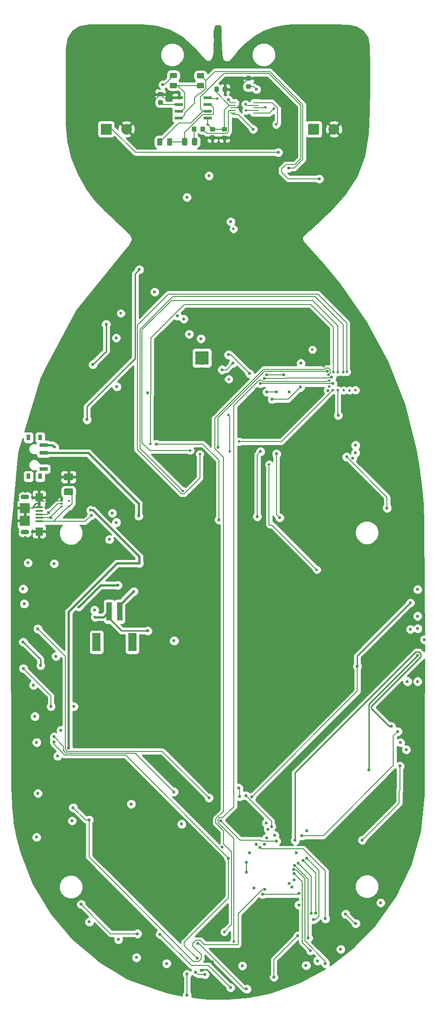
<source format=gbl>
G04 #@! TF.GenerationSoftware,KiCad,Pcbnew,(5.0.2-5)-5*
G04 #@! TF.CreationDate,2019-02-17T18:08:13-08:00*
G04 #@! TF.ProjectId,DC27-badge,44433237-2d62-4616-9467-652e6b696361,rev?*
G04 #@! TF.SameCoordinates,Original*
G04 #@! TF.FileFunction,Copper,L4,Bot*
G04 #@! TF.FilePolarity,Positive*
%FSLAX46Y46*%
G04 Gerber Fmt 4.6, Leading zero omitted, Abs format (unit mm)*
G04 Created by KiCad (PCBNEW (5.0.2-5)-5) date Sunday, February 17, 2019 at 06:08:13 PM*
%MOMM*%
%LPD*%
G01*
G04 APERTURE LIST*
G04 #@! TA.AperFunction,Conductor*
%ADD10C,0.150000*%
G04 #@! TD*
G04 #@! TA.AperFunction,SMDPad,CuDef*
%ADD11C,0.975000*%
G04 #@! TD*
G04 #@! TA.AperFunction,SMDPad,CuDef*
%ADD12R,1.550000X0.600000*%
G04 #@! TD*
G04 #@! TA.AperFunction,ComponentPad*
%ADD13R,1.998980X1.998980*%
G04 #@! TD*
G04 #@! TA.AperFunction,ComponentPad*
%ADD14C,1.998980*%
G04 #@! TD*
G04 #@! TA.AperFunction,SMDPad,CuDef*
%ADD15R,0.450000X0.300000*%
G04 #@! TD*
G04 #@! TA.AperFunction,SMDPad,CuDef*
%ADD16R,1.348740X0.398780*%
G04 #@! TD*
G04 #@! TA.AperFunction,SMDPad,CuDef*
%ADD17O,1.597660X0.899160*%
G04 #@! TD*
G04 #@! TA.AperFunction,SMDPad,CuDef*
%ADD18R,1.399540X1.597660*%
G04 #@! TD*
G04 #@! TA.AperFunction,SMDPad,CuDef*
%ADD19R,1.899920X1.899920*%
G04 #@! TD*
G04 #@! TA.AperFunction,ComponentPad*
%ADD20O,1.200000X0.500000*%
G04 #@! TD*
G04 #@! TA.AperFunction,SMDPad,CuDef*
%ADD21R,1.000000X3.500000*%
G04 #@! TD*
G04 #@! TA.AperFunction,SMDPad,CuDef*
%ADD22R,1.500000X3.400000*%
G04 #@! TD*
G04 #@! TA.AperFunction,ViaPad*
%ADD23C,0.500000*%
G04 #@! TD*
G04 #@! TA.AperFunction,Conductor*
%ADD24C,2.500000*%
G04 #@! TD*
G04 #@! TA.AperFunction,SMDPad,CuDef*
%ADD25R,1.500000X0.700000*%
G04 #@! TD*
G04 #@! TA.AperFunction,SMDPad,CuDef*
%ADD26R,0.800000X1.000000*%
G04 #@! TD*
G04 #@! TA.AperFunction,SMDPad,CuDef*
%ADD27C,0.875000*%
G04 #@! TD*
G04 #@! TA.AperFunction,SMDPad,CuDef*
%ADD28C,1.250000*%
G04 #@! TD*
G04 #@! TA.AperFunction,SMDPad,CuDef*
%ADD29R,1.100000X0.250000*%
G04 #@! TD*
G04 #@! TA.AperFunction,ViaPad*
%ADD30C,0.600000*%
G04 #@! TD*
G04 #@! TA.AperFunction,ViaPad*
%ADD31C,0.482600*%
G04 #@! TD*
G04 #@! TA.AperFunction,Conductor*
%ADD32C,0.381000*%
G04 #@! TD*
G04 #@! TA.AperFunction,Conductor*
%ADD33C,0.250000*%
G04 #@! TD*
G04 #@! TA.AperFunction,Conductor*
%ADD34C,0.152400*%
G04 #@! TD*
G04 #@! TA.AperFunction,Conductor*
%ADD35C,0.254000*%
G04 #@! TD*
G04 APERTURE END LIST*
D10*
G04 #@! TO.N,Net-(C505-Pad1)*
G04 #@! TO.C,R501*
G36*
X102420142Y-48858674D02*
X102443803Y-48862184D01*
X102467007Y-48867996D01*
X102489529Y-48876054D01*
X102511153Y-48886282D01*
X102531670Y-48898579D01*
X102550883Y-48912829D01*
X102568607Y-48928893D01*
X102584671Y-48946617D01*
X102598921Y-48965830D01*
X102611218Y-48986347D01*
X102621446Y-49007971D01*
X102629504Y-49030493D01*
X102635316Y-49053697D01*
X102638826Y-49077358D01*
X102640000Y-49101250D01*
X102640000Y-49588750D01*
X102638826Y-49612642D01*
X102635316Y-49636303D01*
X102629504Y-49659507D01*
X102621446Y-49682029D01*
X102611218Y-49703653D01*
X102598921Y-49724170D01*
X102584671Y-49743383D01*
X102568607Y-49761107D01*
X102550883Y-49777171D01*
X102531670Y-49791421D01*
X102511153Y-49803718D01*
X102489529Y-49813946D01*
X102467007Y-49822004D01*
X102443803Y-49827816D01*
X102420142Y-49831326D01*
X102396250Y-49832500D01*
X101483750Y-49832500D01*
X101459858Y-49831326D01*
X101436197Y-49827816D01*
X101412993Y-49822004D01*
X101390471Y-49813946D01*
X101368847Y-49803718D01*
X101348330Y-49791421D01*
X101329117Y-49777171D01*
X101311393Y-49761107D01*
X101295329Y-49743383D01*
X101281079Y-49724170D01*
X101268782Y-49703653D01*
X101258554Y-49682029D01*
X101250496Y-49659507D01*
X101244684Y-49636303D01*
X101241174Y-49612642D01*
X101240000Y-49588750D01*
X101240000Y-49101250D01*
X101241174Y-49077358D01*
X101244684Y-49053697D01*
X101250496Y-49030493D01*
X101258554Y-49007971D01*
X101268782Y-48986347D01*
X101281079Y-48965830D01*
X101295329Y-48946617D01*
X101311393Y-48928893D01*
X101329117Y-48912829D01*
X101348330Y-48898579D01*
X101368847Y-48886282D01*
X101390471Y-48876054D01*
X101412993Y-48867996D01*
X101436197Y-48862184D01*
X101459858Y-48858674D01*
X101483750Y-48857500D01*
X102396250Y-48857500D01*
X102420142Y-48858674D01*
X102420142Y-48858674D01*
G37*
D11*
G04 #@! TD*
G04 #@! TO.P,R501,1*
G04 #@! TO.N,Net-(C505-Pad1)*
X101940000Y-49345000D03*
D10*
G04 #@! TO.N,Net-(R501-Pad2)*
G04 #@! TO.C,R501*
G36*
X102420142Y-50733674D02*
X102443803Y-50737184D01*
X102467007Y-50742996D01*
X102489529Y-50751054D01*
X102511153Y-50761282D01*
X102531670Y-50773579D01*
X102550883Y-50787829D01*
X102568607Y-50803893D01*
X102584671Y-50821617D01*
X102598921Y-50840830D01*
X102611218Y-50861347D01*
X102621446Y-50882971D01*
X102629504Y-50905493D01*
X102635316Y-50928697D01*
X102638826Y-50952358D01*
X102640000Y-50976250D01*
X102640000Y-51463750D01*
X102638826Y-51487642D01*
X102635316Y-51511303D01*
X102629504Y-51534507D01*
X102621446Y-51557029D01*
X102611218Y-51578653D01*
X102598921Y-51599170D01*
X102584671Y-51618383D01*
X102568607Y-51636107D01*
X102550883Y-51652171D01*
X102531670Y-51666421D01*
X102511153Y-51678718D01*
X102489529Y-51688946D01*
X102467007Y-51697004D01*
X102443803Y-51702816D01*
X102420142Y-51706326D01*
X102396250Y-51707500D01*
X101483750Y-51707500D01*
X101459858Y-51706326D01*
X101436197Y-51702816D01*
X101412993Y-51697004D01*
X101390471Y-51688946D01*
X101368847Y-51678718D01*
X101348330Y-51666421D01*
X101329117Y-51652171D01*
X101311393Y-51636107D01*
X101295329Y-51618383D01*
X101281079Y-51599170D01*
X101268782Y-51578653D01*
X101258554Y-51557029D01*
X101250496Y-51534507D01*
X101244684Y-51511303D01*
X101241174Y-51487642D01*
X101240000Y-51463750D01*
X101240000Y-50976250D01*
X101241174Y-50952358D01*
X101244684Y-50928697D01*
X101250496Y-50905493D01*
X101258554Y-50882971D01*
X101268782Y-50861347D01*
X101281079Y-50840830D01*
X101295329Y-50821617D01*
X101311393Y-50803893D01*
X101329117Y-50787829D01*
X101348330Y-50773579D01*
X101368847Y-50761282D01*
X101390471Y-50751054D01*
X101412993Y-50742996D01*
X101436197Y-50737184D01*
X101459858Y-50733674D01*
X101483750Y-50732500D01*
X102396250Y-50732500D01*
X102420142Y-50733674D01*
X102420142Y-50733674D01*
G37*
D11*
G04 #@! TD*
G04 #@! TO.P,R501,2*
G04 #@! TO.N,Net-(R501-Pad2)*
X101940000Y-51220000D03*
D12*
G04 #@! TO.P,U502,1*
G04 #@! TO.N,Net-(C505-Pad1)*
X97900000Y-57305000D03*
G04 #@! TO.P,U502,2*
G04 #@! TO.N,Net-(R501-Pad2)*
X97900000Y-56035000D03*
G04 #@! TO.P,U502,3*
G04 #@! TO.N,Net-(C511-Pad1)*
X97900000Y-54765000D03*
G04 #@! TO.P,U502,4*
G04 #@! TO.N,BATT_CSN*
X97900000Y-53495000D03*
G04 #@! TO.P,U502,5*
G04 #@! TO.N,AMP_SHUTDOWN*
X103300000Y-53495000D03*
G04 #@! TO.P,U502,6*
G04 #@! TO.N,Net-(R503-Pad1)*
X103300000Y-54765000D03*
G04 #@! TO.P,U502,7*
G04 #@! TO.N,Net-(C510-Pad1)*
X103300000Y-56035000D03*
G04 #@! TO.P,U502,8*
G04 #@! TO.N,AVCC*
X103300000Y-57305000D03*
G04 #@! TD*
D13*
G04 #@! TO.P,J501,1*
G04 #@! TO.N,Net-(C505-Pad2)*
X84200000Y-59400000D03*
D14*
G04 #@! TO.P,J501,2*
G04 #@! TO.N,BATT_CSN*
X88010000Y-59400000D03*
G04 #@! TD*
D10*
G04 #@! TO.N,Net-(R503-Pad1)*
G04 #@! TO.C,R504*
G36*
X96405142Y-61101174D02*
X96428803Y-61104684D01*
X96452007Y-61110496D01*
X96474529Y-61118554D01*
X96496153Y-61128782D01*
X96516670Y-61141079D01*
X96535883Y-61155329D01*
X96553607Y-61171393D01*
X96569671Y-61189117D01*
X96583921Y-61208330D01*
X96596218Y-61228847D01*
X96606446Y-61250471D01*
X96614504Y-61272993D01*
X96620316Y-61296197D01*
X96623826Y-61319858D01*
X96625000Y-61343750D01*
X96625000Y-62256250D01*
X96623826Y-62280142D01*
X96620316Y-62303803D01*
X96614504Y-62327007D01*
X96606446Y-62349529D01*
X96596218Y-62371153D01*
X96583921Y-62391670D01*
X96569671Y-62410883D01*
X96553607Y-62428607D01*
X96535883Y-62444671D01*
X96516670Y-62458921D01*
X96496153Y-62471218D01*
X96474529Y-62481446D01*
X96452007Y-62489504D01*
X96428803Y-62495316D01*
X96405142Y-62498826D01*
X96381250Y-62500000D01*
X95893750Y-62500000D01*
X95869858Y-62498826D01*
X95846197Y-62495316D01*
X95822993Y-62489504D01*
X95800471Y-62481446D01*
X95778847Y-62471218D01*
X95758330Y-62458921D01*
X95739117Y-62444671D01*
X95721393Y-62428607D01*
X95705329Y-62410883D01*
X95691079Y-62391670D01*
X95678782Y-62371153D01*
X95668554Y-62349529D01*
X95660496Y-62327007D01*
X95654684Y-62303803D01*
X95651174Y-62280142D01*
X95650000Y-62256250D01*
X95650000Y-61343750D01*
X95651174Y-61319858D01*
X95654684Y-61296197D01*
X95660496Y-61272993D01*
X95668554Y-61250471D01*
X95678782Y-61228847D01*
X95691079Y-61208330D01*
X95705329Y-61189117D01*
X95721393Y-61171393D01*
X95739117Y-61155329D01*
X95758330Y-61141079D01*
X95778847Y-61128782D01*
X95800471Y-61118554D01*
X95822993Y-61110496D01*
X95846197Y-61104684D01*
X95869858Y-61101174D01*
X95893750Y-61100000D01*
X96381250Y-61100000D01*
X96405142Y-61101174D01*
X96405142Y-61101174D01*
G37*
D11*
G04 #@! TD*
G04 #@! TO.P,R504,2*
G04 #@! TO.N,Net-(R503-Pad1)*
X96137500Y-61800000D03*
D10*
G04 #@! TO.N,Net-(C510-Pad1)*
G04 #@! TO.C,R504*
G36*
X94530142Y-61101174D02*
X94553803Y-61104684D01*
X94577007Y-61110496D01*
X94599529Y-61118554D01*
X94621153Y-61128782D01*
X94641670Y-61141079D01*
X94660883Y-61155329D01*
X94678607Y-61171393D01*
X94694671Y-61189117D01*
X94708921Y-61208330D01*
X94721218Y-61228847D01*
X94731446Y-61250471D01*
X94739504Y-61272993D01*
X94745316Y-61296197D01*
X94748826Y-61319858D01*
X94750000Y-61343750D01*
X94750000Y-62256250D01*
X94748826Y-62280142D01*
X94745316Y-62303803D01*
X94739504Y-62327007D01*
X94731446Y-62349529D01*
X94721218Y-62371153D01*
X94708921Y-62391670D01*
X94694671Y-62410883D01*
X94678607Y-62428607D01*
X94660883Y-62444671D01*
X94641670Y-62458921D01*
X94621153Y-62471218D01*
X94599529Y-62481446D01*
X94577007Y-62489504D01*
X94553803Y-62495316D01*
X94530142Y-62498826D01*
X94506250Y-62500000D01*
X94018750Y-62500000D01*
X93994858Y-62498826D01*
X93971197Y-62495316D01*
X93947993Y-62489504D01*
X93925471Y-62481446D01*
X93903847Y-62471218D01*
X93883330Y-62458921D01*
X93864117Y-62444671D01*
X93846393Y-62428607D01*
X93830329Y-62410883D01*
X93816079Y-62391670D01*
X93803782Y-62371153D01*
X93793554Y-62349529D01*
X93785496Y-62327007D01*
X93779684Y-62303803D01*
X93776174Y-62280142D01*
X93775000Y-62256250D01*
X93775000Y-61343750D01*
X93776174Y-61319858D01*
X93779684Y-61296197D01*
X93785496Y-61272993D01*
X93793554Y-61250471D01*
X93803782Y-61228847D01*
X93816079Y-61208330D01*
X93830329Y-61189117D01*
X93846393Y-61171393D01*
X93864117Y-61155329D01*
X93883330Y-61141079D01*
X93903847Y-61128782D01*
X93925471Y-61118554D01*
X93947993Y-61110496D01*
X93971197Y-61104684D01*
X93994858Y-61101174D01*
X94018750Y-61100000D01*
X94506250Y-61100000D01*
X94530142Y-61101174D01*
X94530142Y-61101174D01*
G37*
D11*
G04 #@! TD*
G04 #@! TO.P,R504,1*
G04 #@! TO.N,Net-(C510-Pad1)*
X94262500Y-61800000D03*
D10*
G04 #@! TO.N,Net-(C504-Pad1)*
G04 #@! TO.C,R502*
G36*
X97310142Y-48838674D02*
X97333803Y-48842184D01*
X97357007Y-48847996D01*
X97379529Y-48856054D01*
X97401153Y-48866282D01*
X97421670Y-48878579D01*
X97440883Y-48892829D01*
X97458607Y-48908893D01*
X97474671Y-48926617D01*
X97488921Y-48945830D01*
X97501218Y-48966347D01*
X97511446Y-48987971D01*
X97519504Y-49010493D01*
X97525316Y-49033697D01*
X97528826Y-49057358D01*
X97530000Y-49081250D01*
X97530000Y-49568750D01*
X97528826Y-49592642D01*
X97525316Y-49616303D01*
X97519504Y-49639507D01*
X97511446Y-49662029D01*
X97501218Y-49683653D01*
X97488921Y-49704170D01*
X97474671Y-49723383D01*
X97458607Y-49741107D01*
X97440883Y-49757171D01*
X97421670Y-49771421D01*
X97401153Y-49783718D01*
X97379529Y-49793946D01*
X97357007Y-49802004D01*
X97333803Y-49807816D01*
X97310142Y-49811326D01*
X97286250Y-49812500D01*
X96373750Y-49812500D01*
X96349858Y-49811326D01*
X96326197Y-49807816D01*
X96302993Y-49802004D01*
X96280471Y-49793946D01*
X96258847Y-49783718D01*
X96238330Y-49771421D01*
X96219117Y-49757171D01*
X96201393Y-49741107D01*
X96185329Y-49723383D01*
X96171079Y-49704170D01*
X96158782Y-49683653D01*
X96148554Y-49662029D01*
X96140496Y-49639507D01*
X96134684Y-49616303D01*
X96131174Y-49592642D01*
X96130000Y-49568750D01*
X96130000Y-49081250D01*
X96131174Y-49057358D01*
X96134684Y-49033697D01*
X96140496Y-49010493D01*
X96148554Y-48987971D01*
X96158782Y-48966347D01*
X96171079Y-48945830D01*
X96185329Y-48926617D01*
X96201393Y-48908893D01*
X96219117Y-48892829D01*
X96238330Y-48878579D01*
X96258847Y-48866282D01*
X96280471Y-48856054D01*
X96302993Y-48847996D01*
X96326197Y-48842184D01*
X96349858Y-48838674D01*
X96373750Y-48837500D01*
X97286250Y-48837500D01*
X97310142Y-48838674D01*
X97310142Y-48838674D01*
G37*
D11*
G04 #@! TD*
G04 #@! TO.P,R502,2*
G04 #@! TO.N,Net-(C504-Pad1)*
X96830000Y-49325000D03*
D10*
G04 #@! TO.N,Net-(R501-Pad2)*
G04 #@! TO.C,R502*
G36*
X97310142Y-50713674D02*
X97333803Y-50717184D01*
X97357007Y-50722996D01*
X97379529Y-50731054D01*
X97401153Y-50741282D01*
X97421670Y-50753579D01*
X97440883Y-50767829D01*
X97458607Y-50783893D01*
X97474671Y-50801617D01*
X97488921Y-50820830D01*
X97501218Y-50841347D01*
X97511446Y-50862971D01*
X97519504Y-50885493D01*
X97525316Y-50908697D01*
X97528826Y-50932358D01*
X97530000Y-50956250D01*
X97530000Y-51443750D01*
X97528826Y-51467642D01*
X97525316Y-51491303D01*
X97519504Y-51514507D01*
X97511446Y-51537029D01*
X97501218Y-51558653D01*
X97488921Y-51579170D01*
X97474671Y-51598383D01*
X97458607Y-51616107D01*
X97440883Y-51632171D01*
X97421670Y-51646421D01*
X97401153Y-51658718D01*
X97379529Y-51668946D01*
X97357007Y-51677004D01*
X97333803Y-51682816D01*
X97310142Y-51686326D01*
X97286250Y-51687500D01*
X96373750Y-51687500D01*
X96349858Y-51686326D01*
X96326197Y-51682816D01*
X96302993Y-51677004D01*
X96280471Y-51668946D01*
X96258847Y-51658718D01*
X96238330Y-51646421D01*
X96219117Y-51632171D01*
X96201393Y-51616107D01*
X96185329Y-51598383D01*
X96171079Y-51579170D01*
X96158782Y-51558653D01*
X96148554Y-51537029D01*
X96140496Y-51514507D01*
X96134684Y-51491303D01*
X96131174Y-51467642D01*
X96130000Y-51443750D01*
X96130000Y-50956250D01*
X96131174Y-50932358D01*
X96134684Y-50908697D01*
X96140496Y-50885493D01*
X96148554Y-50862971D01*
X96158782Y-50841347D01*
X96171079Y-50820830D01*
X96185329Y-50801617D01*
X96201393Y-50783893D01*
X96219117Y-50767829D01*
X96238330Y-50753579D01*
X96258847Y-50741282D01*
X96280471Y-50731054D01*
X96302993Y-50722996D01*
X96326197Y-50717184D01*
X96349858Y-50713674D01*
X96373750Y-50712500D01*
X97286250Y-50712500D01*
X97310142Y-50713674D01*
X97310142Y-50713674D01*
G37*
D11*
G04 #@! TD*
G04 #@! TO.P,R502,1*
G04 #@! TO.N,Net-(R501-Pad2)*
X96830000Y-51200000D03*
D10*
G04 #@! TO.N,Net-(R503-Pad1)*
G04 #@! TO.C,R503*
G36*
X99230142Y-61051174D02*
X99253803Y-61054684D01*
X99277007Y-61060496D01*
X99299529Y-61068554D01*
X99321153Y-61078782D01*
X99341670Y-61091079D01*
X99360883Y-61105329D01*
X99378607Y-61121393D01*
X99394671Y-61139117D01*
X99408921Y-61158330D01*
X99421218Y-61178847D01*
X99431446Y-61200471D01*
X99439504Y-61222993D01*
X99445316Y-61246197D01*
X99448826Y-61269858D01*
X99450000Y-61293750D01*
X99450000Y-62206250D01*
X99448826Y-62230142D01*
X99445316Y-62253803D01*
X99439504Y-62277007D01*
X99431446Y-62299529D01*
X99421218Y-62321153D01*
X99408921Y-62341670D01*
X99394671Y-62360883D01*
X99378607Y-62378607D01*
X99360883Y-62394671D01*
X99341670Y-62408921D01*
X99321153Y-62421218D01*
X99299529Y-62431446D01*
X99277007Y-62439504D01*
X99253803Y-62445316D01*
X99230142Y-62448826D01*
X99206250Y-62450000D01*
X98718750Y-62450000D01*
X98694858Y-62448826D01*
X98671197Y-62445316D01*
X98647993Y-62439504D01*
X98625471Y-62431446D01*
X98603847Y-62421218D01*
X98583330Y-62408921D01*
X98564117Y-62394671D01*
X98546393Y-62378607D01*
X98530329Y-62360883D01*
X98516079Y-62341670D01*
X98503782Y-62321153D01*
X98493554Y-62299529D01*
X98485496Y-62277007D01*
X98479684Y-62253803D01*
X98476174Y-62230142D01*
X98475000Y-62206250D01*
X98475000Y-61293750D01*
X98476174Y-61269858D01*
X98479684Y-61246197D01*
X98485496Y-61222993D01*
X98493554Y-61200471D01*
X98503782Y-61178847D01*
X98516079Y-61158330D01*
X98530329Y-61139117D01*
X98546393Y-61121393D01*
X98564117Y-61105329D01*
X98583330Y-61091079D01*
X98603847Y-61078782D01*
X98625471Y-61068554D01*
X98647993Y-61060496D01*
X98671197Y-61054684D01*
X98694858Y-61051174D01*
X98718750Y-61050000D01*
X99206250Y-61050000D01*
X99230142Y-61051174D01*
X99230142Y-61051174D01*
G37*
D11*
G04 #@! TD*
G04 #@! TO.P,R503,1*
G04 #@! TO.N,Net-(R503-Pad1)*
X98962500Y-61750000D03*
D10*
G04 #@! TO.N,Net-(C506-Pad1)*
G04 #@! TO.C,R503*
G36*
X101105142Y-61051174D02*
X101128803Y-61054684D01*
X101152007Y-61060496D01*
X101174529Y-61068554D01*
X101196153Y-61078782D01*
X101216670Y-61091079D01*
X101235883Y-61105329D01*
X101253607Y-61121393D01*
X101269671Y-61139117D01*
X101283921Y-61158330D01*
X101296218Y-61178847D01*
X101306446Y-61200471D01*
X101314504Y-61222993D01*
X101320316Y-61246197D01*
X101323826Y-61269858D01*
X101325000Y-61293750D01*
X101325000Y-62206250D01*
X101323826Y-62230142D01*
X101320316Y-62253803D01*
X101314504Y-62277007D01*
X101306446Y-62299529D01*
X101296218Y-62321153D01*
X101283921Y-62341670D01*
X101269671Y-62360883D01*
X101253607Y-62378607D01*
X101235883Y-62394671D01*
X101216670Y-62408921D01*
X101196153Y-62421218D01*
X101174529Y-62431446D01*
X101152007Y-62439504D01*
X101128803Y-62445316D01*
X101105142Y-62448826D01*
X101081250Y-62450000D01*
X100593750Y-62450000D01*
X100569858Y-62448826D01*
X100546197Y-62445316D01*
X100522993Y-62439504D01*
X100500471Y-62431446D01*
X100478847Y-62421218D01*
X100458330Y-62408921D01*
X100439117Y-62394671D01*
X100421393Y-62378607D01*
X100405329Y-62360883D01*
X100391079Y-62341670D01*
X100378782Y-62321153D01*
X100368554Y-62299529D01*
X100360496Y-62277007D01*
X100354684Y-62253803D01*
X100351174Y-62230142D01*
X100350000Y-62206250D01*
X100350000Y-61293750D01*
X100351174Y-61269858D01*
X100354684Y-61246197D01*
X100360496Y-61222993D01*
X100368554Y-61200471D01*
X100378782Y-61178847D01*
X100391079Y-61158330D01*
X100405329Y-61139117D01*
X100421393Y-61121393D01*
X100439117Y-61105329D01*
X100458330Y-61091079D01*
X100478847Y-61078782D01*
X100500471Y-61068554D01*
X100522993Y-61060496D01*
X100546197Y-61054684D01*
X100569858Y-61051174D01*
X100593750Y-61050000D01*
X101081250Y-61050000D01*
X101105142Y-61051174D01*
X101105142Y-61051174D01*
G37*
D11*
G04 #@! TD*
G04 #@! TO.P,R503,2*
G04 #@! TO.N,Net-(C506-Pad1)*
X100837500Y-61750000D03*
D15*
G04 #@! TO.P,U602,4*
G04 #@! TO.N,Net-(U602-Pad4)*
X77210000Y-129310000D03*
G04 #@! TO.P,U602,2*
G04 #@! TO.N,USBDATA+*
X75810000Y-129810000D03*
G04 #@! TO.P,U602,5*
G04 #@! TO.N,VBUS*
X77210000Y-130310000D03*
G04 #@! TO.P,U602,3*
G04 #@! TO.N,BATT_CSN*
X75810000Y-129310000D03*
G04 #@! TO.P,U602,1*
G04 #@! TO.N,USBDATA-*
X75810000Y-130310000D03*
G04 #@! TD*
D16*
G04 #@! TO.P,J601,1*
G04 #@! TO.N,VBUS*
X71600000Y-133097939D03*
G04 #@! TO.P,J601,2*
G04 #@! TO.N,USBDATA-*
X71600000Y-132447700D03*
G04 #@! TO.P,J601,3*
G04 #@! TO.N,USBDATA+*
X71600000Y-131800000D03*
G04 #@! TO.P,J601,4*
G04 #@! TO.N,Net-(J601-Pad4)*
X71600000Y-131152300D03*
G04 #@! TO.P,J601,5*
G04 #@! TO.N,BATT_CSN*
X71600000Y-130502060D03*
D17*
G04 #@! TO.P,J601,S1*
X68930460Y-135099460D03*
G04 #@! TO.P,J601,S2*
X68930460Y-128500540D03*
D18*
G04 #@! TO.P,J601,S3*
X71600000Y-134997860D03*
G04 #@! TO.P,J601,S4*
X71600000Y-128602140D03*
D19*
G04 #@! TO.P,J601,S5*
X68925381Y-132998880D03*
G04 #@! TO.P,J601,S6*
X68925379Y-130601120D03*
D20*
G04 #@! TO.P,J601,SLOT*
G04 #@! TO.N,N/C*
X68930000Y-135100000D03*
X68930000Y-128500000D03*
G04 #@! TD*
D14*
G04 #@! TO.P,J502,2*
G04 #@! TO.N,BATT_CSN*
X127010000Y-59400000D03*
D13*
G04 #@! TO.P,J502,1*
G04 #@! TO.N,Net-(C510-Pad2)*
X123200000Y-59400000D03*
G04 #@! TD*
D21*
G04 #@! TO.P,BT401,1*
G04 #@! TO.N,Net-(BT401-Pad1)*
X86750000Y-150050000D03*
G04 #@! TO.P,BT401,2*
G04 #@! TO.N,BATT_CSP*
X84750000Y-150050000D03*
D22*
G04 #@! TO.P,BT401,MP*
G04 #@! TO.N,N/C*
X89100000Y-155800000D03*
X82400000Y-155800000D03*
G04 #@! TD*
D23*
G04 #@! TO.N,BATT_CSN*
G04 #@! TO.C,U601*
X103200000Y-101400000D03*
X103200000Y-102400000D03*
X103200000Y-103400000D03*
X102200000Y-101400000D03*
X102200000Y-102400000D03*
X102200000Y-103400000D03*
X101200000Y-101400000D03*
X101200000Y-102400000D03*
X101200000Y-103400000D03*
D10*
G36*
X103224504Y-101151204D02*
X103248773Y-101154804D01*
X103272571Y-101160765D01*
X103295671Y-101169030D01*
X103317849Y-101179520D01*
X103338893Y-101192133D01*
X103358598Y-101206747D01*
X103376777Y-101223223D01*
X103393253Y-101241402D01*
X103407867Y-101261107D01*
X103420480Y-101282151D01*
X103430970Y-101304329D01*
X103439235Y-101327429D01*
X103445196Y-101351227D01*
X103448796Y-101375496D01*
X103450000Y-101400000D01*
X103450000Y-103400000D01*
X103448796Y-103424504D01*
X103445196Y-103448773D01*
X103439235Y-103472571D01*
X103430970Y-103495671D01*
X103420480Y-103517849D01*
X103407867Y-103538893D01*
X103393253Y-103558598D01*
X103376777Y-103576777D01*
X103358598Y-103593253D01*
X103338893Y-103607867D01*
X103317849Y-103620480D01*
X103295671Y-103630970D01*
X103272571Y-103639235D01*
X103248773Y-103645196D01*
X103224504Y-103648796D01*
X103200000Y-103650000D01*
X101200000Y-103650000D01*
X101175496Y-103648796D01*
X101151227Y-103645196D01*
X101127429Y-103639235D01*
X101104329Y-103630970D01*
X101082151Y-103620480D01*
X101061107Y-103607867D01*
X101041402Y-103593253D01*
X101023223Y-103576777D01*
X101006747Y-103558598D01*
X100992133Y-103538893D01*
X100979520Y-103517849D01*
X100969030Y-103495671D01*
X100960765Y-103472571D01*
X100954804Y-103448773D01*
X100951204Y-103424504D01*
X100950000Y-103400000D01*
X100950000Y-101400000D01*
X100951204Y-101375496D01*
X100954804Y-101351227D01*
X100960765Y-101327429D01*
X100969030Y-101304329D01*
X100979520Y-101282151D01*
X100992133Y-101261107D01*
X101006747Y-101241402D01*
X101023223Y-101223223D01*
X101041402Y-101206747D01*
X101061107Y-101192133D01*
X101082151Y-101179520D01*
X101104329Y-101169030D01*
X101127429Y-101160765D01*
X101151227Y-101154804D01*
X101175496Y-101151204D01*
X101200000Y-101150000D01*
X103200000Y-101150000D01*
X103224504Y-101151204D01*
X103224504Y-101151204D01*
G37*
D24*
X102200000Y-102400000D03*
G04 #@! TD*
D25*
G04 #@! TO.P,SW401,1*
G04 #@! TO.N,Net-(SW401-Pad1)*
X72430000Y-123250000D03*
G04 #@! TO.P,SW401,2*
G04 #@! TO.N,VBATT*
X72430000Y-120250000D03*
G04 #@! TO.P,SW401,3*
G04 #@! TO.N,Net-(BT401-Pad1)*
X72430000Y-118750000D03*
D26*
G04 #@! TO.P,SW401,*
G04 #@! TO.N,*
X69570000Y-124650000D03*
X69570000Y-117350000D03*
X71780000Y-117350000D03*
X71780000Y-124650000D03*
G04 #@! TD*
D10*
G04 #@! TO.N,Net-(C511-Pad1)*
G04 #@! TO.C,C511*
G36*
X94677691Y-53963553D02*
X94698926Y-53966703D01*
X94719750Y-53971919D01*
X94739962Y-53979151D01*
X94759368Y-53988330D01*
X94777781Y-53999366D01*
X94795024Y-54012154D01*
X94810930Y-54026570D01*
X94825346Y-54042476D01*
X94838134Y-54059719D01*
X94849170Y-54078132D01*
X94858349Y-54097538D01*
X94865581Y-54117750D01*
X94870797Y-54138574D01*
X94873947Y-54159809D01*
X94875000Y-54181250D01*
X94875000Y-54618750D01*
X94873947Y-54640191D01*
X94870797Y-54661426D01*
X94865581Y-54682250D01*
X94858349Y-54702462D01*
X94849170Y-54721868D01*
X94838134Y-54740281D01*
X94825346Y-54757524D01*
X94810930Y-54773430D01*
X94795024Y-54787846D01*
X94777781Y-54800634D01*
X94759368Y-54811670D01*
X94739962Y-54820849D01*
X94719750Y-54828081D01*
X94698926Y-54833297D01*
X94677691Y-54836447D01*
X94656250Y-54837500D01*
X94143750Y-54837500D01*
X94122309Y-54836447D01*
X94101074Y-54833297D01*
X94080250Y-54828081D01*
X94060038Y-54820849D01*
X94040632Y-54811670D01*
X94022219Y-54800634D01*
X94004976Y-54787846D01*
X93989070Y-54773430D01*
X93974654Y-54757524D01*
X93961866Y-54740281D01*
X93950830Y-54721868D01*
X93941651Y-54702462D01*
X93934419Y-54682250D01*
X93929203Y-54661426D01*
X93926053Y-54640191D01*
X93925000Y-54618750D01*
X93925000Y-54181250D01*
X93926053Y-54159809D01*
X93929203Y-54138574D01*
X93934419Y-54117750D01*
X93941651Y-54097538D01*
X93950830Y-54078132D01*
X93961866Y-54059719D01*
X93974654Y-54042476D01*
X93989070Y-54026570D01*
X94004976Y-54012154D01*
X94022219Y-53999366D01*
X94040632Y-53988330D01*
X94060038Y-53979151D01*
X94080250Y-53971919D01*
X94101074Y-53966703D01*
X94122309Y-53963553D01*
X94143750Y-53962500D01*
X94656250Y-53962500D01*
X94677691Y-53963553D01*
X94677691Y-53963553D01*
G37*
D27*
G04 #@! TD*
G04 #@! TO.P,C511,1*
G04 #@! TO.N,Net-(C511-Pad1)*
X94400000Y-54400000D03*
D10*
G04 #@! TO.N,BATT_CSN*
G04 #@! TO.C,C511*
G36*
X94677691Y-52388553D02*
X94698926Y-52391703D01*
X94719750Y-52396919D01*
X94739962Y-52404151D01*
X94759368Y-52413330D01*
X94777781Y-52424366D01*
X94795024Y-52437154D01*
X94810930Y-52451570D01*
X94825346Y-52467476D01*
X94838134Y-52484719D01*
X94849170Y-52503132D01*
X94858349Y-52522538D01*
X94865581Y-52542750D01*
X94870797Y-52563574D01*
X94873947Y-52584809D01*
X94875000Y-52606250D01*
X94875000Y-53043750D01*
X94873947Y-53065191D01*
X94870797Y-53086426D01*
X94865581Y-53107250D01*
X94858349Y-53127462D01*
X94849170Y-53146868D01*
X94838134Y-53165281D01*
X94825346Y-53182524D01*
X94810930Y-53198430D01*
X94795024Y-53212846D01*
X94777781Y-53225634D01*
X94759368Y-53236670D01*
X94739962Y-53245849D01*
X94719750Y-53253081D01*
X94698926Y-53258297D01*
X94677691Y-53261447D01*
X94656250Y-53262500D01*
X94143750Y-53262500D01*
X94122309Y-53261447D01*
X94101074Y-53258297D01*
X94080250Y-53253081D01*
X94060038Y-53245849D01*
X94040632Y-53236670D01*
X94022219Y-53225634D01*
X94004976Y-53212846D01*
X93989070Y-53198430D01*
X93974654Y-53182524D01*
X93961866Y-53165281D01*
X93950830Y-53146868D01*
X93941651Y-53127462D01*
X93934419Y-53107250D01*
X93929203Y-53086426D01*
X93926053Y-53065191D01*
X93925000Y-53043750D01*
X93925000Y-52606250D01*
X93926053Y-52584809D01*
X93929203Y-52563574D01*
X93934419Y-52542750D01*
X93941651Y-52522538D01*
X93950830Y-52503132D01*
X93961866Y-52484719D01*
X93974654Y-52467476D01*
X93989070Y-52451570D01*
X94004976Y-52437154D01*
X94022219Y-52424366D01*
X94040632Y-52413330D01*
X94060038Y-52404151D01*
X94080250Y-52396919D01*
X94101074Y-52391703D01*
X94122309Y-52388553D01*
X94143750Y-52387500D01*
X94656250Y-52387500D01*
X94677691Y-52388553D01*
X94677691Y-52388553D01*
G37*
D27*
G04 #@! TD*
G04 #@! TO.P,C511,2*
G04 #@! TO.N,BATT_CSN*
X94400000Y-52825000D03*
D10*
G04 #@! TO.N,Net-(C507-Pad1)*
G04 #@! TO.C,C507*
G36*
X111237691Y-50963553D02*
X111258926Y-50966703D01*
X111279750Y-50971919D01*
X111299962Y-50979151D01*
X111319368Y-50988330D01*
X111337781Y-50999366D01*
X111355024Y-51012154D01*
X111370930Y-51026570D01*
X111385346Y-51042476D01*
X111398134Y-51059719D01*
X111409170Y-51078132D01*
X111418349Y-51097538D01*
X111425581Y-51117750D01*
X111430797Y-51138574D01*
X111433947Y-51159809D01*
X111435000Y-51181250D01*
X111435000Y-51618750D01*
X111433947Y-51640191D01*
X111430797Y-51661426D01*
X111425581Y-51682250D01*
X111418349Y-51702462D01*
X111409170Y-51721868D01*
X111398134Y-51740281D01*
X111385346Y-51757524D01*
X111370930Y-51773430D01*
X111355024Y-51787846D01*
X111337781Y-51800634D01*
X111319368Y-51811670D01*
X111299962Y-51820849D01*
X111279750Y-51828081D01*
X111258926Y-51833297D01*
X111237691Y-51836447D01*
X111216250Y-51837500D01*
X110703750Y-51837500D01*
X110682309Y-51836447D01*
X110661074Y-51833297D01*
X110640250Y-51828081D01*
X110620038Y-51820849D01*
X110600632Y-51811670D01*
X110582219Y-51800634D01*
X110564976Y-51787846D01*
X110549070Y-51773430D01*
X110534654Y-51757524D01*
X110521866Y-51740281D01*
X110510830Y-51721868D01*
X110501651Y-51702462D01*
X110494419Y-51682250D01*
X110489203Y-51661426D01*
X110486053Y-51640191D01*
X110485000Y-51618750D01*
X110485000Y-51181250D01*
X110486053Y-51159809D01*
X110489203Y-51138574D01*
X110494419Y-51117750D01*
X110501651Y-51097538D01*
X110510830Y-51078132D01*
X110521866Y-51059719D01*
X110534654Y-51042476D01*
X110549070Y-51026570D01*
X110564976Y-51012154D01*
X110582219Y-50999366D01*
X110600632Y-50988330D01*
X110620038Y-50979151D01*
X110640250Y-50971919D01*
X110661074Y-50966703D01*
X110682309Y-50963553D01*
X110703750Y-50962500D01*
X111216250Y-50962500D01*
X111237691Y-50963553D01*
X111237691Y-50963553D01*
G37*
D27*
G04 #@! TD*
G04 #@! TO.P,C507,1*
G04 #@! TO.N,Net-(C507-Pad1)*
X110960000Y-51400000D03*
D10*
G04 #@! TO.N,BATT_CSN*
G04 #@! TO.C,C507*
G36*
X111237691Y-49388553D02*
X111258926Y-49391703D01*
X111279750Y-49396919D01*
X111299962Y-49404151D01*
X111319368Y-49413330D01*
X111337781Y-49424366D01*
X111355024Y-49437154D01*
X111370930Y-49451570D01*
X111385346Y-49467476D01*
X111398134Y-49484719D01*
X111409170Y-49503132D01*
X111418349Y-49522538D01*
X111425581Y-49542750D01*
X111430797Y-49563574D01*
X111433947Y-49584809D01*
X111435000Y-49606250D01*
X111435000Y-50043750D01*
X111433947Y-50065191D01*
X111430797Y-50086426D01*
X111425581Y-50107250D01*
X111418349Y-50127462D01*
X111409170Y-50146868D01*
X111398134Y-50165281D01*
X111385346Y-50182524D01*
X111370930Y-50198430D01*
X111355024Y-50212846D01*
X111337781Y-50225634D01*
X111319368Y-50236670D01*
X111299962Y-50245849D01*
X111279750Y-50253081D01*
X111258926Y-50258297D01*
X111237691Y-50261447D01*
X111216250Y-50262500D01*
X110703750Y-50262500D01*
X110682309Y-50261447D01*
X110661074Y-50258297D01*
X110640250Y-50253081D01*
X110620038Y-50245849D01*
X110600632Y-50236670D01*
X110582219Y-50225634D01*
X110564976Y-50212846D01*
X110549070Y-50198430D01*
X110534654Y-50182524D01*
X110521866Y-50165281D01*
X110510830Y-50146868D01*
X110501651Y-50127462D01*
X110494419Y-50107250D01*
X110489203Y-50086426D01*
X110486053Y-50065191D01*
X110485000Y-50043750D01*
X110485000Y-49606250D01*
X110486053Y-49584809D01*
X110489203Y-49563574D01*
X110494419Y-49542750D01*
X110501651Y-49522538D01*
X110510830Y-49503132D01*
X110521866Y-49484719D01*
X110534654Y-49467476D01*
X110549070Y-49451570D01*
X110564976Y-49437154D01*
X110582219Y-49424366D01*
X110600632Y-49413330D01*
X110620038Y-49404151D01*
X110640250Y-49396919D01*
X110661074Y-49391703D01*
X110682309Y-49388553D01*
X110703750Y-49387500D01*
X111216250Y-49387500D01*
X111237691Y-49388553D01*
X111237691Y-49388553D01*
G37*
D27*
G04 #@! TD*
G04 #@! TO.P,C507,2*
G04 #@! TO.N,BATT_CSN*
X110960000Y-49825000D03*
D10*
G04 #@! TO.N,BATT_CSN*
G04 #@! TO.C,C501*
G36*
X106727691Y-60573553D02*
X106748926Y-60576703D01*
X106769750Y-60581919D01*
X106789962Y-60589151D01*
X106809368Y-60598330D01*
X106827781Y-60609366D01*
X106845024Y-60622154D01*
X106860930Y-60636570D01*
X106875346Y-60652476D01*
X106888134Y-60669719D01*
X106899170Y-60688132D01*
X106908349Y-60707538D01*
X106915581Y-60727750D01*
X106920797Y-60748574D01*
X106923947Y-60769809D01*
X106925000Y-60791250D01*
X106925000Y-61228750D01*
X106923947Y-61250191D01*
X106920797Y-61271426D01*
X106915581Y-61292250D01*
X106908349Y-61312462D01*
X106899170Y-61331868D01*
X106888134Y-61350281D01*
X106875346Y-61367524D01*
X106860930Y-61383430D01*
X106845024Y-61397846D01*
X106827781Y-61410634D01*
X106809368Y-61421670D01*
X106789962Y-61430849D01*
X106769750Y-61438081D01*
X106748926Y-61443297D01*
X106727691Y-61446447D01*
X106706250Y-61447500D01*
X106193750Y-61447500D01*
X106172309Y-61446447D01*
X106151074Y-61443297D01*
X106130250Y-61438081D01*
X106110038Y-61430849D01*
X106090632Y-61421670D01*
X106072219Y-61410634D01*
X106054976Y-61397846D01*
X106039070Y-61383430D01*
X106024654Y-61367524D01*
X106011866Y-61350281D01*
X106000830Y-61331868D01*
X105991651Y-61312462D01*
X105984419Y-61292250D01*
X105979203Y-61271426D01*
X105976053Y-61250191D01*
X105975000Y-61228750D01*
X105975000Y-60791250D01*
X105976053Y-60769809D01*
X105979203Y-60748574D01*
X105984419Y-60727750D01*
X105991651Y-60707538D01*
X106000830Y-60688132D01*
X106011866Y-60669719D01*
X106024654Y-60652476D01*
X106039070Y-60636570D01*
X106054976Y-60622154D01*
X106072219Y-60609366D01*
X106090632Y-60598330D01*
X106110038Y-60589151D01*
X106130250Y-60581919D01*
X106151074Y-60576703D01*
X106172309Y-60573553D01*
X106193750Y-60572500D01*
X106706250Y-60572500D01*
X106727691Y-60573553D01*
X106727691Y-60573553D01*
G37*
D27*
G04 #@! TD*
G04 #@! TO.P,C501,2*
G04 #@! TO.N,BATT_CSN*
X106450000Y-61010000D03*
D10*
G04 #@! TO.N,AVCC*
G04 #@! TO.C,C501*
G36*
X106727691Y-58998553D02*
X106748926Y-59001703D01*
X106769750Y-59006919D01*
X106789962Y-59014151D01*
X106809368Y-59023330D01*
X106827781Y-59034366D01*
X106845024Y-59047154D01*
X106860930Y-59061570D01*
X106875346Y-59077476D01*
X106888134Y-59094719D01*
X106899170Y-59113132D01*
X106908349Y-59132538D01*
X106915581Y-59152750D01*
X106920797Y-59173574D01*
X106923947Y-59194809D01*
X106925000Y-59216250D01*
X106925000Y-59653750D01*
X106923947Y-59675191D01*
X106920797Y-59696426D01*
X106915581Y-59717250D01*
X106908349Y-59737462D01*
X106899170Y-59756868D01*
X106888134Y-59775281D01*
X106875346Y-59792524D01*
X106860930Y-59808430D01*
X106845024Y-59822846D01*
X106827781Y-59835634D01*
X106809368Y-59846670D01*
X106789962Y-59855849D01*
X106769750Y-59863081D01*
X106748926Y-59868297D01*
X106727691Y-59871447D01*
X106706250Y-59872500D01*
X106193750Y-59872500D01*
X106172309Y-59871447D01*
X106151074Y-59868297D01*
X106130250Y-59863081D01*
X106110038Y-59855849D01*
X106090632Y-59846670D01*
X106072219Y-59835634D01*
X106054976Y-59822846D01*
X106039070Y-59808430D01*
X106024654Y-59792524D01*
X106011866Y-59775281D01*
X106000830Y-59756868D01*
X105991651Y-59737462D01*
X105984419Y-59717250D01*
X105979203Y-59696426D01*
X105976053Y-59675191D01*
X105975000Y-59653750D01*
X105975000Y-59216250D01*
X105976053Y-59194809D01*
X105979203Y-59173574D01*
X105984419Y-59152750D01*
X105991651Y-59132538D01*
X106000830Y-59113132D01*
X106011866Y-59094719D01*
X106024654Y-59077476D01*
X106039070Y-59061570D01*
X106054976Y-59047154D01*
X106072219Y-59034366D01*
X106090632Y-59023330D01*
X106110038Y-59014151D01*
X106130250Y-59006919D01*
X106151074Y-59001703D01*
X106172309Y-58998553D01*
X106193750Y-58997500D01*
X106706250Y-58997500D01*
X106727691Y-58998553D01*
X106727691Y-58998553D01*
G37*
D27*
G04 #@! TD*
G04 #@! TO.P,C501,1*
G04 #@! TO.N,AVCC*
X106450000Y-59435000D03*
D10*
G04 #@! TO.N,AVCC*
G04 #@! TO.C,C502*
G36*
X104477691Y-58988553D02*
X104498926Y-58991703D01*
X104519750Y-58996919D01*
X104539962Y-59004151D01*
X104559368Y-59013330D01*
X104577781Y-59024366D01*
X104595024Y-59037154D01*
X104610930Y-59051570D01*
X104625346Y-59067476D01*
X104638134Y-59084719D01*
X104649170Y-59103132D01*
X104658349Y-59122538D01*
X104665581Y-59142750D01*
X104670797Y-59163574D01*
X104673947Y-59184809D01*
X104675000Y-59206250D01*
X104675000Y-59643750D01*
X104673947Y-59665191D01*
X104670797Y-59686426D01*
X104665581Y-59707250D01*
X104658349Y-59727462D01*
X104649170Y-59746868D01*
X104638134Y-59765281D01*
X104625346Y-59782524D01*
X104610930Y-59798430D01*
X104595024Y-59812846D01*
X104577781Y-59825634D01*
X104559368Y-59836670D01*
X104539962Y-59845849D01*
X104519750Y-59853081D01*
X104498926Y-59858297D01*
X104477691Y-59861447D01*
X104456250Y-59862500D01*
X103943750Y-59862500D01*
X103922309Y-59861447D01*
X103901074Y-59858297D01*
X103880250Y-59853081D01*
X103860038Y-59845849D01*
X103840632Y-59836670D01*
X103822219Y-59825634D01*
X103804976Y-59812846D01*
X103789070Y-59798430D01*
X103774654Y-59782524D01*
X103761866Y-59765281D01*
X103750830Y-59746868D01*
X103741651Y-59727462D01*
X103734419Y-59707250D01*
X103729203Y-59686426D01*
X103726053Y-59665191D01*
X103725000Y-59643750D01*
X103725000Y-59206250D01*
X103726053Y-59184809D01*
X103729203Y-59163574D01*
X103734419Y-59142750D01*
X103741651Y-59122538D01*
X103750830Y-59103132D01*
X103761866Y-59084719D01*
X103774654Y-59067476D01*
X103789070Y-59051570D01*
X103804976Y-59037154D01*
X103822219Y-59024366D01*
X103840632Y-59013330D01*
X103860038Y-59004151D01*
X103880250Y-58996919D01*
X103901074Y-58991703D01*
X103922309Y-58988553D01*
X103943750Y-58987500D01*
X104456250Y-58987500D01*
X104477691Y-58988553D01*
X104477691Y-58988553D01*
G37*
D27*
G04 #@! TD*
G04 #@! TO.P,C502,1*
G04 #@! TO.N,AVCC*
X104200000Y-59425000D03*
D10*
G04 #@! TO.N,BATT_CSN*
G04 #@! TO.C,C502*
G36*
X104477691Y-60563553D02*
X104498926Y-60566703D01*
X104519750Y-60571919D01*
X104539962Y-60579151D01*
X104559368Y-60588330D01*
X104577781Y-60599366D01*
X104595024Y-60612154D01*
X104610930Y-60626570D01*
X104625346Y-60642476D01*
X104638134Y-60659719D01*
X104649170Y-60678132D01*
X104658349Y-60697538D01*
X104665581Y-60717750D01*
X104670797Y-60738574D01*
X104673947Y-60759809D01*
X104675000Y-60781250D01*
X104675000Y-61218750D01*
X104673947Y-61240191D01*
X104670797Y-61261426D01*
X104665581Y-61282250D01*
X104658349Y-61302462D01*
X104649170Y-61321868D01*
X104638134Y-61340281D01*
X104625346Y-61357524D01*
X104610930Y-61373430D01*
X104595024Y-61387846D01*
X104577781Y-61400634D01*
X104559368Y-61411670D01*
X104539962Y-61420849D01*
X104519750Y-61428081D01*
X104498926Y-61433297D01*
X104477691Y-61436447D01*
X104456250Y-61437500D01*
X103943750Y-61437500D01*
X103922309Y-61436447D01*
X103901074Y-61433297D01*
X103880250Y-61428081D01*
X103860038Y-61420849D01*
X103840632Y-61411670D01*
X103822219Y-61400634D01*
X103804976Y-61387846D01*
X103789070Y-61373430D01*
X103774654Y-61357524D01*
X103761866Y-61340281D01*
X103750830Y-61321868D01*
X103741651Y-61302462D01*
X103734419Y-61282250D01*
X103729203Y-61261426D01*
X103726053Y-61240191D01*
X103725000Y-61218750D01*
X103725000Y-60781250D01*
X103726053Y-60759809D01*
X103729203Y-60738574D01*
X103734419Y-60717750D01*
X103741651Y-60697538D01*
X103750830Y-60678132D01*
X103761866Y-60659719D01*
X103774654Y-60642476D01*
X103789070Y-60626570D01*
X103804976Y-60612154D01*
X103822219Y-60599366D01*
X103840632Y-60588330D01*
X103860038Y-60579151D01*
X103880250Y-60571919D01*
X103901074Y-60566703D01*
X103922309Y-60563553D01*
X103943750Y-60562500D01*
X104456250Y-60562500D01*
X104477691Y-60563553D01*
X104477691Y-60563553D01*
G37*
D27*
G04 #@! TD*
G04 #@! TO.P,C502,2*
G04 #@! TO.N,BATT_CSN*
X104200000Y-61000000D03*
D10*
G04 #@! TO.N,BATT_CSN*
G04 #@! TO.C,C503*
G36*
X106765191Y-51426053D02*
X106786426Y-51429203D01*
X106807250Y-51434419D01*
X106827462Y-51441651D01*
X106846868Y-51450830D01*
X106865281Y-51461866D01*
X106882524Y-51474654D01*
X106898430Y-51489070D01*
X106912846Y-51504976D01*
X106925634Y-51522219D01*
X106936670Y-51540632D01*
X106945849Y-51560038D01*
X106953081Y-51580250D01*
X106958297Y-51601074D01*
X106961447Y-51622309D01*
X106962500Y-51643750D01*
X106962500Y-52156250D01*
X106961447Y-52177691D01*
X106958297Y-52198926D01*
X106953081Y-52219750D01*
X106945849Y-52239962D01*
X106936670Y-52259368D01*
X106925634Y-52277781D01*
X106912846Y-52295024D01*
X106898430Y-52310930D01*
X106882524Y-52325346D01*
X106865281Y-52338134D01*
X106846868Y-52349170D01*
X106827462Y-52358349D01*
X106807250Y-52365581D01*
X106786426Y-52370797D01*
X106765191Y-52373947D01*
X106743750Y-52375000D01*
X106306250Y-52375000D01*
X106284809Y-52373947D01*
X106263574Y-52370797D01*
X106242750Y-52365581D01*
X106222538Y-52358349D01*
X106203132Y-52349170D01*
X106184719Y-52338134D01*
X106167476Y-52325346D01*
X106151570Y-52310930D01*
X106137154Y-52295024D01*
X106124366Y-52277781D01*
X106113330Y-52259368D01*
X106104151Y-52239962D01*
X106096919Y-52219750D01*
X106091703Y-52198926D01*
X106088553Y-52177691D01*
X106087500Y-52156250D01*
X106087500Y-51643750D01*
X106088553Y-51622309D01*
X106091703Y-51601074D01*
X106096919Y-51580250D01*
X106104151Y-51560038D01*
X106113330Y-51540632D01*
X106124366Y-51522219D01*
X106137154Y-51504976D01*
X106151570Y-51489070D01*
X106167476Y-51474654D01*
X106184719Y-51461866D01*
X106203132Y-51450830D01*
X106222538Y-51441651D01*
X106242750Y-51434419D01*
X106263574Y-51429203D01*
X106284809Y-51426053D01*
X106306250Y-51425000D01*
X106743750Y-51425000D01*
X106765191Y-51426053D01*
X106765191Y-51426053D01*
G37*
D27*
G04 #@! TD*
G04 #@! TO.P,C503,2*
G04 #@! TO.N,BATT_CSN*
X106525000Y-51900000D03*
D10*
G04 #@! TO.N,AVCC*
G04 #@! TO.C,C503*
G36*
X105190191Y-51426053D02*
X105211426Y-51429203D01*
X105232250Y-51434419D01*
X105252462Y-51441651D01*
X105271868Y-51450830D01*
X105290281Y-51461866D01*
X105307524Y-51474654D01*
X105323430Y-51489070D01*
X105337846Y-51504976D01*
X105350634Y-51522219D01*
X105361670Y-51540632D01*
X105370849Y-51560038D01*
X105378081Y-51580250D01*
X105383297Y-51601074D01*
X105386447Y-51622309D01*
X105387500Y-51643750D01*
X105387500Y-52156250D01*
X105386447Y-52177691D01*
X105383297Y-52198926D01*
X105378081Y-52219750D01*
X105370849Y-52239962D01*
X105361670Y-52259368D01*
X105350634Y-52277781D01*
X105337846Y-52295024D01*
X105323430Y-52310930D01*
X105307524Y-52325346D01*
X105290281Y-52338134D01*
X105271868Y-52349170D01*
X105252462Y-52358349D01*
X105232250Y-52365581D01*
X105211426Y-52370797D01*
X105190191Y-52373947D01*
X105168750Y-52375000D01*
X104731250Y-52375000D01*
X104709809Y-52373947D01*
X104688574Y-52370797D01*
X104667750Y-52365581D01*
X104647538Y-52358349D01*
X104628132Y-52349170D01*
X104609719Y-52338134D01*
X104592476Y-52325346D01*
X104576570Y-52310930D01*
X104562154Y-52295024D01*
X104549366Y-52277781D01*
X104538330Y-52259368D01*
X104529151Y-52239962D01*
X104521919Y-52219750D01*
X104516703Y-52198926D01*
X104513553Y-52177691D01*
X104512500Y-52156250D01*
X104512500Y-51643750D01*
X104513553Y-51622309D01*
X104516703Y-51601074D01*
X104521919Y-51580250D01*
X104529151Y-51560038D01*
X104538330Y-51540632D01*
X104549366Y-51522219D01*
X104562154Y-51504976D01*
X104576570Y-51489070D01*
X104592476Y-51474654D01*
X104609719Y-51461866D01*
X104628132Y-51450830D01*
X104647538Y-51441651D01*
X104667750Y-51434419D01*
X104688574Y-51429203D01*
X104709809Y-51426053D01*
X104731250Y-51425000D01*
X105168750Y-51425000D01*
X105190191Y-51426053D01*
X105190191Y-51426053D01*
G37*
D27*
G04 #@! TD*
G04 #@! TO.P,C503,1*
G04 #@! TO.N,AVCC*
X104950000Y-51900000D03*
D10*
G04 #@! TO.N,Net-(C506-Pad1)*
G04 #@! TO.C,C506*
G36*
X100990191Y-58926053D02*
X101011426Y-58929203D01*
X101032250Y-58934419D01*
X101052462Y-58941651D01*
X101071868Y-58950830D01*
X101090281Y-58961866D01*
X101107524Y-58974654D01*
X101123430Y-58989070D01*
X101137846Y-59004976D01*
X101150634Y-59022219D01*
X101161670Y-59040632D01*
X101170849Y-59060038D01*
X101178081Y-59080250D01*
X101183297Y-59101074D01*
X101186447Y-59122309D01*
X101187500Y-59143750D01*
X101187500Y-59656250D01*
X101186447Y-59677691D01*
X101183297Y-59698926D01*
X101178081Y-59719750D01*
X101170849Y-59739962D01*
X101161670Y-59759368D01*
X101150634Y-59777781D01*
X101137846Y-59795024D01*
X101123430Y-59810930D01*
X101107524Y-59825346D01*
X101090281Y-59838134D01*
X101071868Y-59849170D01*
X101052462Y-59858349D01*
X101032250Y-59865581D01*
X101011426Y-59870797D01*
X100990191Y-59873947D01*
X100968750Y-59875000D01*
X100531250Y-59875000D01*
X100509809Y-59873947D01*
X100488574Y-59870797D01*
X100467750Y-59865581D01*
X100447538Y-59858349D01*
X100428132Y-59849170D01*
X100409719Y-59838134D01*
X100392476Y-59825346D01*
X100376570Y-59810930D01*
X100362154Y-59795024D01*
X100349366Y-59777781D01*
X100338330Y-59759368D01*
X100329151Y-59739962D01*
X100321919Y-59719750D01*
X100316703Y-59698926D01*
X100313553Y-59677691D01*
X100312500Y-59656250D01*
X100312500Y-59143750D01*
X100313553Y-59122309D01*
X100316703Y-59101074D01*
X100321919Y-59080250D01*
X100329151Y-59060038D01*
X100338330Y-59040632D01*
X100349366Y-59022219D01*
X100362154Y-59004976D01*
X100376570Y-58989070D01*
X100392476Y-58974654D01*
X100409719Y-58961866D01*
X100428132Y-58950830D01*
X100447538Y-58941651D01*
X100467750Y-58934419D01*
X100488574Y-58929203D01*
X100509809Y-58926053D01*
X100531250Y-58925000D01*
X100968750Y-58925000D01*
X100990191Y-58926053D01*
X100990191Y-58926053D01*
G37*
D27*
G04 #@! TD*
G04 #@! TO.P,C506,1*
G04 #@! TO.N,Net-(C506-Pad1)*
X100750000Y-59400000D03*
D10*
G04 #@! TO.N,Net-(C506-Pad2)*
G04 #@! TO.C,C506*
G36*
X102565191Y-58926053D02*
X102586426Y-58929203D01*
X102607250Y-58934419D01*
X102627462Y-58941651D01*
X102646868Y-58950830D01*
X102665281Y-58961866D01*
X102682524Y-58974654D01*
X102698430Y-58989070D01*
X102712846Y-59004976D01*
X102725634Y-59022219D01*
X102736670Y-59040632D01*
X102745849Y-59060038D01*
X102753081Y-59080250D01*
X102758297Y-59101074D01*
X102761447Y-59122309D01*
X102762500Y-59143750D01*
X102762500Y-59656250D01*
X102761447Y-59677691D01*
X102758297Y-59698926D01*
X102753081Y-59719750D01*
X102745849Y-59739962D01*
X102736670Y-59759368D01*
X102725634Y-59777781D01*
X102712846Y-59795024D01*
X102698430Y-59810930D01*
X102682524Y-59825346D01*
X102665281Y-59838134D01*
X102646868Y-59849170D01*
X102627462Y-59858349D01*
X102607250Y-59865581D01*
X102586426Y-59870797D01*
X102565191Y-59873947D01*
X102543750Y-59875000D01*
X102106250Y-59875000D01*
X102084809Y-59873947D01*
X102063574Y-59870797D01*
X102042750Y-59865581D01*
X102022538Y-59858349D01*
X102003132Y-59849170D01*
X101984719Y-59838134D01*
X101967476Y-59825346D01*
X101951570Y-59810930D01*
X101937154Y-59795024D01*
X101924366Y-59777781D01*
X101913330Y-59759368D01*
X101904151Y-59739962D01*
X101896919Y-59719750D01*
X101891703Y-59698926D01*
X101888553Y-59677691D01*
X101887500Y-59656250D01*
X101887500Y-59143750D01*
X101888553Y-59122309D01*
X101891703Y-59101074D01*
X101896919Y-59080250D01*
X101904151Y-59060038D01*
X101913330Y-59040632D01*
X101924366Y-59022219D01*
X101937154Y-59004976D01*
X101951570Y-58989070D01*
X101967476Y-58974654D01*
X101984719Y-58961866D01*
X102003132Y-58950830D01*
X102022538Y-58941651D01*
X102042750Y-58934419D01*
X102063574Y-58929203D01*
X102084809Y-58926053D01*
X102106250Y-58925000D01*
X102543750Y-58925000D01*
X102565191Y-58926053D01*
X102565191Y-58926053D01*
G37*
D27*
G04 #@! TD*
G04 #@! TO.P,C506,2*
G04 #@! TO.N,Net-(C506-Pad2)*
X102325000Y-59400000D03*
D10*
G04 #@! TO.N,VBUS*
G04 #@! TO.C,C601*
G36*
X77769504Y-126936204D02*
X77793773Y-126939804D01*
X77817571Y-126945765D01*
X77840671Y-126954030D01*
X77862849Y-126964520D01*
X77883893Y-126977133D01*
X77903598Y-126991747D01*
X77921777Y-127008223D01*
X77938253Y-127026402D01*
X77952867Y-127046107D01*
X77965480Y-127067151D01*
X77975970Y-127089329D01*
X77984235Y-127112429D01*
X77990196Y-127136227D01*
X77993796Y-127160496D01*
X77995000Y-127185000D01*
X77995000Y-127935000D01*
X77993796Y-127959504D01*
X77990196Y-127983773D01*
X77984235Y-128007571D01*
X77975970Y-128030671D01*
X77965480Y-128052849D01*
X77952867Y-128073893D01*
X77938253Y-128093598D01*
X77921777Y-128111777D01*
X77903598Y-128128253D01*
X77883893Y-128142867D01*
X77862849Y-128155480D01*
X77840671Y-128165970D01*
X77817571Y-128174235D01*
X77793773Y-128180196D01*
X77769504Y-128183796D01*
X77745000Y-128185000D01*
X76495000Y-128185000D01*
X76470496Y-128183796D01*
X76446227Y-128180196D01*
X76422429Y-128174235D01*
X76399329Y-128165970D01*
X76377151Y-128155480D01*
X76356107Y-128142867D01*
X76336402Y-128128253D01*
X76318223Y-128111777D01*
X76301747Y-128093598D01*
X76287133Y-128073893D01*
X76274520Y-128052849D01*
X76264030Y-128030671D01*
X76255765Y-128007571D01*
X76249804Y-127983773D01*
X76246204Y-127959504D01*
X76245000Y-127935000D01*
X76245000Y-127185000D01*
X76246204Y-127160496D01*
X76249804Y-127136227D01*
X76255765Y-127112429D01*
X76264030Y-127089329D01*
X76274520Y-127067151D01*
X76287133Y-127046107D01*
X76301747Y-127026402D01*
X76318223Y-127008223D01*
X76336402Y-126991747D01*
X76356107Y-126977133D01*
X76377151Y-126964520D01*
X76399329Y-126954030D01*
X76422429Y-126945765D01*
X76446227Y-126939804D01*
X76470496Y-126936204D01*
X76495000Y-126935000D01*
X77745000Y-126935000D01*
X77769504Y-126936204D01*
X77769504Y-126936204D01*
G37*
D28*
G04 #@! TD*
G04 #@! TO.P,C601,1*
G04 #@! TO.N,VBUS*
X77120000Y-127560000D03*
D10*
G04 #@! TO.N,BATT_CSN*
G04 #@! TO.C,C601*
G36*
X77769504Y-124136204D02*
X77793773Y-124139804D01*
X77817571Y-124145765D01*
X77840671Y-124154030D01*
X77862849Y-124164520D01*
X77883893Y-124177133D01*
X77903598Y-124191747D01*
X77921777Y-124208223D01*
X77938253Y-124226402D01*
X77952867Y-124246107D01*
X77965480Y-124267151D01*
X77975970Y-124289329D01*
X77984235Y-124312429D01*
X77990196Y-124336227D01*
X77993796Y-124360496D01*
X77995000Y-124385000D01*
X77995000Y-125135000D01*
X77993796Y-125159504D01*
X77990196Y-125183773D01*
X77984235Y-125207571D01*
X77975970Y-125230671D01*
X77965480Y-125252849D01*
X77952867Y-125273893D01*
X77938253Y-125293598D01*
X77921777Y-125311777D01*
X77903598Y-125328253D01*
X77883893Y-125342867D01*
X77862849Y-125355480D01*
X77840671Y-125365970D01*
X77817571Y-125374235D01*
X77793773Y-125380196D01*
X77769504Y-125383796D01*
X77745000Y-125385000D01*
X76495000Y-125385000D01*
X76470496Y-125383796D01*
X76446227Y-125380196D01*
X76422429Y-125374235D01*
X76399329Y-125365970D01*
X76377151Y-125355480D01*
X76356107Y-125342867D01*
X76336402Y-125328253D01*
X76318223Y-125311777D01*
X76301747Y-125293598D01*
X76287133Y-125273893D01*
X76274520Y-125252849D01*
X76264030Y-125230671D01*
X76255765Y-125207571D01*
X76249804Y-125183773D01*
X76246204Y-125159504D01*
X76245000Y-125135000D01*
X76245000Y-124385000D01*
X76246204Y-124360496D01*
X76249804Y-124336227D01*
X76255765Y-124312429D01*
X76264030Y-124289329D01*
X76274520Y-124267151D01*
X76287133Y-124246107D01*
X76301747Y-124226402D01*
X76318223Y-124208223D01*
X76336402Y-124191747D01*
X76356107Y-124177133D01*
X76377151Y-124164520D01*
X76399329Y-124154030D01*
X76422429Y-124145765D01*
X76446227Y-124139804D01*
X76470496Y-124136204D01*
X76495000Y-124135000D01*
X77745000Y-124135000D01*
X77769504Y-124136204D01*
X77769504Y-124136204D01*
G37*
D28*
G04 #@! TD*
G04 #@! TO.P,C601,2*
G04 #@! TO.N,BATT_CSN*
X77120000Y-124760000D03*
D29*
G04 #@! TO.P,U501,1*
G04 #@! TO.N,I2S_SDOUT*
X112350000Y-54400000D03*
G04 #@! TO.P,U501,2*
G04 #@! TO.N,I2S_SCLK*
X112350000Y-54900000D03*
G04 #@! TO.P,U501,3*
G04 #@! TO.N,I2S_LRCK*
X112350000Y-55400000D03*
G04 #@! TO.P,U501,4*
G04 #@! TO.N,I2S_MCK*
X112350000Y-55900000D03*
G04 #@! TO.P,U501,5*
G04 #@! TO.N,Net-(C507-Pad1)*
X112350000Y-56400000D03*
G04 #@! TO.P,U501,6*
G04 #@! TO.N,Net-(C509-Pad1)*
X108050000Y-56400000D03*
G04 #@! TO.P,U501,7*
G04 #@! TO.N,Net-(C506-Pad2)*
X108050000Y-55900000D03*
G04 #@! TO.P,U501,8*
G04 #@! TO.N,BATT_CSN*
X108050000Y-55400000D03*
G04 #@! TO.P,U501,9*
G04 #@! TO.N,AVCC*
X108050000Y-54900000D03*
G04 #@! TO.P,U501,10*
G04 #@! TO.N,Net-(C504-Pad2)*
X108050000Y-54400000D03*
G04 #@! TD*
D30*
G04 #@! TO.N,VBATT*
X90300000Y-132100000D03*
X86420000Y-145120000D03*
X79073265Y-149153265D03*
G04 #@! TO.N,BATT_CSN*
X71600000Y-136324900D03*
X71600000Y-127286600D03*
X71300000Y-182400000D03*
X93467500Y-81073600D03*
X77012500Y-138596700D03*
X90792600Y-89991500D03*
X103240200Y-98240400D03*
X98354000Y-207766000D03*
X81208500Y-105106800D03*
D31*
X126113000Y-107780000D03*
D30*
X132200000Y-106000000D03*
X132200000Y-107400000D03*
D31*
X125163599Y-103923519D03*
D30*
X104230914Y-215870062D03*
X106000000Y-194300000D03*
X104700000Y-197000000D03*
X133331479Y-185341006D03*
D31*
X119792068Y-109966106D03*
X81630000Y-98620000D03*
X109480000Y-55780000D03*
D30*
X119970000Y-195360000D03*
X112430000Y-188130000D03*
X106920000Y-207560000D03*
X106890000Y-62390000D03*
G04 #@! TO.N,AVCC*
X120807000Y-103393000D03*
X120681000Y-107896000D03*
X98800000Y-95081032D03*
X81273334Y-131010066D03*
X110600000Y-199064910D03*
X110592793Y-197207677D03*
X113929468Y-193776210D03*
X115370201Y-110173602D03*
D31*
X86950000Y-94010000D03*
X107240000Y-106380000D03*
X103300000Y-58525000D03*
D30*
X109330000Y-184810000D03*
X90412500Y-141000000D03*
X109095618Y-183240361D03*
X77137718Y-175747398D03*
G04 #@! TO.N,USBDATA+*
X102010000Y-98770000D03*
X73380000Y-131490000D03*
G04 #@! TO.N,USBDATA-*
X73800000Y-132400000D03*
X99800000Y-97913790D03*
G04 #@! TO.N,DEBUG_SWDIO*
X131076210Y-120211923D03*
X86100000Y-98620000D03*
G04 #@! TO.N,~UP*
X118600000Y-108800000D03*
X107613539Y-76786807D03*
G04 #@! TO.N,~DOWN*
X125907000Y-108493000D03*
X99376210Y-72200000D03*
G04 #@! TO.N,~LEFT*
X130500000Y-121230000D03*
X103521497Y-68163406D03*
D31*
G04 #@! TO.N,~A*
X92495800Y-118518000D03*
X126866000Y-105041000D03*
G04 #@! TO.N,~B*
X125968223Y-105612812D03*
X106402490Y-210270935D03*
D30*
G04 #@! TO.N,~RESET_TGTMCU*
X137000000Y-130600000D03*
X129400000Y-121000000D03*
X86192358Y-107807242D03*
G04 #@! TO.N,CS5*
X133591100Y-179787400D03*
X142728300Y-158289400D03*
X89887400Y-215085000D03*
X123913900Y-215697400D03*
X68630900Y-160739100D03*
X121900000Y-191271379D03*
X73810000Y-167900000D03*
X78130000Y-167900000D03*
G04 #@! TO.N,SW9*
X123183002Y-207922308D03*
X121871881Y-196400923D03*
G04 #@! TO.N,SW7*
X99400000Y-218200000D03*
X99400000Y-222150000D03*
X122776210Y-206784803D03*
X120319963Y-197311698D03*
G04 #@! TO.N,SW8*
X123575365Y-206747788D03*
X121214258Y-196856501D03*
G04 #@! TO.N,CS6*
X70533800Y-163874000D03*
X141377400Y-153390100D03*
X128291400Y-213526400D03*
X95540300Y-216201700D03*
X111169003Y-195436156D03*
G04 #@! TO.N,CS7*
X131095800Y-208662300D03*
X70791900Y-169776200D03*
X131423900Y-160369400D03*
X141377400Y-148410000D03*
X129220000Y-206930000D03*
X111557822Y-184909670D03*
G04 #@! TO.N,CS8*
X102752000Y-218277100D03*
X143996000Y-155319900D03*
X135799500Y-204783500D03*
X71140000Y-174640000D03*
X107200236Y-196385352D03*
X101000000Y-217800000D03*
X101292558Y-215223790D03*
X74400000Y-174590000D03*
G04 #@! TO.N,CS1*
X139400000Y-179100000D03*
X69504700Y-140910000D03*
X71110600Y-192466500D03*
X107559800Y-220725300D03*
X132320000Y-193010000D03*
X98400000Y-190000000D03*
X114628626Y-191000000D03*
X94307442Y-210707442D03*
G04 #@! TO.N,SW6*
X122200000Y-211400000D03*
X119659184Y-197762687D03*
G04 #@! TO.N,SW4*
X122600000Y-213800000D03*
X119492414Y-199332586D03*
G04 #@! TO.N,CS2*
X68605500Y-145820700D03*
X139000000Y-172600000D03*
X121000000Y-192200000D03*
X114271387Y-189800000D03*
X114352048Y-192602423D03*
X110600000Y-221000000D03*
X101400000Y-212400000D03*
X79510700Y-205086436D03*
X74765179Y-158450144D03*
X88904810Y-186225391D03*
X90076210Y-210600000D03*
G04 #@! TO.N,CS3*
X142728300Y-163188700D03*
X68791900Y-148615500D03*
X81027700Y-208383600D03*
X115730700Y-218769500D03*
X120200000Y-211000000D03*
X125400000Y-207800000D03*
X113136824Y-194352420D03*
G04 #@! TO.N,CS4*
X68605300Y-155774000D03*
X71856900Y-160197600D03*
X121775900Y-216543100D03*
X140824500Y-163188700D03*
X86479100Y-211676700D03*
X109800000Y-216623790D03*
X120423790Y-205200000D03*
X112412366Y-193814750D03*
G04 #@! TO.N,SW3*
X139498585Y-174660000D03*
X119570537Y-200487991D03*
G04 #@! TO.N,SW1*
X142728300Y-145910000D03*
X142728300Y-150910000D03*
X142753300Y-153255300D03*
X137800000Y-171600000D03*
X119731173Y-193071380D03*
X118607442Y-201192558D03*
G04 #@! TO.N,SW2*
X140600000Y-176000000D03*
X119087500Y-201849503D03*
G04 #@! TO.N,SW12*
X115272117Y-190466185D03*
X110492499Y-184659231D03*
X96888391Y-183930871D03*
X74400000Y-173600000D03*
G04 #@! TO.N,SW10*
X103500000Y-185080000D03*
X71330000Y-153290000D03*
X116233745Y-193200000D03*
X105766888Y-189413677D03*
G04 #@! TO.N,DEBUG_SWDCLK*
X92041500Y-108921000D03*
X131076210Y-118804662D03*
D31*
G04 #@! TO.N,DISP_CS*
X107200000Y-113118000D03*
X107400000Y-120000000D03*
D30*
G04 #@! TO.N,DISP_SCLK*
X105400000Y-132800000D03*
X93589510Y-118575790D03*
G04 #@! TO.N,DISP_DC*
X105200000Y-119176210D03*
X125771790Y-104898000D03*
G04 #@! TO.N,TOUCH_CS*
X116800000Y-132400000D03*
X116200000Y-120423790D03*
G04 #@! TO.N,VBUS*
X90427400Y-85795300D03*
X80594400Y-113993100D03*
X81410225Y-131961841D03*
G04 #@! TO.N,SW11*
X77800142Y-189399858D03*
X115856871Y-192136018D03*
G04 #@! TO.N,SW5*
X125400000Y-216200000D03*
X119446452Y-198533896D03*
G04 #@! TO.N,I2C_SCK*
X114000000Y-202280000D03*
X81000000Y-189200000D03*
X78000000Y-186900000D03*
X74420000Y-141040000D03*
X96970000Y-155550000D03*
X82000000Y-149790510D03*
G04 #@! TO.N,I2C_SDA*
X112000000Y-202000000D03*
X113610000Y-203230000D03*
X120441942Y-203027058D03*
X71350000Y-184230000D03*
X75693800Y-172353800D03*
X75070000Y-177230000D03*
D31*
G04 #@! TO.N,~ENTER*
X108200000Y-212050000D03*
X126100000Y-106682510D03*
G04 #@! TO.N,SDT_SPI_MOSI*
X100000000Y-119800000D03*
X127750000Y-105040000D03*
G04 #@! TO.N,SDT_SPI_MISO*
X98600000Y-127400000D03*
X128750774Y-105044972D03*
G04 #@! TO.N,SDT_SPI_SCK*
X101800000Y-120482000D03*
X129432490Y-105010000D03*
D30*
G04 #@! TO.N,DISP_MISO*
X112600000Y-132200000D03*
X113200000Y-120000000D03*
D31*
G04 #@! TO.N,DISP_MOSI*
X114824000Y-122406000D03*
X123800000Y-142200000D03*
G04 #@! TO.N,AMP_SHUTDOWN*
X122960000Y-100820000D03*
X105060000Y-53630000D03*
D30*
G04 #@! TO.N,UART_RTS*
X106000000Y-104600000D03*
X108000000Y-103400000D03*
X114400000Y-105600000D03*
X117600210Y-105600000D03*
G04 #@! TO.N,UART_TX*
X113956000Y-106266000D03*
X126600280Y-106000171D03*
G04 #@! TO.N,UART_CTS*
X114400000Y-108800000D03*
X116200210Y-108800000D03*
G04 #@! TO.N,UART_RX*
X107200000Y-101800000D03*
X126800000Y-107200000D03*
X113200000Y-107200210D03*
X111162000Y-105337000D03*
G04 #@! TO.N,I2S_SDOUT*
X127800000Y-113200000D03*
D31*
X127750000Y-108450000D03*
X108140000Y-78170000D03*
X116170000Y-58510000D03*
G04 #@! TO.N,I2S_SCLK*
X128850000Y-108480000D03*
X110360000Y-54690000D03*
G04 #@! TO.N,I2S_LRCK*
X129950000Y-108500000D03*
X114154065Y-55274065D03*
G04 #@! TO.N,I2S_MCK*
X131070000Y-108430000D03*
X110515011Y-55900000D03*
D30*
G04 #@! TO.N,Net-(BT401-Pad1)*
X86127000Y-133300200D03*
X74491700Y-119152300D03*
X89400440Y-146257970D03*
G04 #@! TO.N,Net-(C504-Pad1)*
X94830000Y-51040000D03*
G04 #@! TO.N,Net-(R604-Pad2)*
X93307100Y-89991500D03*
X97577400Y-94504822D03*
G04 #@! TO.N,Net-(C505-Pad1)*
X118510000Y-66710000D03*
G04 #@! TO.N,Net-(R401-Pad1)*
X85362400Y-131570200D03*
X84800000Y-136500000D03*
G04 #@! TO.N,Net-(C510-Pad1)*
X124250000Y-68730000D03*
G04 #@! TO.N,Net-(C507-Pad1)*
X112440000Y-51930000D03*
D31*
X115740000Y-55550000D03*
D30*
G04 #@! TO.N,Net-(C509-Pad1)*
X111840000Y-59420000D03*
G04 #@! TO.N,Net-(C504-Pad2)*
X107138421Y-53875937D03*
G04 #@! TO.N,Net-(C505-Pad2)*
X116530000Y-63760000D03*
G04 #@! TO.N,DEBUG_SWO*
X84187500Y-96074000D03*
X81695500Y-103657300D03*
D31*
X126801000Y-108450000D03*
X109200000Y-118117490D03*
D30*
G04 #@! TO.N,BATT_CSN*
X79120000Y-121610000D03*
G04 #@! TO.N,BATT_CSP*
X82150000Y-151090000D03*
X92014934Y-153697010D03*
G04 #@! TD*
D32*
G04 #@! TO.N,VBATT*
X90300000Y-132100000D02*
X90300000Y-129750000D01*
X80800000Y-120250000D02*
X72430000Y-120250000D01*
X90300000Y-129750000D02*
X80800000Y-120250000D01*
X83106530Y-145120000D02*
X79073265Y-149153265D01*
X86420000Y-145120000D02*
X83106530Y-145120000D01*
D33*
G04 #@! TO.N,BATT_CSN*
X71600000Y-128602100D02*
X71600000Y-129726200D01*
X71600000Y-130502100D02*
X70600300Y-130502100D01*
X71600000Y-129726200D02*
X70988200Y-129726200D01*
X70988200Y-129726200D02*
X70600300Y-130114100D01*
X70600300Y-130114100D02*
X70600300Y-130502100D01*
X71600000Y-127286600D02*
X71600000Y-128602100D01*
X71600000Y-136324900D02*
X71600000Y-134997900D01*
X68925400Y-132998900D02*
X68925400Y-130601100D01*
D34*
X70501280Y-130601120D02*
X68925379Y-130601120D01*
X70600300Y-130502100D02*
X70501280Y-130601120D01*
X72307860Y-129310000D02*
X71600000Y-128602140D01*
X75810000Y-129310000D02*
X72307860Y-129310000D01*
X95070000Y-53495000D02*
X94400000Y-52825000D01*
X97900000Y-53495000D02*
X95070000Y-53495000D01*
X106440000Y-61000000D02*
X106450000Y-61010000D01*
X104200000Y-61000000D02*
X106440000Y-61000000D01*
X88010000Y-59215000D02*
X88010000Y-59400000D01*
X94400000Y-52825000D02*
X88010000Y-59215000D01*
X107062500Y-51900000D02*
X109300000Y-54137500D01*
X106525000Y-51900000D02*
X107062500Y-51900000D01*
X108752400Y-55400000D02*
X108050000Y-55400000D01*
X109300000Y-54852400D02*
X108752400Y-55400000D01*
X109300000Y-54137500D02*
X109300000Y-54852400D01*
X106525000Y-51900000D02*
X108885000Y-51900000D01*
X108885000Y-51900000D02*
X110960000Y-49825000D01*
X109100000Y-55400000D02*
X108050000Y-55400000D01*
X109480000Y-55780000D02*
X109100000Y-55400000D01*
X106480000Y-61040000D02*
X106450000Y-61010000D01*
G04 #@! TO.N,BATT_CSP*
X84800000Y-150100000D02*
X84750000Y-150050000D01*
G04 #@! TO.N,BATT_CSN*
X106450000Y-61950000D02*
X106890000Y-62390000D01*
X106450000Y-61010000D02*
X106450000Y-61950000D01*
G04 #@! TO.N,AVCC*
X110592793Y-199057703D02*
X110600000Y-199064910D01*
X110592793Y-197207677D02*
X110592793Y-199057703D01*
X114200000Y-193800000D02*
X114176210Y-193776210D01*
X114176210Y-193776210D02*
X113929468Y-193776210D01*
X106440000Y-59425000D02*
X106450000Y-59435000D01*
X104200000Y-59425000D02*
X106440000Y-59425000D01*
X104950000Y-52502400D02*
X104950000Y-51900000D01*
X107347600Y-54900000D02*
X104950000Y-52502400D01*
X118403398Y-110173602D02*
X115370201Y-110173602D01*
X120681000Y-107896000D02*
X118403398Y-110173602D01*
X103300000Y-58525000D02*
X104200000Y-59425000D01*
X103300000Y-57305000D02*
X103300000Y-58525000D01*
X106450000Y-55797600D02*
X106450000Y-59435000D01*
X107347600Y-54900000D02*
X106450000Y-55797600D01*
X108050000Y-54900000D02*
X107347600Y-54900000D01*
X109330000Y-184810000D02*
X109330000Y-183474743D01*
X109330000Y-183474743D02*
X109095618Y-183240361D01*
D32*
X90412500Y-139724968D02*
X90412500Y-141000000D01*
X81697598Y-131010066D02*
X90412500Y-139724968D01*
X81273334Y-131010066D02*
X81697598Y-131010066D01*
X90412500Y-141000000D02*
X86250000Y-141000000D01*
X86250000Y-141000000D02*
X77137718Y-150112282D01*
X77137718Y-150112282D02*
X77137718Y-175747398D01*
D34*
G04 #@! TO.N,USBDATA+*
X73070000Y-131800000D02*
X73380000Y-131490000D01*
X71600000Y-131800000D02*
X73070000Y-131800000D01*
X75060000Y-129810000D02*
X73380000Y-131490000D01*
X75810000Y-129810000D02*
X75060000Y-129810000D01*
G04 #@! TO.N,USBDATA-*
X73800000Y-132400000D02*
X71647700Y-132400000D01*
X71647700Y-132400000D02*
X71600100Y-132447800D01*
X71600100Y-132447800D02*
X71600000Y-132448000D01*
D33*
X71600000Y-132447700D02*
X71600100Y-132447800D01*
D34*
X73800000Y-132245000D02*
X73800000Y-132400000D01*
X75735000Y-130310000D02*
X73800000Y-132245000D01*
X75810000Y-130310000D02*
X75735000Y-130310000D01*
G04 #@! TO.N,~A*
X92617700Y-98611744D02*
X92617700Y-109197000D01*
X126866000Y-105041000D02*
X126866000Y-96566000D01*
X92495800Y-109319000D02*
X92495800Y-118518000D01*
X122650000Y-92350000D02*
X98879444Y-92350000D01*
X98879444Y-92350000D02*
X92617700Y-98611744D01*
X126866000Y-96566000D02*
X122650000Y-92350000D01*
X92617700Y-109197000D02*
X92495800Y-109319000D01*
G04 #@! TO.N,~B*
X126348000Y-105233035D02*
X126348000Y-104621000D01*
X125968223Y-105612812D02*
X126348000Y-105233035D01*
X106250000Y-193723799D02*
X107776437Y-195250236D01*
X126048000Y-104321000D02*
X125495000Y-104321000D01*
X125272000Y-104545000D02*
X113805000Y-104545000D01*
X104623798Y-113726202D02*
X104623798Y-119452788D01*
X106250000Y-191260931D02*
X106250000Y-193723799D01*
X113805000Y-104545000D02*
X104623798Y-113726202D01*
X104838277Y-188991126D02*
X104838277Y-189849208D01*
X106250000Y-121078990D02*
X106250000Y-187579403D01*
X125495000Y-104321000D02*
X125272000Y-104545000D01*
X104623798Y-119452788D02*
X106250000Y-121078990D01*
X107776437Y-208896988D02*
X106402490Y-210270935D01*
X107776437Y-195250236D02*
X107776437Y-208896988D01*
X126348000Y-104621000D02*
X126048000Y-104321000D01*
X106250000Y-187579403D02*
X104838277Y-188991126D01*
X104838277Y-189849208D02*
X106250000Y-191260931D01*
G04 #@! TO.N,~RESET_TGTMCU*
X129400000Y-121000000D02*
X137000000Y-128600000D01*
X137000000Y-128600000D02*
X137000000Y-130600000D01*
D33*
G04 #@! TO.N,CS5*
X142728300Y-158289400D02*
X133591100Y-167426600D01*
X133591100Y-167426600D02*
X133591100Y-179787400D01*
D34*
X73810000Y-165918200D02*
X68630900Y-160739100D01*
X73810000Y-167900000D02*
X73810000Y-165918200D01*
G04 #@! TO.N,SW9*
X123183002Y-207922308D02*
X123607266Y-207922308D01*
X124151567Y-207378007D02*
X124151567Y-198680609D01*
X124151567Y-198680609D02*
X121871881Y-196400923D01*
X123607266Y-207922308D02*
X124151567Y-207378007D01*
G04 #@! TO.N,SW7*
X99400000Y-218200000D02*
X99400000Y-222150000D01*
X120319963Y-197519963D02*
X120319963Y-197311698D01*
X122776210Y-199767945D02*
X120319963Y-197311698D01*
X122776210Y-206784803D02*
X122776210Y-199767945D01*
G04 #@! TO.N,SW8*
X123575365Y-206747788D02*
X123575365Y-199217608D01*
X123575365Y-199217608D02*
X121214258Y-196856501D01*
D33*
G04 #@! TO.N,CS7*
X141377400Y-148410000D02*
X131424000Y-158363400D01*
X131424000Y-158363400D02*
X131424000Y-160369400D01*
X131424000Y-160369400D02*
X131423900Y-160369400D01*
D34*
X130952300Y-208662300D02*
X131095800Y-208662300D01*
X129220000Y-206930000D02*
X130952300Y-208662300D01*
X131423900Y-165043592D02*
X111557822Y-184909670D01*
X131423900Y-160369400D02*
X131423900Y-165043592D01*
G04 #@! TO.N,CS8*
X101477100Y-218277100D02*
X102752000Y-218277100D01*
X101000000Y-217800000D02*
X101477100Y-218277100D01*
X98871387Y-212802619D02*
X101292558Y-215223790D01*
X107200236Y-203848600D02*
X98871387Y-212177449D01*
X107200236Y-196385352D02*
X107200236Y-203848600D01*
X98871387Y-212177449D02*
X98871387Y-212802619D01*
X74400000Y-175014264D02*
X76414155Y-177028419D01*
X87843303Y-177028419D02*
X107200236Y-196385352D01*
X74400000Y-174590000D02*
X74400000Y-175014264D01*
X76414155Y-177028419D02*
X87843303Y-177028419D01*
G04 #@! TO.N,CS1*
X139279600Y-186050400D02*
X132320000Y-193010000D01*
X139279600Y-183718800D02*
X139279600Y-186050400D01*
X103434500Y-216600000D02*
X100200000Y-216600000D01*
X100200000Y-216600000D02*
X94307442Y-210707442D01*
X107559800Y-220725300D02*
X103434500Y-216600000D01*
X139400000Y-183598400D02*
X139400000Y-179100000D01*
X139279600Y-183718800D02*
X139400000Y-183598400D01*
G04 #@! TO.N,SW6*
X122200000Y-200303503D02*
X119659184Y-197762687D01*
X122200000Y-211400000D02*
X122200000Y-200303503D01*
G04 #@! TO.N,SW4*
X121018144Y-212218144D02*
X121018144Y-200858316D01*
X121018144Y-200858316D02*
X119492414Y-199332586D01*
X122600000Y-213800000D02*
X121018144Y-212218144D01*
G04 #@! TO.N,CS2*
X139000000Y-172600000D02*
X138201211Y-173398789D01*
X138201211Y-173398789D02*
X138201211Y-178998789D01*
X138201211Y-178998789D02*
X125000000Y-192200000D01*
X125000000Y-192200000D02*
X121000000Y-192200000D01*
X110175736Y-221000000D02*
X101575736Y-212400000D01*
X110600000Y-221000000D02*
X110175736Y-221000000D01*
X101575736Y-212400000D02*
X101400000Y-212400000D01*
X79510700Y-205086436D02*
X85024264Y-210600000D01*
X89651946Y-210600000D02*
X90076210Y-210600000D01*
X85024264Y-210600000D02*
X89651946Y-210600000D01*
G04 #@! TO.N,CS3*
X115730700Y-218769500D02*
X115730700Y-215469300D01*
X115730700Y-215469300D02*
X120200000Y-211000000D01*
X121252419Y-194652419D02*
X113436823Y-194652419D01*
X113436823Y-194652419D02*
X113136824Y-194352420D01*
X125400000Y-207800000D02*
X125400000Y-198800000D01*
X125400000Y-198800000D02*
X121252419Y-194652419D01*
D33*
G04 #@! TO.N,CS4*
X71856900Y-160197600D02*
X71856900Y-159025600D01*
X71856900Y-159025600D02*
X68605300Y-155774000D01*
G04 #@! TO.N,SW1*
X134041110Y-167901592D02*
X143353301Y-158589401D01*
X137375736Y-171600000D02*
X134041110Y-168265374D01*
X119731173Y-180361525D02*
X119731173Y-193071380D01*
X143353301Y-157989399D02*
X143028301Y-157664399D01*
X134041110Y-168265374D02*
X134041110Y-167901592D01*
X142428299Y-157664399D02*
X119731173Y-180361525D01*
X143028301Y-157664399D02*
X142428299Y-157664399D01*
X143353301Y-158589401D02*
X143353301Y-157989399D01*
X137800000Y-171600000D02*
X137375736Y-171600000D01*
D34*
G04 #@! TO.N,SW12*
X115272117Y-189438849D02*
X110492499Y-184659231D01*
X115272117Y-190466185D02*
X115272117Y-189438849D01*
X76209106Y-175409106D02*
X76209106Y-176169948D01*
X74400000Y-173600000D02*
X76209106Y-175409106D01*
X89633529Y-176676009D02*
X96888391Y-183930871D01*
X76209106Y-176169948D02*
X76715167Y-176676009D01*
X76715167Y-176676009D02*
X89633529Y-176676009D01*
G04 #@! TO.N,SW10*
X113418601Y-193200000D02*
X113218601Y-193000000D01*
X116233745Y-193200000D02*
X113418601Y-193200000D01*
X113218601Y-193000000D02*
X113242400Y-193023799D01*
X113218601Y-193000000D02*
X109353211Y-193000000D01*
X109353211Y-193000000D02*
X105766888Y-189413677D01*
X94743599Y-176323599D02*
X76861141Y-176323599D01*
X76561517Y-158521517D02*
X71330000Y-153290000D01*
X103500000Y-185080000D02*
X94743599Y-176323599D01*
X76861141Y-176323599D02*
X76561517Y-176023975D01*
X76561517Y-176023975D02*
X76561517Y-158521517D01*
G04 #@! TO.N,DISP_CS*
X107400000Y-120000000D02*
X107400000Y-113318000D01*
X107400000Y-113318000D02*
X107200000Y-113118000D01*
G04 #@! TO.N,DISP_SCLK*
X105400000Y-132800000D02*
X105400000Y-121600000D01*
X102375790Y-118575790D02*
X93589510Y-118575790D01*
X105400000Y-121600000D02*
X102375790Y-118575790D01*
G04 #@! TO.N,DISP_DC*
X105200000Y-113649000D02*
X113951000Y-104898000D01*
X105200000Y-119176210D02*
X105200000Y-113649000D01*
X113951000Y-104898000D02*
X125771790Y-104898000D01*
G04 #@! TO.N,TOUCH_CS*
X116200000Y-131800000D02*
X116200000Y-120423790D01*
X116800000Y-132400000D02*
X116200000Y-131800000D01*
D33*
G04 #@! TO.N,VBUS*
X90427400Y-85795300D02*
X89646000Y-86576700D01*
X89646000Y-86576700D02*
X89646000Y-102487000D01*
X89646000Y-102487000D02*
X80594400Y-111538600D01*
X80594400Y-111538600D02*
X80594400Y-113993100D01*
X71600100Y-133098000D02*
X71600000Y-133097900D01*
D34*
X71600000Y-133098000D02*
X71600100Y-133098000D01*
X80274066Y-133098000D02*
X81410225Y-131961841D01*
X74347000Y-133098000D02*
X73960000Y-133098000D01*
X77135000Y-130310000D02*
X74347000Y-133098000D01*
X77210000Y-130310000D02*
X77135000Y-130310000D01*
X73960000Y-133098000D02*
X80274066Y-133098000D01*
X71600100Y-133098000D02*
X73960000Y-133098000D01*
X77285000Y-130310000D02*
X77210000Y-130310000D01*
X77815710Y-129779290D02*
X77285000Y-130310000D01*
X77815710Y-128255710D02*
X77815710Y-129779290D01*
X77120000Y-127560000D02*
X77815710Y-128255710D01*
G04 #@! TO.N,SW5*
X125400000Y-215775736D02*
X121552410Y-211928146D01*
X121552410Y-200215590D02*
X119870716Y-198533896D01*
X121552410Y-211928146D02*
X121552410Y-200215590D01*
X119870716Y-198533896D02*
X119446452Y-198533896D01*
X125400000Y-216200000D02*
X125400000Y-215775736D01*
G04 #@! TO.N,I2C_SCK*
X113575736Y-202280000D02*
X109000000Y-206855736D01*
X114000000Y-202280000D02*
X113575736Y-202280000D01*
X109000000Y-212600000D02*
X108952411Y-212647589D01*
X108952411Y-212647589D02*
X102700369Y-212647589D01*
X102700369Y-212647589D02*
X101876578Y-211823798D01*
X109000000Y-206855736D02*
X109000000Y-212600000D01*
X101876578Y-211823798D02*
X101076202Y-211823798D01*
X101076202Y-211823798D02*
X100500000Y-212400000D01*
X100500000Y-212400000D02*
X100500000Y-212900000D01*
X100500000Y-212900000D02*
X102100000Y-214500000D01*
X102100000Y-214500000D02*
X102100000Y-215300000D01*
X102100000Y-215300000D02*
X101600000Y-215800000D01*
X101600000Y-215800000D02*
X100600000Y-215800000D01*
X81000000Y-196200000D02*
X81000000Y-189200000D01*
X100600000Y-215800000D02*
X81000000Y-196200000D01*
X80300000Y-189200000D02*
X81000000Y-189200000D01*
X78000000Y-186900000D02*
X80300000Y-189200000D01*
G04 #@! TO.N,I2C_SDA*
X113610000Y-203230000D02*
X120239000Y-203230000D01*
X120239000Y-203230000D02*
X120441942Y-203027058D01*
G04 #@! TO.N,~ENTER*
X125593261Y-106848000D02*
X125758751Y-106682510D01*
X105190687Y-189137100D02*
X105490311Y-188837476D01*
X108200000Y-111347000D02*
X112923000Y-106624000D01*
X105190687Y-189703234D02*
X105190687Y-189137100D01*
X113477000Y-106624000D02*
X113700000Y-106848000D01*
X108200000Y-186733565D02*
X108200000Y-111347000D01*
X108200000Y-212050000D02*
X108200000Y-192712547D01*
X112923000Y-106624000D02*
X113477000Y-106624000D01*
X113700000Y-106848000D02*
X125593261Y-106848000D01*
X105490311Y-188837476D02*
X106096089Y-188837476D01*
X125758751Y-106682510D02*
X126100000Y-106682510D01*
X108200000Y-192712547D02*
X105190687Y-189703234D01*
X106096089Y-188837476D02*
X108200000Y-186733565D01*
G04 #@! TO.N,SDT_SPI_MOSI*
X127740000Y-105040000D02*
X127740000Y-104719000D01*
X127740000Y-105060000D02*
X127740000Y-105040000D01*
D33*
X127750000Y-105040000D02*
X127740000Y-105040000D01*
D34*
X127745000Y-104714000D02*
X127740000Y-104709000D01*
X127750000Y-104719000D02*
X127745000Y-104714000D01*
D33*
X127745000Y-104714000D02*
X127740000Y-104719000D01*
D34*
X127740000Y-104709000D02*
X127740000Y-96340000D01*
X127740000Y-96340000D02*
X123000000Y-91600000D01*
X123000000Y-91600000D02*
X96498400Y-91600000D01*
X96498400Y-91600000D02*
X90952400Y-97146000D01*
X90952400Y-97146000D02*
X90952400Y-118352000D01*
X90952400Y-118352000D02*
X92400000Y-119800000D01*
X92400000Y-119800000D02*
X100000000Y-119800000D01*
G04 #@! TO.N,SDT_SPI_MISO*
X128750774Y-96150774D02*
X128750774Y-105044972D01*
X90600000Y-119400000D02*
X90600000Y-97000000D01*
X98600000Y-127400000D02*
X90600000Y-119400000D01*
X96800000Y-90800000D02*
X123400000Y-90800000D01*
X128850000Y-105070000D02*
X128824972Y-105044972D01*
X123400000Y-90800000D02*
X128750774Y-96150774D01*
X90600000Y-97000000D02*
X96800000Y-90800000D01*
X128824972Y-105044972D02*
X128750774Y-105044972D01*
G04 #@! TO.N,SDT_SPI_SCK*
X90047600Y-96254000D02*
X95901600Y-90400000D01*
X98848400Y-127918000D02*
X98351600Y-127918000D01*
X129432490Y-95832490D02*
X129432490Y-105010000D01*
X124000000Y-90400000D02*
X129432490Y-95832490D01*
X90047600Y-119613000D02*
X90047600Y-96254000D01*
X95901600Y-90400000D02*
X124000000Y-90400000D01*
X101800000Y-124966000D02*
X98848400Y-127918000D01*
X101800000Y-120482000D02*
X101800000Y-124966000D01*
X98351600Y-127918000D02*
X90047600Y-119613000D01*
G04 #@! TO.N,DISP_MISO*
X113200000Y-120000000D02*
X112600000Y-120600000D01*
X112600000Y-120600000D02*
X112600000Y-132200000D01*
G04 #@! TO.N,DISP_MOSI*
X114824000Y-133692130D02*
X114944040Y-133812170D01*
X114824000Y-122406000D02*
X114824000Y-133692130D01*
X115412170Y-133812170D02*
X123800000Y-142200000D01*
X114944040Y-133812170D02*
X115412170Y-133812170D01*
G04 #@! TO.N,AMP_SHUTDOWN*
X103435000Y-53630000D02*
X103300000Y-53495000D01*
X105060000Y-53630000D02*
X103435000Y-53630000D01*
G04 #@! TO.N,UART_RTS*
X108000000Y-103400000D02*
X106800000Y-104600000D01*
X106800000Y-104600000D02*
X106000000Y-104600000D01*
X114400000Y-105600000D02*
X117600210Y-105600000D01*
G04 #@! TO.N,UART_TX*
X113956000Y-106266000D02*
X117787000Y-106266000D01*
X126435451Y-106165000D02*
X126600280Y-106000171D01*
X117787000Y-106266000D02*
X117888000Y-106165000D01*
X117888000Y-106165000D02*
X126435451Y-106165000D01*
G04 #@! TO.N,UART_CTS*
X114400000Y-108800000D02*
X116200210Y-108800000D01*
G04 #@! TO.N,UART_RX*
X107200000Y-101800000D02*
X107624000Y-101800000D01*
X107624000Y-101800000D02*
X111162000Y-105337000D01*
X126375736Y-107200000D02*
X126375325Y-107200411D01*
X126375325Y-107200411D02*
X113624465Y-107200411D01*
X113624465Y-107200411D02*
X113624264Y-107200210D01*
X113624264Y-107200210D02*
X113200000Y-107200210D01*
X126800000Y-107200000D02*
X126375736Y-107200000D01*
G04 #@! TO.N,I2S_SDOUT*
X127750000Y-108450000D02*
X127750000Y-113150000D01*
X127750000Y-113150000D02*
X127800000Y-113200000D01*
X112350000Y-54400000D02*
X115355904Y-54400000D01*
X116411299Y-58268701D02*
X116170000Y-58510000D01*
X116411299Y-55455395D02*
X116411299Y-58268701D01*
X115355904Y-54400000D02*
X116411299Y-55455395D01*
G04 #@! TO.N,I2S_SCLK*
X112318701Y-54931299D02*
X112350000Y-54900000D01*
X110601299Y-54931299D02*
X112318701Y-54931299D01*
X110360000Y-54690000D02*
X110601299Y-54931299D01*
G04 #@! TO.N,I2S_LRCK*
X114028130Y-55400000D02*
X114154065Y-55274065D01*
X112350000Y-55400000D02*
X114028130Y-55400000D01*
G04 #@! TO.N,I2S_MCK*
X112350000Y-55900000D02*
X110515011Y-55900000D01*
D32*
G04 #@! TO.N,Net-(BT401-Pad1)*
X74089400Y-118750000D02*
X74491700Y-119152300D01*
X72430000Y-118750000D02*
X74089400Y-118750000D01*
X86750000Y-148800000D02*
X89292030Y-146257970D01*
X86750000Y-150050000D02*
X86750000Y-148800000D01*
X89292030Y-146257970D02*
X89400440Y-146257970D01*
D34*
G04 #@! TO.N,Net-(R501-Pad2)*
X101920000Y-51200000D02*
X101940000Y-51220000D01*
X96830000Y-51200000D02*
X101920000Y-51200000D01*
X97900000Y-56035000D02*
X97425000Y-56035000D01*
X98375000Y-56035000D02*
X98951201Y-55458799D01*
X97900000Y-56035000D02*
X98375000Y-56035000D01*
X98951201Y-52521201D02*
X97630000Y-51200000D01*
X98951201Y-55458799D02*
X98951201Y-52521201D01*
X97630000Y-51200000D02*
X96830000Y-51200000D01*
G04 #@! TO.N,Net-(C504-Pad1)*
X95115000Y-51040000D02*
X94830000Y-51040000D01*
X96830000Y-49325000D02*
X95115000Y-51040000D01*
G04 #@! TO.N,Net-(C505-Pad1)*
X101940000Y-49345000D02*
X102916210Y-50321210D01*
X102916210Y-51685406D02*
X101974027Y-52627589D01*
X101974027Y-52627589D02*
X101684027Y-52627589D01*
X100807589Y-54512411D02*
X98951201Y-56368799D01*
X101684027Y-52627589D02*
X100807589Y-53504027D01*
X102916210Y-50321210D02*
X102916210Y-51685406D01*
X98951201Y-56728799D02*
X98375000Y-57305000D01*
X98951201Y-56368799D02*
X98951201Y-56728799D01*
X100807589Y-53504027D02*
X100807589Y-54512411D01*
X98375000Y-57305000D02*
X97900000Y-57305000D01*
X114925974Y-48567590D02*
X104669831Y-48567589D01*
X121162411Y-54804027D02*
X114925974Y-48567590D01*
X121162411Y-65095973D02*
X121162411Y-54804027D01*
X119548384Y-66710000D02*
X121162411Y-65095973D01*
X104669831Y-48567589D02*
X102916210Y-50321210D01*
X118510000Y-66710000D02*
X119548384Y-66710000D01*
G04 #@! TO.N,Net-(C506-Pad1)*
X100750000Y-61662500D02*
X100837500Y-61750000D01*
X100750000Y-59400000D02*
X100750000Y-61662500D01*
G04 #@! TO.N,Net-(R503-Pad1)*
X98912500Y-61800000D02*
X98962500Y-61750000D01*
X96137500Y-61800000D02*
X98912500Y-61800000D01*
X103775000Y-54765000D02*
X103300000Y-54765000D01*
X104295961Y-56611201D02*
X104351201Y-56555961D01*
X104351201Y-55341201D02*
X103775000Y-54765000D01*
X102363817Y-56611201D02*
X104295961Y-56611201D01*
X104351201Y-56555961D02*
X104351201Y-55341201D01*
X98962500Y-60012518D02*
X102363817Y-56611201D01*
X98962500Y-61750000D02*
X98962500Y-60012518D01*
G04 #@! TO.N,Net-(C510-Pad1)*
X102372600Y-56035000D02*
X103300000Y-56035000D01*
X97822500Y-58240000D02*
X100167600Y-58240000D01*
X94262500Y-61800000D02*
X97822500Y-58240000D01*
X100167600Y-58240000D02*
X102372600Y-56035000D01*
X120810000Y-54950000D02*
X120810000Y-64930000D01*
X118420000Y-68730000D02*
X124250000Y-68730000D01*
X101910000Y-55572400D02*
X101910000Y-53312838D01*
X102372600Y-56035000D02*
X101910000Y-55572400D01*
X114780000Y-48920000D02*
X118650000Y-52790000D01*
X117160000Y-67470000D02*
X118420000Y-68730000D01*
X119690000Y-66050000D02*
X117970000Y-66050000D01*
X117160000Y-66860000D02*
X117160000Y-67470000D01*
X106302838Y-48920000D02*
X114780000Y-48920000D01*
X101910000Y-53312838D02*
X106302838Y-48920000D01*
X120810000Y-64930000D02*
X119690000Y-66050000D01*
X117970000Y-66050000D02*
X117160000Y-66860000D01*
X118650000Y-52790000D02*
X120810000Y-54950000D01*
X118572410Y-52712410D02*
X118650000Y-52790000D01*
G04 #@! TO.N,Net-(C511-Pad1)*
X94765000Y-54765000D02*
X94400000Y-54400000D01*
X97900000Y-54765000D02*
X94765000Y-54765000D01*
G04 #@! TO.N,Net-(C507-Pad1)*
X111910000Y-51400000D02*
X112440000Y-51930000D01*
X110960000Y-51400000D02*
X111910000Y-51400000D01*
X114890000Y-56400000D02*
X115740000Y-55550000D01*
X113600000Y-56400000D02*
X114890000Y-56400000D01*
X112350000Y-56400000D02*
X113600000Y-56400000D01*
X113600000Y-56400000D02*
X113764468Y-56400000D01*
G04 #@! TO.N,Net-(C509-Pad1)*
X108050000Y-56650000D02*
X108050000Y-56400000D01*
X109070000Y-56650000D02*
X111840000Y-59420000D01*
X108050000Y-56650000D02*
X109070000Y-56650000D01*
G04 #@! TO.N,Net-(C506-Pad2)*
X107347600Y-55900000D02*
X108050000Y-55900000D01*
X107201210Y-59858772D02*
X107201210Y-56046390D01*
X107201210Y-56046390D02*
X107347600Y-55900000D01*
X106911272Y-60148710D02*
X107201210Y-59858772D01*
X103073710Y-60148710D02*
X106911272Y-60148710D01*
X102325000Y-59400000D02*
X103073710Y-60148710D01*
G04 #@! TO.N,Net-(C504-Pad2)*
X108050000Y-54400000D02*
X107625000Y-54400000D01*
X107138421Y-53913421D02*
X107138421Y-53875937D01*
X107625000Y-54400000D02*
X107138421Y-53913421D01*
G04 #@! TO.N,Net-(C505-Pad2)*
X89711890Y-63760000D02*
X116530000Y-63760000D01*
X85351890Y-59400000D02*
X89711890Y-63760000D01*
X84200000Y-59400000D02*
X85351890Y-59400000D01*
D33*
G04 #@! TO.N,DEBUG_SWO*
X84187500Y-96074000D02*
X84187500Y-101165300D01*
X84187500Y-101165300D02*
X81695500Y-103657300D01*
D34*
X126801000Y-108450000D02*
X117133510Y-118117490D01*
X117133510Y-118117490D02*
X109200000Y-118117490D01*
D32*
G04 #@! TO.N,BATT_CSN*
X77120000Y-123610000D02*
X79120000Y-121610000D01*
X77120000Y-124760000D02*
X77120000Y-123610000D01*
G04 #@! TO.N,BATT_CSP*
X83710000Y-151090000D02*
X84750000Y-150050000D01*
X82150000Y-151090000D02*
X83710000Y-151090000D01*
D35*
X87147010Y-153697010D02*
X92014934Y-153697010D01*
X84750000Y-150050000D02*
X84750000Y-151300000D01*
X84750000Y-151300000D02*
X87147010Y-153697010D01*
G04 #@! TD*
G04 #@! TO.N,BATT_CSN*
G36*
X113080365Y-204022655D02*
X113424017Y-204165000D01*
X113795983Y-204165000D01*
X114139635Y-204022655D01*
X114221090Y-203941200D01*
X120168959Y-203941200D01*
X120239000Y-203955132D01*
X120239161Y-203955100D01*
X120255959Y-203962058D01*
X120306945Y-203962058D01*
X120306945Y-204265000D01*
X120237807Y-204265000D01*
X119894155Y-204407345D01*
X119631135Y-204670365D01*
X119488790Y-205014017D01*
X119488790Y-205385983D01*
X119631135Y-205729635D01*
X119894155Y-205992655D01*
X120237807Y-206135000D01*
X120306945Y-206135000D01*
X120306944Y-210065000D01*
X120014017Y-210065000D01*
X119670365Y-210207345D01*
X119407345Y-210470365D01*
X119265000Y-210814017D01*
X119265000Y-210929211D01*
X115277334Y-214916878D01*
X115217955Y-214956554D01*
X115178279Y-215015933D01*
X115178276Y-215015936D01*
X115060765Y-215191804D01*
X115005568Y-215469300D01*
X115019501Y-215539346D01*
X115019500Y-218158410D01*
X114938045Y-218239865D01*
X114795700Y-218583517D01*
X114795700Y-218955483D01*
X114938045Y-219299135D01*
X115201065Y-219562155D01*
X115544717Y-219704500D01*
X115916683Y-219704500D01*
X116260335Y-219562155D01*
X116523355Y-219299135D01*
X116665700Y-218955483D01*
X116665700Y-218583517D01*
X116523355Y-218239865D01*
X116441900Y-218158410D01*
X116441900Y-216357117D01*
X120840900Y-216357117D01*
X120840900Y-216729083D01*
X120983245Y-217072735D01*
X121246265Y-217335755D01*
X121589917Y-217478100D01*
X121961883Y-217478100D01*
X122305535Y-217335755D01*
X122568555Y-217072735D01*
X122710900Y-216729083D01*
X122710900Y-216357117D01*
X122568555Y-216013465D01*
X122305535Y-215750445D01*
X121961883Y-215608100D01*
X121589917Y-215608100D01*
X121246265Y-215750445D01*
X120983245Y-216013465D01*
X120840900Y-216357117D01*
X116441900Y-216357117D01*
X116441900Y-215763888D01*
X120270789Y-211935000D01*
X120306944Y-211935000D01*
X120306944Y-212148103D01*
X120293012Y-212218144D01*
X120306944Y-212288185D01*
X120306944Y-212288189D01*
X120348208Y-212495639D01*
X120348209Y-212495640D01*
X120465720Y-212671508D01*
X120465722Y-212671510D01*
X120505398Y-212730889D01*
X120564778Y-212770566D01*
X121665000Y-213870789D01*
X121665000Y-213985983D01*
X121807345Y-214329635D01*
X122070365Y-214592655D01*
X122414017Y-214735000D01*
X122785983Y-214735000D01*
X123129635Y-214592655D01*
X123170383Y-214551907D01*
X123482521Y-214864046D01*
X123384265Y-214904745D01*
X123121245Y-215167765D01*
X122978900Y-215511417D01*
X122978900Y-215883383D01*
X123121245Y-216227035D01*
X123384265Y-216490055D01*
X123727917Y-216632400D01*
X124099883Y-216632400D01*
X124443535Y-216490055D01*
X124489195Y-216444395D01*
X124607345Y-216729635D01*
X124870365Y-216992655D01*
X125214017Y-217135000D01*
X125378618Y-217135000D01*
X120604961Y-219717225D01*
X114921726Y-221701692D01*
X111061549Y-222496084D01*
X107169448Y-222864606D01*
X103255366Y-222820156D01*
X100273655Y-222484082D01*
X100335000Y-222335983D01*
X100335000Y-221964017D01*
X100192655Y-221620365D01*
X100111200Y-221538910D01*
X100111200Y-218811090D01*
X100192655Y-218729635D01*
X100314115Y-218436405D01*
X100470365Y-218592655D01*
X100814017Y-218735000D01*
X100927707Y-218735000D01*
X100964354Y-218789846D01*
X101023733Y-218829522D01*
X101023735Y-218829524D01*
X101199602Y-218947035D01*
X101199603Y-218947035D01*
X101199604Y-218947036D01*
X101407054Y-218988300D01*
X101407057Y-218988300D01*
X101477099Y-219002232D01*
X101547141Y-218988300D01*
X102140910Y-218988300D01*
X102222365Y-219069755D01*
X102566017Y-219212100D01*
X102937983Y-219212100D01*
X103281635Y-219069755D01*
X103544655Y-218806735D01*
X103687000Y-218463083D01*
X103687000Y-218091117D01*
X103544655Y-217747465D01*
X103281635Y-217484445D01*
X102937983Y-217342100D01*
X102566017Y-217342100D01*
X102222365Y-217484445D01*
X102140910Y-217565900D01*
X101915069Y-217565900D01*
X101809569Y-217311200D01*
X103139912Y-217311200D01*
X106624800Y-220796089D01*
X106624800Y-220911283D01*
X106767145Y-221254935D01*
X107030165Y-221517955D01*
X107373817Y-221660300D01*
X107745783Y-221660300D01*
X108089435Y-221517955D01*
X108352455Y-221254935D01*
X108494800Y-220911283D01*
X108494800Y-220539317D01*
X108352455Y-220195665D01*
X108089435Y-219932645D01*
X107745783Y-219790300D01*
X107630589Y-219790300D01*
X103986923Y-216146635D01*
X103947246Y-216087254D01*
X103711996Y-215930064D01*
X103504546Y-215888800D01*
X103504541Y-215888800D01*
X103434500Y-215874868D01*
X103364459Y-215888800D01*
X102516989Y-215888800D01*
X102553366Y-215852422D01*
X102612746Y-215812746D01*
X102652422Y-215753367D01*
X102652424Y-215753365D01*
X102769935Y-215577497D01*
X102769936Y-215577496D01*
X102811200Y-215370046D01*
X102811200Y-215370042D01*
X102825132Y-215300000D01*
X102811200Y-215229958D01*
X102811200Y-214641252D01*
X109623314Y-221453367D01*
X109662990Y-221512746D01*
X109722369Y-221552422D01*
X109722371Y-221552424D01*
X109803429Y-221606585D01*
X109898240Y-221669936D01*
X109959914Y-221682204D01*
X110070365Y-221792655D01*
X110414017Y-221935000D01*
X110785983Y-221935000D01*
X111129635Y-221792655D01*
X111392655Y-221529635D01*
X111535000Y-221185983D01*
X111535000Y-220814017D01*
X111392655Y-220470365D01*
X111129635Y-220207345D01*
X110785983Y-220065000D01*
X110414017Y-220065000D01*
X110295582Y-220114057D01*
X106619332Y-216437807D01*
X108865000Y-216437807D01*
X108865000Y-216809773D01*
X109007345Y-217153425D01*
X109270365Y-217416445D01*
X109614017Y-217558790D01*
X109985983Y-217558790D01*
X110329635Y-217416445D01*
X110592655Y-217153425D01*
X110735000Y-216809773D01*
X110735000Y-216437807D01*
X110592655Y-216094155D01*
X110329635Y-215831135D01*
X109985983Y-215688790D01*
X109614017Y-215688790D01*
X109270365Y-215831135D01*
X109007345Y-216094155D01*
X108865000Y-216437807D01*
X106619332Y-216437807D01*
X103540313Y-213358789D01*
X108882370Y-213358789D01*
X108952411Y-213372721D01*
X109022452Y-213358789D01*
X109022457Y-213358789D01*
X109229907Y-213317525D01*
X109465157Y-213160335D01*
X109484219Y-213131808D01*
X109512746Y-213112746D01*
X109669936Y-212877496D01*
X109711200Y-212670046D01*
X109711200Y-212670042D01*
X109725132Y-212600001D01*
X109711200Y-212529959D01*
X109711200Y-207150324D01*
X112959617Y-203901907D01*
X113080365Y-204022655D01*
X113080365Y-204022655D01*
G37*
X113080365Y-204022655D02*
X113424017Y-204165000D01*
X113795983Y-204165000D01*
X114139635Y-204022655D01*
X114221090Y-203941200D01*
X120168959Y-203941200D01*
X120239000Y-203955132D01*
X120239161Y-203955100D01*
X120255959Y-203962058D01*
X120306945Y-203962058D01*
X120306945Y-204265000D01*
X120237807Y-204265000D01*
X119894155Y-204407345D01*
X119631135Y-204670365D01*
X119488790Y-205014017D01*
X119488790Y-205385983D01*
X119631135Y-205729635D01*
X119894155Y-205992655D01*
X120237807Y-206135000D01*
X120306945Y-206135000D01*
X120306944Y-210065000D01*
X120014017Y-210065000D01*
X119670365Y-210207345D01*
X119407345Y-210470365D01*
X119265000Y-210814017D01*
X119265000Y-210929211D01*
X115277334Y-214916878D01*
X115217955Y-214956554D01*
X115178279Y-215015933D01*
X115178276Y-215015936D01*
X115060765Y-215191804D01*
X115005568Y-215469300D01*
X115019501Y-215539346D01*
X115019500Y-218158410D01*
X114938045Y-218239865D01*
X114795700Y-218583517D01*
X114795700Y-218955483D01*
X114938045Y-219299135D01*
X115201065Y-219562155D01*
X115544717Y-219704500D01*
X115916683Y-219704500D01*
X116260335Y-219562155D01*
X116523355Y-219299135D01*
X116665700Y-218955483D01*
X116665700Y-218583517D01*
X116523355Y-218239865D01*
X116441900Y-218158410D01*
X116441900Y-216357117D01*
X120840900Y-216357117D01*
X120840900Y-216729083D01*
X120983245Y-217072735D01*
X121246265Y-217335755D01*
X121589917Y-217478100D01*
X121961883Y-217478100D01*
X122305535Y-217335755D01*
X122568555Y-217072735D01*
X122710900Y-216729083D01*
X122710900Y-216357117D01*
X122568555Y-216013465D01*
X122305535Y-215750445D01*
X121961883Y-215608100D01*
X121589917Y-215608100D01*
X121246265Y-215750445D01*
X120983245Y-216013465D01*
X120840900Y-216357117D01*
X116441900Y-216357117D01*
X116441900Y-215763888D01*
X120270789Y-211935000D01*
X120306944Y-211935000D01*
X120306944Y-212148103D01*
X120293012Y-212218144D01*
X120306944Y-212288185D01*
X120306944Y-212288189D01*
X120348208Y-212495639D01*
X120348209Y-212495640D01*
X120465720Y-212671508D01*
X120465722Y-212671510D01*
X120505398Y-212730889D01*
X120564778Y-212770566D01*
X121665000Y-213870789D01*
X121665000Y-213985983D01*
X121807345Y-214329635D01*
X122070365Y-214592655D01*
X122414017Y-214735000D01*
X122785983Y-214735000D01*
X123129635Y-214592655D01*
X123170383Y-214551907D01*
X123482521Y-214864046D01*
X123384265Y-214904745D01*
X123121245Y-215167765D01*
X122978900Y-215511417D01*
X122978900Y-215883383D01*
X123121245Y-216227035D01*
X123384265Y-216490055D01*
X123727917Y-216632400D01*
X124099883Y-216632400D01*
X124443535Y-216490055D01*
X124489195Y-216444395D01*
X124607345Y-216729635D01*
X124870365Y-216992655D01*
X125214017Y-217135000D01*
X125378618Y-217135000D01*
X120604961Y-219717225D01*
X114921726Y-221701692D01*
X111061549Y-222496084D01*
X107169448Y-222864606D01*
X103255366Y-222820156D01*
X100273655Y-222484082D01*
X100335000Y-222335983D01*
X100335000Y-221964017D01*
X100192655Y-221620365D01*
X100111200Y-221538910D01*
X100111200Y-218811090D01*
X100192655Y-218729635D01*
X100314115Y-218436405D01*
X100470365Y-218592655D01*
X100814017Y-218735000D01*
X100927707Y-218735000D01*
X100964354Y-218789846D01*
X101023733Y-218829522D01*
X101023735Y-218829524D01*
X101199602Y-218947035D01*
X101199603Y-218947035D01*
X101199604Y-218947036D01*
X101407054Y-218988300D01*
X101407057Y-218988300D01*
X101477099Y-219002232D01*
X101547141Y-218988300D01*
X102140910Y-218988300D01*
X102222365Y-219069755D01*
X102566017Y-219212100D01*
X102937983Y-219212100D01*
X103281635Y-219069755D01*
X103544655Y-218806735D01*
X103687000Y-218463083D01*
X103687000Y-218091117D01*
X103544655Y-217747465D01*
X103281635Y-217484445D01*
X102937983Y-217342100D01*
X102566017Y-217342100D01*
X102222365Y-217484445D01*
X102140910Y-217565900D01*
X101915069Y-217565900D01*
X101809569Y-217311200D01*
X103139912Y-217311200D01*
X106624800Y-220796089D01*
X106624800Y-220911283D01*
X106767145Y-221254935D01*
X107030165Y-221517955D01*
X107373817Y-221660300D01*
X107745783Y-221660300D01*
X108089435Y-221517955D01*
X108352455Y-221254935D01*
X108494800Y-220911283D01*
X108494800Y-220539317D01*
X108352455Y-220195665D01*
X108089435Y-219932645D01*
X107745783Y-219790300D01*
X107630589Y-219790300D01*
X103986923Y-216146635D01*
X103947246Y-216087254D01*
X103711996Y-215930064D01*
X103504546Y-215888800D01*
X103504541Y-215888800D01*
X103434500Y-215874868D01*
X103364459Y-215888800D01*
X102516989Y-215888800D01*
X102553366Y-215852422D01*
X102612746Y-215812746D01*
X102652422Y-215753367D01*
X102652424Y-215753365D01*
X102769935Y-215577497D01*
X102769936Y-215577496D01*
X102811200Y-215370046D01*
X102811200Y-215370042D01*
X102825132Y-215300000D01*
X102811200Y-215229958D01*
X102811200Y-214641252D01*
X109623314Y-221453367D01*
X109662990Y-221512746D01*
X109722369Y-221552422D01*
X109722371Y-221552424D01*
X109803429Y-221606585D01*
X109898240Y-221669936D01*
X109959914Y-221682204D01*
X110070365Y-221792655D01*
X110414017Y-221935000D01*
X110785983Y-221935000D01*
X111129635Y-221792655D01*
X111392655Y-221529635D01*
X111535000Y-221185983D01*
X111535000Y-220814017D01*
X111392655Y-220470365D01*
X111129635Y-220207345D01*
X110785983Y-220065000D01*
X110414017Y-220065000D01*
X110295582Y-220114057D01*
X106619332Y-216437807D01*
X108865000Y-216437807D01*
X108865000Y-216809773D01*
X109007345Y-217153425D01*
X109270365Y-217416445D01*
X109614017Y-217558790D01*
X109985983Y-217558790D01*
X110329635Y-217416445D01*
X110592655Y-217153425D01*
X110735000Y-216809773D01*
X110735000Y-216437807D01*
X110592655Y-216094155D01*
X110329635Y-215831135D01*
X109985983Y-215688790D01*
X109614017Y-215688790D01*
X109270365Y-215831135D01*
X109007345Y-216094155D01*
X108865000Y-216437807D01*
X106619332Y-216437807D01*
X103540313Y-213358789D01*
X108882370Y-213358789D01*
X108952411Y-213372721D01*
X109022452Y-213358789D01*
X109022457Y-213358789D01*
X109229907Y-213317525D01*
X109465157Y-213160335D01*
X109484219Y-213131808D01*
X109512746Y-213112746D01*
X109669936Y-212877496D01*
X109711200Y-212670046D01*
X109711200Y-212670042D01*
X109725132Y-212600001D01*
X109711200Y-212529959D01*
X109711200Y-207150324D01*
X112959617Y-203901907D01*
X113080365Y-204022655D01*
G36*
X127114699Y-39808447D02*
X129718626Y-39846423D01*
X131281926Y-40166575D01*
X132487916Y-40952387D01*
X133297950Y-42118193D01*
X133621557Y-43660797D01*
X133664138Y-47762372D01*
X133682870Y-51931299D01*
X133627843Y-56088093D01*
X133451471Y-60199179D01*
X132762893Y-64391750D01*
X131293116Y-68196672D01*
X129096386Y-71661131D01*
X126211012Y-74813855D01*
X124991767Y-75948164D01*
X123749227Y-77100489D01*
X122559232Y-78202585D01*
X122559158Y-78202630D01*
X122504825Y-78252973D01*
X122453073Y-78300902D01*
X122453025Y-78300969D01*
X121326481Y-79344777D01*
X121272734Y-79375472D01*
X121220259Y-79443198D01*
X121211548Y-79451269D01*
X121175972Y-79500356D01*
X121093644Y-79606611D01*
X121090430Y-79618385D01*
X121083268Y-79628267D01*
X121052040Y-79759012D01*
X121016640Y-79888690D01*
X121018176Y-79900797D01*
X121015341Y-79912667D01*
X121036523Y-80045400D01*
X121053443Y-80178764D01*
X121059496Y-80189363D01*
X121061419Y-80201413D01*
X121131792Y-80315951D01*
X121161851Y-80368584D01*
X121169636Y-80377545D01*
X121214489Y-80450548D01*
X121264608Y-80486872D01*
X122944856Y-82421081D01*
X122945536Y-82422262D01*
X122992209Y-82475592D01*
X123038903Y-82529343D01*
X123039985Y-82530182D01*
X124754652Y-84489392D01*
X126471477Y-86492684D01*
X128114599Y-88508858D01*
X133088713Y-95632665D01*
X137135534Y-103187553D01*
X140247873Y-111181024D01*
X142413007Y-119623287D01*
X143001723Y-123010601D01*
X143451628Y-126444192D01*
X143745427Y-129890512D01*
X143868786Y-133339768D01*
X143957685Y-146122106D01*
X143974945Y-154384900D01*
X143810017Y-154384900D01*
X143466365Y-154527245D01*
X143203345Y-154790265D01*
X143061000Y-155133917D01*
X143061000Y-155505883D01*
X143203345Y-155849535D01*
X143466365Y-156112555D01*
X143810017Y-156254900D01*
X143978851Y-156254900D01*
X143981581Y-157561724D01*
X143901230Y-157441470D01*
X143837773Y-157399069D01*
X143618632Y-157179928D01*
X143576230Y-157116470D01*
X143324838Y-156948495D01*
X143103153Y-156904399D01*
X143103148Y-156904399D01*
X143028301Y-156889511D01*
X142953454Y-156904399D01*
X142503145Y-156904399D01*
X142428298Y-156889511D01*
X142353451Y-156904399D01*
X142353447Y-156904399D01*
X142131762Y-156948495D01*
X142131760Y-156948496D01*
X142131761Y-156948496D01*
X141943825Y-157074070D01*
X141943823Y-157074072D01*
X141880370Y-157116470D01*
X141837972Y-157179923D01*
X119246703Y-179771194D01*
X119183244Y-179813596D01*
X119015269Y-180064989D01*
X118971173Y-180286674D01*
X118971173Y-180286678D01*
X118956285Y-180361525D01*
X118971173Y-180436372D01*
X118971174Y-192509089D01*
X118938518Y-192541745D01*
X118796173Y-192885397D01*
X118796173Y-193257363D01*
X118938518Y-193601015D01*
X119201538Y-193864035D01*
X119387877Y-193941219D01*
X116814816Y-193941219D01*
X117026400Y-193729635D01*
X117168745Y-193385983D01*
X117168745Y-193014017D01*
X117026400Y-192670365D01*
X116763380Y-192407345D01*
X116757525Y-192404920D01*
X116791871Y-192322001D01*
X116791871Y-191950035D01*
X116649526Y-191606383D01*
X116386506Y-191343363D01*
X116042854Y-191201018D01*
X115859574Y-191201018D01*
X116064772Y-190995820D01*
X116207117Y-190652168D01*
X116207117Y-190280202D01*
X116064772Y-189936550D01*
X115983317Y-189855095D01*
X115983317Y-189508891D01*
X115997249Y-189438849D01*
X115983317Y-189368807D01*
X115983317Y-189368803D01*
X115942053Y-189161353D01*
X115839148Y-189007345D01*
X115824541Y-188985484D01*
X115824539Y-188985482D01*
X115784863Y-188926103D01*
X115725484Y-188886427D01*
X112314419Y-185475363D01*
X112350477Y-185439305D01*
X112492822Y-185095653D01*
X112492822Y-184980458D01*
X131877267Y-165596014D01*
X131936646Y-165556338D01*
X131976322Y-165496959D01*
X131976324Y-165496957D01*
X132093835Y-165321089D01*
X132093836Y-165321088D01*
X132135100Y-165113638D01*
X132135100Y-165113634D01*
X132149032Y-165043592D01*
X132135100Y-164973550D01*
X132135100Y-160980490D01*
X132216555Y-160899035D01*
X132358900Y-160555383D01*
X132358900Y-160183417D01*
X132216555Y-159839765D01*
X132184000Y-159807210D01*
X132184000Y-158678201D01*
X137658084Y-153204117D01*
X140442400Y-153204117D01*
X140442400Y-153576083D01*
X140584745Y-153919735D01*
X140847765Y-154182755D01*
X141191417Y-154325100D01*
X141563383Y-154325100D01*
X141907035Y-154182755D01*
X142132750Y-153957040D01*
X142223665Y-154047955D01*
X142567317Y-154190300D01*
X142939283Y-154190300D01*
X143282935Y-154047955D01*
X143545955Y-153784935D01*
X143688300Y-153441283D01*
X143688300Y-153069317D01*
X143545955Y-152725665D01*
X143282935Y-152462645D01*
X142939283Y-152320300D01*
X142567317Y-152320300D01*
X142223665Y-152462645D01*
X141997950Y-152688360D01*
X141907035Y-152597445D01*
X141563383Y-152455100D01*
X141191417Y-152455100D01*
X140847765Y-152597445D01*
X140584745Y-152860465D01*
X140442400Y-153204117D01*
X137658084Y-153204117D01*
X140138184Y-150724017D01*
X141793300Y-150724017D01*
X141793300Y-151095983D01*
X141935645Y-151439635D01*
X142198665Y-151702655D01*
X142542317Y-151845000D01*
X142914283Y-151845000D01*
X143257935Y-151702655D01*
X143520955Y-151439635D01*
X143663300Y-151095983D01*
X143663300Y-150724017D01*
X143520955Y-150380365D01*
X143257935Y-150117345D01*
X142914283Y-149975000D01*
X142542317Y-149975000D01*
X142198665Y-150117345D01*
X141935645Y-150380365D01*
X141793300Y-150724017D01*
X140138184Y-150724017D01*
X141517202Y-149345000D01*
X141563383Y-149345000D01*
X141907035Y-149202655D01*
X142170055Y-148939635D01*
X142312400Y-148595983D01*
X142312400Y-148224017D01*
X142170055Y-147880365D01*
X141907035Y-147617345D01*
X141563383Y-147475000D01*
X141191417Y-147475000D01*
X140847765Y-147617345D01*
X140584745Y-147880365D01*
X140442400Y-148224017D01*
X140442400Y-148270198D01*
X130939530Y-157773069D01*
X130876071Y-157815471D01*
X130708096Y-158066864D01*
X130664000Y-158288549D01*
X130664000Y-158288553D01*
X130649112Y-158363400D01*
X130664000Y-158438247D01*
X130664001Y-159807009D01*
X130631245Y-159839765D01*
X130488900Y-160183417D01*
X130488900Y-160555383D01*
X130631245Y-160899035D01*
X130712700Y-160980490D01*
X130712701Y-164749002D01*
X111487034Y-183974670D01*
X111371839Y-183974670D01*
X111200994Y-184045436D01*
X111022134Y-183866576D01*
X110678482Y-183724231D01*
X110306516Y-183724231D01*
X110041200Y-183834128D01*
X110041200Y-183544784D01*
X110055132Y-183474742D01*
X110041200Y-183404701D01*
X110041200Y-183404697D01*
X110030618Y-183351497D01*
X110030618Y-183054378D01*
X109888273Y-182710726D01*
X109625253Y-182447706D01*
X109281601Y-182305361D01*
X108911200Y-182305361D01*
X108911200Y-145724017D01*
X141793300Y-145724017D01*
X141793300Y-146095983D01*
X141935645Y-146439635D01*
X142198665Y-146702655D01*
X142542317Y-146845000D01*
X142914283Y-146845000D01*
X143257935Y-146702655D01*
X143520955Y-146439635D01*
X143663300Y-146095983D01*
X143663300Y-145724017D01*
X143520955Y-145380365D01*
X143257935Y-145117345D01*
X142914283Y-144975000D01*
X142542317Y-144975000D01*
X142198665Y-145117345D01*
X141935645Y-145380365D01*
X141793300Y-145724017D01*
X108911200Y-145724017D01*
X108911200Y-132014017D01*
X111665000Y-132014017D01*
X111665000Y-132385983D01*
X111807345Y-132729635D01*
X112070365Y-132992655D01*
X112414017Y-133135000D01*
X112785983Y-133135000D01*
X113129635Y-132992655D01*
X113392655Y-132729635D01*
X113535000Y-132385983D01*
X113535000Y-132014017D01*
X113392655Y-131670365D01*
X113311200Y-131588910D01*
X113311200Y-122231693D01*
X113947700Y-122231693D01*
X113947700Y-122580307D01*
X114081109Y-122902384D01*
X114112800Y-122934075D01*
X114112801Y-133622084D01*
X114098868Y-133692130D01*
X114154065Y-133969626D01*
X114271576Y-134145494D01*
X114271579Y-134145497D01*
X114311255Y-134204876D01*
X114370634Y-134244552D01*
X114391616Y-134265534D01*
X114431294Y-134324916D01*
X114666544Y-134482106D01*
X114873994Y-134523370D01*
X114873998Y-134523370D01*
X114944039Y-134537302D01*
X115014081Y-134523370D01*
X115117582Y-134523370D01*
X122923700Y-142329489D01*
X122923700Y-142374307D01*
X123057109Y-142696384D01*
X123303616Y-142942891D01*
X123625693Y-143076300D01*
X123974307Y-143076300D01*
X124296384Y-142942891D01*
X124542891Y-142696384D01*
X124676300Y-142374307D01*
X124676300Y-142025693D01*
X124542891Y-141703616D01*
X124296384Y-141457109D01*
X123974307Y-141323700D01*
X123929489Y-141323700D01*
X117381220Y-134775431D01*
X130975000Y-134775431D01*
X130975000Y-135664569D01*
X131315259Y-136486026D01*
X131943974Y-137114741D01*
X132765431Y-137455000D01*
X133654569Y-137455000D01*
X134476026Y-137114741D01*
X135104741Y-136486026D01*
X135445000Y-135664569D01*
X135445000Y-134775431D01*
X135104741Y-133953974D01*
X134476026Y-133325259D01*
X133654569Y-132985000D01*
X132765431Y-132985000D01*
X131943974Y-133325259D01*
X131315259Y-133953974D01*
X130975000Y-134775431D01*
X117381220Y-134775431D01*
X115964594Y-133358806D01*
X115924916Y-133299424D01*
X115689666Y-133142234D01*
X115535200Y-133111509D01*
X115535200Y-132085182D01*
X115544991Y-132099835D01*
X115647576Y-132253364D01*
X115647578Y-132253366D01*
X115687254Y-132312745D01*
X115746633Y-132352422D01*
X115865000Y-132470788D01*
X115865000Y-132585983D01*
X116007345Y-132929635D01*
X116270365Y-133192655D01*
X116614017Y-133335000D01*
X116985983Y-133335000D01*
X117329635Y-133192655D01*
X117592655Y-132929635D01*
X117735000Y-132585983D01*
X117735000Y-132214017D01*
X117592655Y-131870365D01*
X117329635Y-131607345D01*
X116985983Y-131465000D01*
X116911200Y-131465000D01*
X116911200Y-121034880D01*
X116992655Y-120953425D01*
X117050399Y-120814017D01*
X128465000Y-120814017D01*
X128465000Y-121185983D01*
X128607345Y-121529635D01*
X128870365Y-121792655D01*
X129214017Y-121935000D01*
X129329212Y-121935000D01*
X136288800Y-128894589D01*
X136288801Y-129988909D01*
X136207345Y-130070365D01*
X136065000Y-130414017D01*
X136065000Y-130785983D01*
X136207345Y-131129635D01*
X136470365Y-131392655D01*
X136814017Y-131535000D01*
X137185983Y-131535000D01*
X137529635Y-131392655D01*
X137792655Y-131129635D01*
X137935000Y-130785983D01*
X137935000Y-130414017D01*
X137792655Y-130070365D01*
X137711200Y-129988910D01*
X137711200Y-128670041D01*
X137725132Y-128599999D01*
X137711200Y-128529955D01*
X137711200Y-128529954D01*
X137669936Y-128322504D01*
X137640490Y-128278435D01*
X137552424Y-128146635D01*
X137552420Y-128146631D01*
X137512745Y-128087254D01*
X137453369Y-128047580D01*
X131229039Y-121823251D01*
X131292655Y-121759635D01*
X131435000Y-121415983D01*
X131435000Y-121075344D01*
X131605845Y-121004578D01*
X131868865Y-120741558D01*
X132011210Y-120397906D01*
X132011210Y-120025940D01*
X131868865Y-119682288D01*
X131694870Y-119508293D01*
X131868865Y-119334297D01*
X132011210Y-118990645D01*
X132011210Y-118618679D01*
X131868865Y-118275027D01*
X131605845Y-118012007D01*
X131262193Y-117869662D01*
X130890227Y-117869662D01*
X130546575Y-118012007D01*
X130283555Y-118275027D01*
X130141210Y-118618679D01*
X130141210Y-118990645D01*
X130283555Y-119334297D01*
X130457551Y-119508293D01*
X130283555Y-119682288D01*
X130141210Y-120025940D01*
X130141210Y-120366579D01*
X130104199Y-120381909D01*
X129929635Y-120207345D01*
X129585983Y-120065000D01*
X129214017Y-120065000D01*
X128870365Y-120207345D01*
X128607345Y-120470365D01*
X128465000Y-120814017D01*
X117050399Y-120814017D01*
X117135000Y-120609773D01*
X117135000Y-120237807D01*
X116992655Y-119894155D01*
X116729635Y-119631135D01*
X116385983Y-119488790D01*
X116014017Y-119488790D01*
X115670365Y-119631135D01*
X115407345Y-119894155D01*
X115265000Y-120237807D01*
X115265000Y-120609773D01*
X115407345Y-120953425D01*
X115488801Y-121034881D01*
X115488801Y-121831526D01*
X115320384Y-121663109D01*
X114998307Y-121529700D01*
X114649693Y-121529700D01*
X114327616Y-121663109D01*
X114081109Y-121909616D01*
X113947700Y-122231693D01*
X113311200Y-122231693D01*
X113311200Y-120935000D01*
X113385983Y-120935000D01*
X113729635Y-120792655D01*
X113992655Y-120529635D01*
X114135000Y-120185983D01*
X114135000Y-119814017D01*
X113992655Y-119470365D01*
X113729635Y-119207345D01*
X113385983Y-119065000D01*
X113014017Y-119065000D01*
X112670365Y-119207345D01*
X112407345Y-119470365D01*
X112265000Y-119814017D01*
X112265000Y-119929212D01*
X112146633Y-120047578D01*
X112087254Y-120087255D01*
X112047578Y-120146634D01*
X112047576Y-120146636D01*
X112007012Y-120207345D01*
X111930064Y-120322505D01*
X111888800Y-120529955D01*
X111888800Y-120529959D01*
X111874868Y-120600000D01*
X111888800Y-120670041D01*
X111888801Y-131588909D01*
X111807345Y-131670365D01*
X111665000Y-132014017D01*
X108911200Y-132014017D01*
X108911200Y-118946365D01*
X109025693Y-118993790D01*
X109374307Y-118993790D01*
X109696384Y-118860381D01*
X109728075Y-118828690D01*
X117063469Y-118828690D01*
X117133510Y-118842622D01*
X117203551Y-118828690D01*
X117203556Y-118828690D01*
X117411006Y-118787426D01*
X117646256Y-118630236D01*
X117685934Y-118570854D01*
X126930489Y-109326300D01*
X126975307Y-109326300D01*
X127038800Y-109300000D01*
X127038801Y-112638909D01*
X127007345Y-112670365D01*
X126865000Y-113014017D01*
X126865000Y-113385983D01*
X127007345Y-113729635D01*
X127270365Y-113992655D01*
X127614017Y-114135000D01*
X127985983Y-114135000D01*
X128329635Y-113992655D01*
X128592655Y-113729635D01*
X128735000Y-113385983D01*
X128735000Y-113014017D01*
X128592655Y-112670365D01*
X128461200Y-112538910D01*
X128461200Y-109267454D01*
X128675693Y-109356300D01*
X129024307Y-109356300D01*
X129346384Y-109222891D01*
X129390000Y-109179275D01*
X129453616Y-109242891D01*
X129775693Y-109376300D01*
X130124307Y-109376300D01*
X130446384Y-109242891D01*
X130545000Y-109144275D01*
X130573616Y-109172891D01*
X130895693Y-109306300D01*
X131244307Y-109306300D01*
X131566384Y-109172891D01*
X131812891Y-108926384D01*
X131946300Y-108604307D01*
X131946300Y-108255693D01*
X131812891Y-107933616D01*
X131566384Y-107687109D01*
X131244307Y-107553700D01*
X130895693Y-107553700D01*
X130573616Y-107687109D01*
X130475000Y-107785725D01*
X130446384Y-107757109D01*
X130124307Y-107623700D01*
X129775693Y-107623700D01*
X129453616Y-107757109D01*
X129410000Y-107800725D01*
X129346384Y-107737109D01*
X129024307Y-107603700D01*
X128675693Y-107603700D01*
X128353616Y-107737109D01*
X128315000Y-107775725D01*
X128246384Y-107707109D01*
X127924307Y-107573700D01*
X127657245Y-107573700D01*
X127735000Y-107385983D01*
X127735000Y-107014017D01*
X127592655Y-106670365D01*
X127410263Y-106487973D01*
X127535280Y-106186154D01*
X127535280Y-105899560D01*
X127575693Y-105916300D01*
X127924307Y-105916300D01*
X128246384Y-105782891D01*
X128247901Y-105781374D01*
X128254390Y-105787863D01*
X128576467Y-105921272D01*
X128925081Y-105921272D01*
X129133847Y-105834798D01*
X129258183Y-105886300D01*
X129606797Y-105886300D01*
X129928874Y-105752891D01*
X130175381Y-105506384D01*
X130308790Y-105184307D01*
X130308790Y-104835693D01*
X130175381Y-104513616D01*
X130143690Y-104481925D01*
X130143690Y-95902531D01*
X130157622Y-95832489D01*
X130143690Y-95762445D01*
X130143690Y-95762444D01*
X130102426Y-95554994D01*
X130095324Y-95544365D01*
X129984914Y-95379125D01*
X129984910Y-95379121D01*
X129945235Y-95319744D01*
X129885859Y-95280070D01*
X124552424Y-89946636D01*
X124512746Y-89887254D01*
X124277496Y-89730064D01*
X124070046Y-89688800D01*
X124070041Y-89688800D01*
X124000000Y-89674868D01*
X123929959Y-89688800D01*
X95971641Y-89688800D01*
X95901599Y-89674868D01*
X95831557Y-89688800D01*
X95831554Y-89688800D01*
X95624104Y-89730064D01*
X95624103Y-89730065D01*
X95624102Y-89730065D01*
X95448235Y-89847576D01*
X95448233Y-89847578D01*
X95388854Y-89887254D01*
X95349178Y-89946633D01*
X90406000Y-94889812D01*
X90406000Y-89805517D01*
X92372100Y-89805517D01*
X92372100Y-90177483D01*
X92514445Y-90521135D01*
X92777465Y-90784155D01*
X93121117Y-90926500D01*
X93493083Y-90926500D01*
X93836735Y-90784155D01*
X94099755Y-90521135D01*
X94242100Y-90177483D01*
X94242100Y-89805517D01*
X94099755Y-89461865D01*
X93836735Y-89198845D01*
X93493083Y-89056500D01*
X93121117Y-89056500D01*
X92777465Y-89198845D01*
X92514445Y-89461865D01*
X92372100Y-89805517D01*
X90406000Y-89805517D01*
X90406000Y-86891502D01*
X90567202Y-86730300D01*
X90613383Y-86730300D01*
X90957035Y-86587955D01*
X91220055Y-86324935D01*
X91362400Y-85981283D01*
X91362400Y-85609317D01*
X91220055Y-85265665D01*
X90957035Y-85002645D01*
X90613383Y-84860300D01*
X90241417Y-84860300D01*
X89897765Y-85002645D01*
X89634745Y-85265665D01*
X89492400Y-85609317D01*
X89492400Y-85655498D01*
X89161529Y-85986369D01*
X89098071Y-86028771D01*
X88930096Y-86280164D01*
X88886000Y-86501849D01*
X88886000Y-86501853D01*
X88871112Y-86576700D01*
X88886000Y-86651547D01*
X88886001Y-102172196D01*
X80109930Y-110948269D01*
X80046471Y-110990671D01*
X79878496Y-111242064D01*
X79834400Y-111463749D01*
X79834400Y-111463753D01*
X79819512Y-111538600D01*
X79834400Y-111613447D01*
X79834401Y-113430809D01*
X79801745Y-113463465D01*
X79659400Y-113807117D01*
X79659400Y-114179083D01*
X79801745Y-114522735D01*
X80064765Y-114785755D01*
X80408417Y-114928100D01*
X80780383Y-114928100D01*
X81124035Y-114785755D01*
X81387055Y-114522735D01*
X81529400Y-114179083D01*
X81529400Y-113807117D01*
X81387055Y-113463465D01*
X81354400Y-113430810D01*
X81354400Y-111853401D01*
X85257358Y-107950444D01*
X85257358Y-107993225D01*
X85399703Y-108336877D01*
X85662723Y-108599897D01*
X86006375Y-108742242D01*
X86378341Y-108742242D01*
X86721993Y-108599897D01*
X86985013Y-108336877D01*
X87127358Y-107993225D01*
X87127358Y-107621259D01*
X86985013Y-107277607D01*
X86721993Y-107014587D01*
X86378341Y-106872242D01*
X86335560Y-106872242D01*
X89336401Y-103871402D01*
X89336400Y-119542938D01*
X89322468Y-119612957D01*
X89336400Y-119683021D01*
X89336400Y-119683045D01*
X89350485Y-119753854D01*
X89377648Y-119890456D01*
X89377660Y-119890474D01*
X89377664Y-119890495D01*
X89450834Y-120000001D01*
X89495149Y-120066331D01*
X89495166Y-120066348D01*
X89534854Y-120125745D01*
X89594216Y-120165410D01*
X97799166Y-128371349D01*
X97838854Y-128430746D01*
X97947520Y-128503355D01*
X98074062Y-128587919D01*
X98074086Y-128587924D01*
X98074104Y-128587936D01*
X98219401Y-128616837D01*
X98351556Y-128643132D01*
X98421620Y-128629200D01*
X98778382Y-128629200D01*
X98848449Y-128643132D01*
X98973156Y-128618318D01*
X99125896Y-128587936D01*
X99125919Y-128587921D01*
X99125942Y-128587916D01*
X99238703Y-128512560D01*
X99361146Y-128430746D01*
X99400839Y-128371342D01*
X102253386Y-125518409D01*
X102312746Y-125478746D01*
X102352436Y-125419346D01*
X102352455Y-125419327D01*
X102394050Y-125357067D01*
X102469936Y-125243496D01*
X102469941Y-125243472D01*
X102469954Y-125243452D01*
X102495616Y-125114395D01*
X102511200Y-125036046D01*
X102511200Y-125036018D01*
X102525132Y-124965951D01*
X102511200Y-124895933D01*
X102511200Y-121010075D01*
X102542891Y-120978384D01*
X102676300Y-120656307D01*
X102676300Y-120307693D01*
X102542891Y-119985616D01*
X102296384Y-119739109D01*
X101974307Y-119605700D01*
X101625693Y-119605700D01*
X101303616Y-119739109D01*
X101057109Y-119985616D01*
X100923700Y-120307693D01*
X100923700Y-120656307D01*
X101057109Y-120978384D01*
X101088800Y-121010075D01*
X101088801Y-124671439D01*
X99099892Y-126660617D01*
X99096384Y-126657109D01*
X98774307Y-126523700D01*
X98729488Y-126523700D01*
X92716988Y-120511200D01*
X99471925Y-120511200D01*
X99503616Y-120542891D01*
X99825693Y-120676300D01*
X100174307Y-120676300D01*
X100496384Y-120542891D01*
X100742891Y-120296384D01*
X100876300Y-119974307D01*
X100876300Y-119625693D01*
X100742891Y-119303616D01*
X100726265Y-119286990D01*
X102081202Y-119286990D01*
X104688801Y-121894590D01*
X104688800Y-132188910D01*
X104607345Y-132270365D01*
X104465000Y-132614017D01*
X104465000Y-132985983D01*
X104607345Y-133329635D01*
X104870365Y-133592655D01*
X105214017Y-133735000D01*
X105538800Y-133735000D01*
X105538801Y-187284813D01*
X104384911Y-188438704D01*
X104325531Y-188478381D01*
X104285855Y-188537760D01*
X104285853Y-188537762D01*
X104239454Y-188607203D01*
X104168341Y-188713631D01*
X104127077Y-188921081D01*
X104127077Y-188921085D01*
X104113145Y-188991126D01*
X104127077Y-189061167D01*
X104127077Y-189779167D01*
X104113145Y-189849208D01*
X104127077Y-189919249D01*
X104127077Y-189919254D01*
X104168342Y-190126704D01*
X104285853Y-190302572D01*
X104285856Y-190302575D01*
X104325532Y-190361954D01*
X104384911Y-190401630D01*
X105538800Y-191555520D01*
X105538801Y-193653753D01*
X105528120Y-193707448D01*
X96675326Y-184854653D01*
X96702408Y-184865871D01*
X97074374Y-184865871D01*
X97418026Y-184723526D01*
X97681046Y-184460506D01*
X97823391Y-184116854D01*
X97823391Y-183744888D01*
X97681046Y-183401236D01*
X97418026Y-183138216D01*
X97074374Y-182995871D01*
X96959180Y-182995871D01*
X90998107Y-177034799D01*
X94449011Y-177034799D01*
X102565000Y-185150789D01*
X102565000Y-185265983D01*
X102707345Y-185609635D01*
X102970365Y-185872655D01*
X103314017Y-186015000D01*
X103685983Y-186015000D01*
X104029635Y-185872655D01*
X104292655Y-185609635D01*
X104435000Y-185265983D01*
X104435000Y-184894017D01*
X104292655Y-184550365D01*
X104029635Y-184287345D01*
X103685983Y-184145000D01*
X103570789Y-184145000D01*
X95296023Y-175870235D01*
X95256345Y-175810853D01*
X95021095Y-175653663D01*
X94813645Y-175612399D01*
X94813640Y-175612399D01*
X94743599Y-175598467D01*
X94673558Y-175612399D01*
X78072718Y-175612399D01*
X78072718Y-175561415D01*
X77963218Y-175297058D01*
X77963218Y-168835000D01*
X78315983Y-168835000D01*
X78659635Y-168692655D01*
X78922655Y-168429635D01*
X79065000Y-168085983D01*
X79065000Y-167714017D01*
X78922655Y-167370365D01*
X78659635Y-167107345D01*
X78315983Y-166965000D01*
X77963218Y-166965000D01*
X77963218Y-154100000D01*
X81002560Y-154100000D01*
X81002560Y-157500000D01*
X81051843Y-157747765D01*
X81192191Y-157957809D01*
X81402235Y-158098157D01*
X81650000Y-158147440D01*
X83150000Y-158147440D01*
X83397765Y-158098157D01*
X83607809Y-157957809D01*
X83748157Y-157747765D01*
X83797440Y-157500000D01*
X83797440Y-154100000D01*
X83748157Y-153852235D01*
X83607809Y-153642191D01*
X83397765Y-153501843D01*
X83150000Y-153452560D01*
X81650000Y-153452560D01*
X81402235Y-153501843D01*
X81192191Y-153642191D01*
X81051843Y-153852235D01*
X81002560Y-154100000D01*
X77963218Y-154100000D01*
X77963218Y-150454214D01*
X78507571Y-149909861D01*
X78543630Y-149945920D01*
X78887282Y-150088265D01*
X79259248Y-150088265D01*
X79602900Y-149945920D01*
X79865920Y-149682900D01*
X79898383Y-149604527D01*
X81065000Y-149604527D01*
X81065000Y-149976493D01*
X81207345Y-150320145D01*
X81402455Y-150515255D01*
X81357345Y-150560365D01*
X81215000Y-150904017D01*
X81215000Y-151275983D01*
X81357345Y-151619635D01*
X81620365Y-151882655D01*
X81964017Y-152025000D01*
X82335983Y-152025000D01*
X82600340Y-151915500D01*
X83625534Y-151915500D01*
X83651843Y-152047765D01*
X83792191Y-152257809D01*
X84002235Y-152398157D01*
X84250000Y-152447440D01*
X84819810Y-152447440D01*
X86555128Y-154182759D01*
X86597639Y-154246381D01*
X86849693Y-154414798D01*
X87071962Y-154459010D01*
X87071966Y-154459010D01*
X87147009Y-154473937D01*
X87222052Y-154459010D01*
X87702560Y-154459010D01*
X87702560Y-157500000D01*
X87751843Y-157747765D01*
X87892191Y-157957809D01*
X88102235Y-158098157D01*
X88350000Y-158147440D01*
X89850000Y-158147440D01*
X90097765Y-158098157D01*
X90307809Y-157957809D01*
X90448157Y-157747765D01*
X90497440Y-157500000D01*
X90497440Y-155364017D01*
X96035000Y-155364017D01*
X96035000Y-155735983D01*
X96177345Y-156079635D01*
X96440365Y-156342655D01*
X96784017Y-156485000D01*
X97155983Y-156485000D01*
X97499635Y-156342655D01*
X97762655Y-156079635D01*
X97905000Y-155735983D01*
X97905000Y-155364017D01*
X97762655Y-155020365D01*
X97499635Y-154757345D01*
X97155983Y-154615000D01*
X96784017Y-154615000D01*
X96440365Y-154757345D01*
X96177345Y-155020365D01*
X96035000Y-155364017D01*
X90497440Y-155364017D01*
X90497440Y-154459010D01*
X91454644Y-154459010D01*
X91485299Y-154489665D01*
X91828951Y-154632010D01*
X92200917Y-154632010D01*
X92544569Y-154489665D01*
X92807589Y-154226645D01*
X92949934Y-153882993D01*
X92949934Y-153511027D01*
X92807589Y-153167375D01*
X92544569Y-152904355D01*
X92200917Y-152762010D01*
X91828951Y-152762010D01*
X91485299Y-152904355D01*
X91454644Y-152935010D01*
X87462641Y-152935010D01*
X86975071Y-152447440D01*
X87250000Y-152447440D01*
X87497765Y-152398157D01*
X87707809Y-152257809D01*
X87848157Y-152047765D01*
X87897440Y-151800000D01*
X87897440Y-148819992D01*
X89524463Y-147192970D01*
X89586423Y-147192970D01*
X89930075Y-147050625D01*
X90193095Y-146787605D01*
X90335440Y-146443953D01*
X90335440Y-146071987D01*
X90193095Y-145728335D01*
X89930075Y-145465315D01*
X89586423Y-145322970D01*
X89214457Y-145322970D01*
X88870805Y-145465315D01*
X88607785Y-145728335D01*
X88574942Y-145807625D01*
X86730008Y-147652560D01*
X86250000Y-147652560D01*
X86002235Y-147701843D01*
X85792191Y-147842191D01*
X85750000Y-147905334D01*
X85707809Y-147842191D01*
X85497765Y-147701843D01*
X85250000Y-147652560D01*
X84250000Y-147652560D01*
X84002235Y-147701843D01*
X83792191Y-147842191D01*
X83651843Y-148052235D01*
X83602560Y-148300000D01*
X83602560Y-150030008D01*
X83368068Y-150264500D01*
X82815704Y-150264500D01*
X82935000Y-149976493D01*
X82935000Y-149604527D01*
X82792655Y-149260875D01*
X82529635Y-148997855D01*
X82185983Y-148855510D01*
X81814017Y-148855510D01*
X81470365Y-148997855D01*
X81207345Y-149260875D01*
X81065000Y-149604527D01*
X79898383Y-149604527D01*
X79975421Y-149418541D01*
X83448463Y-145945500D01*
X85969660Y-145945500D01*
X86234017Y-146055000D01*
X86605983Y-146055000D01*
X86949635Y-145912655D01*
X87212655Y-145649635D01*
X87355000Y-145305983D01*
X87355000Y-144934017D01*
X87212655Y-144590365D01*
X86949635Y-144327345D01*
X86605983Y-144185000D01*
X86234017Y-144185000D01*
X85969660Y-144294500D01*
X84122933Y-144294500D01*
X86591933Y-141825500D01*
X89962160Y-141825500D01*
X90226517Y-141935000D01*
X90598483Y-141935000D01*
X90942135Y-141792655D01*
X91205155Y-141529635D01*
X91347500Y-141185983D01*
X91347500Y-140814017D01*
X91238000Y-140549660D01*
X91238000Y-139806271D01*
X91254172Y-139724968D01*
X91190104Y-139402874D01*
X91053706Y-139198741D01*
X91007652Y-139129816D01*
X90938726Y-139083761D01*
X86090164Y-134235200D01*
X86312983Y-134235200D01*
X86656635Y-134092855D01*
X86919655Y-133829835D01*
X87062000Y-133486183D01*
X87062000Y-133114217D01*
X86919655Y-132770565D01*
X86656635Y-132507545D01*
X86312983Y-132365200D01*
X85941017Y-132365200D01*
X85597365Y-132507545D01*
X85334345Y-132770565D01*
X85192000Y-133114217D01*
X85192000Y-133337036D01*
X83239181Y-131384217D01*
X84427400Y-131384217D01*
X84427400Y-131756183D01*
X84569745Y-132099835D01*
X84832765Y-132362855D01*
X85176417Y-132505200D01*
X85548383Y-132505200D01*
X85892035Y-132362855D01*
X86155055Y-132099835D01*
X86297400Y-131756183D01*
X86297400Y-131384217D01*
X86155055Y-131040565D01*
X85892035Y-130777545D01*
X85548383Y-130635200D01*
X85176417Y-130635200D01*
X84832765Y-130777545D01*
X84569745Y-131040565D01*
X84427400Y-131384217D01*
X83239181Y-131384217D01*
X82338807Y-130483843D01*
X82292750Y-130414914D01*
X82019692Y-130232462D01*
X81778901Y-130184566D01*
X81778899Y-130184566D01*
X81697598Y-130168394D01*
X81688838Y-130170136D01*
X81459317Y-130075066D01*
X81087351Y-130075066D01*
X80743699Y-130217411D01*
X80480679Y-130480431D01*
X80338334Y-130824083D01*
X80338334Y-131196049D01*
X80480679Y-131539701D01*
X80545991Y-131605013D01*
X80475225Y-131775858D01*
X80475225Y-131891052D01*
X79979478Y-132386800D01*
X76063988Y-132386800D01*
X77343349Y-131107440D01*
X77435000Y-131107440D01*
X77682765Y-131058157D01*
X77892809Y-130917809D01*
X78033157Y-130707765D01*
X78067952Y-130532836D01*
X78269076Y-130331712D01*
X78328456Y-130292036D01*
X78368132Y-130232657D01*
X78368134Y-130232655D01*
X78485645Y-130056788D01*
X78485645Y-130056787D01*
X78485646Y-130056786D01*
X78526910Y-129849336D01*
X78526910Y-129849333D01*
X78540842Y-129779291D01*
X78526910Y-129709249D01*
X78526910Y-128349099D01*
X78574126Y-128278435D01*
X78642440Y-127935000D01*
X78642440Y-127185000D01*
X78574126Y-126841565D01*
X78379586Y-126550414D01*
X78088435Y-126355874D01*
X77745000Y-126287560D01*
X76495000Y-126287560D01*
X76151565Y-126355874D01*
X75860414Y-126550414D01*
X75665874Y-126841565D01*
X75597560Y-127185000D01*
X75597560Y-127935000D01*
X75665874Y-128278435D01*
X75860414Y-128569586D01*
X75966068Y-128640182D01*
X75922500Y-128683750D01*
X75922500Y-129012560D01*
X75697500Y-129012560D01*
X75697500Y-128683750D01*
X75538750Y-128525000D01*
X75458691Y-128525000D01*
X75225302Y-128621673D01*
X75046673Y-128800301D01*
X74950000Y-129033690D01*
X74950000Y-129076250D01*
X74975437Y-129101687D01*
X74782504Y-129140064D01*
X74752668Y-129160000D01*
X74606635Y-129257576D01*
X74606633Y-129257578D01*
X74547254Y-129297254D01*
X74507578Y-129356633D01*
X73309212Y-130555000D01*
X73194017Y-130555000D01*
X72863641Y-130691846D01*
X72732179Y-130495101D01*
X72593391Y-130402365D01*
X72750620Y-130402365D01*
X72909370Y-130243615D01*
X72909370Y-130176361D01*
X72812697Y-129942972D01*
X72734245Y-129864520D01*
X72838097Y-129760669D01*
X72934770Y-129527280D01*
X72934770Y-128887890D01*
X72776020Y-128729140D01*
X71727000Y-128729140D01*
X71727000Y-130305470D01*
X71473000Y-130305470D01*
X71473000Y-128729140D01*
X70423980Y-128729140D01*
X70290296Y-128862824D01*
X70323701Y-128794475D01*
X70196788Y-128627540D01*
X70156969Y-128627540D01*
X70182338Y-128500000D01*
X70157184Y-128373540D01*
X70196788Y-128373540D01*
X70265230Y-128283515D01*
X70265230Y-128316390D01*
X70423980Y-128475140D01*
X71473000Y-128475140D01*
X71473000Y-127327060D01*
X71727000Y-127327060D01*
X71727000Y-128475140D01*
X72776020Y-128475140D01*
X72934770Y-128316390D01*
X72934770Y-127677000D01*
X72838097Y-127443611D01*
X72659468Y-127264983D01*
X72426079Y-127168310D01*
X71885750Y-127168310D01*
X71727000Y-127327060D01*
X71473000Y-127327060D01*
X71314250Y-127168310D01*
X70773921Y-127168310D01*
X70540532Y-127264983D01*
X70361903Y-127443611D01*
X70265230Y-127677000D01*
X70265230Y-128086970D01*
X70136426Y-127823429D01*
X69812093Y-127547120D01*
X69406710Y-127415960D01*
X69057460Y-127415960D01*
X69057460Y-127615000D01*
X68803460Y-127615000D01*
X68803460Y-127415960D01*
X68454210Y-127415960D01*
X68048827Y-127547120D01*
X67724494Y-127823429D01*
X67537219Y-128206605D01*
X67664132Y-128373540D01*
X67702816Y-128373540D01*
X67677662Y-128500000D01*
X67703031Y-128627540D01*
X67664132Y-128627540D01*
X67537219Y-128794475D01*
X67679835Y-129086276D01*
X67615720Y-129112833D01*
X67437092Y-129291462D01*
X67340419Y-129524851D01*
X67340419Y-130315370D01*
X67499169Y-130474120D01*
X68798379Y-130474120D01*
X68798379Y-130454120D01*
X69052379Y-130454120D01*
X69052379Y-130474120D01*
X69072379Y-130474120D01*
X69072379Y-130728120D01*
X69052379Y-130728120D01*
X69052379Y-132027330D01*
X69052381Y-132027332D01*
X69052381Y-132871880D01*
X69072381Y-132871880D01*
X69072381Y-133125880D01*
X69052381Y-133125880D01*
X69052381Y-133145880D01*
X68798381Y-133145880D01*
X68798381Y-133125880D01*
X67499171Y-133125880D01*
X67340421Y-133284630D01*
X67340421Y-134075149D01*
X67437094Y-134308538D01*
X67615722Y-134487167D01*
X67679835Y-134513724D01*
X67537219Y-134805525D01*
X67664132Y-134972460D01*
X67703031Y-134972460D01*
X67677662Y-135100000D01*
X67702816Y-135226460D01*
X67664132Y-135226460D01*
X67537219Y-135393395D01*
X67724494Y-135776571D01*
X68048827Y-136052880D01*
X68454210Y-136184040D01*
X68803460Y-136184040D01*
X68803460Y-135985000D01*
X69057460Y-135985000D01*
X69057460Y-136184040D01*
X69406710Y-136184040D01*
X69812093Y-136052880D01*
X70136426Y-135776571D01*
X70265230Y-135513030D01*
X70265230Y-135923000D01*
X70361903Y-136156389D01*
X70540532Y-136335017D01*
X70773921Y-136431690D01*
X71314250Y-136431690D01*
X71473000Y-136272940D01*
X71473000Y-135124860D01*
X71727000Y-135124860D01*
X71727000Y-136272940D01*
X71885750Y-136431690D01*
X72426079Y-136431690D01*
X72659468Y-136335017D01*
X72838097Y-136156389D01*
X72934770Y-135923000D01*
X72934770Y-135283610D01*
X72776020Y-135124860D01*
X71727000Y-135124860D01*
X71473000Y-135124860D01*
X70423980Y-135124860D01*
X70265230Y-135283610D01*
X70265230Y-135316485D01*
X70196788Y-135226460D01*
X70157184Y-135226460D01*
X70182338Y-135100000D01*
X70156969Y-134972460D01*
X70196788Y-134972460D01*
X70323701Y-134805525D01*
X70290296Y-134737176D01*
X70423980Y-134870860D01*
X71473000Y-134870860D01*
X71473000Y-134850860D01*
X71727000Y-134850860D01*
X71727000Y-134870860D01*
X72776020Y-134870860D01*
X72934770Y-134712110D01*
X72934770Y-134072720D01*
X72838097Y-133839331D01*
X72807966Y-133809200D01*
X74276959Y-133809200D01*
X74347000Y-133823132D01*
X74417041Y-133809200D01*
X75900033Y-133809200D01*
X75675259Y-134033974D01*
X75335000Y-134855431D01*
X75335000Y-135744569D01*
X75675259Y-136566026D01*
X76303974Y-137194741D01*
X77125431Y-137535000D01*
X78014569Y-137535000D01*
X78836026Y-137194741D01*
X79464741Y-136566026D01*
X79805000Y-135744569D01*
X79805000Y-134855431D01*
X79464741Y-134033974D01*
X79239967Y-133809200D01*
X80204025Y-133809200D01*
X80274066Y-133823132D01*
X80344107Y-133809200D01*
X80344112Y-133809200D01*
X80551562Y-133767936D01*
X80786812Y-133610746D01*
X80826490Y-133551364D01*
X81481014Y-132896841D01*
X81596208Y-132896841D01*
X81939860Y-132754496D01*
X82107228Y-132587128D01*
X85155185Y-135635086D01*
X84985983Y-135565000D01*
X84614017Y-135565000D01*
X84270365Y-135707345D01*
X84007345Y-135970365D01*
X83865000Y-136314017D01*
X83865000Y-136685983D01*
X84007345Y-137029635D01*
X84270365Y-137292655D01*
X84614017Y-137435000D01*
X84985983Y-137435000D01*
X85329635Y-137292655D01*
X85592655Y-137029635D01*
X85735000Y-136685983D01*
X85735000Y-136314017D01*
X85664914Y-136144815D01*
X89587000Y-140066901D01*
X89587000Y-140174500D01*
X86331303Y-140174500D01*
X86250000Y-140158328D01*
X85927905Y-140222396D01*
X85890567Y-140247345D01*
X85654848Y-140404848D01*
X85608793Y-140473774D01*
X76611495Y-149471073D01*
X76542566Y-149517130D01*
X76360114Y-149790189D01*
X76312218Y-150030979D01*
X76296046Y-150112282D01*
X76312218Y-150193584D01*
X76312218Y-157266429D01*
X72265000Y-153219212D01*
X72265000Y-153104017D01*
X72122655Y-152760365D01*
X71859635Y-152497345D01*
X71515983Y-152355000D01*
X71144017Y-152355000D01*
X70800365Y-152497345D01*
X70537345Y-152760365D01*
X70395000Y-153104017D01*
X70395000Y-153475983D01*
X70537345Y-153819635D01*
X70800365Y-154082655D01*
X71144017Y-154225000D01*
X71259212Y-154225000D01*
X74558095Y-157523884D01*
X74235544Y-157657489D01*
X73972524Y-157920509D01*
X73830179Y-158264161D01*
X73830179Y-158636127D01*
X73972524Y-158979779D01*
X74235544Y-159242799D01*
X74579196Y-159385144D01*
X74951162Y-159385144D01*
X75294814Y-159242799D01*
X75557834Y-158979779D01*
X75691439Y-158657228D01*
X75850318Y-158816107D01*
X75850317Y-171418800D01*
X75507817Y-171418800D01*
X75164165Y-171561145D01*
X74901145Y-171824165D01*
X74758800Y-172167817D01*
X74758800Y-172539783D01*
X74857200Y-172777341D01*
X74585983Y-172665000D01*
X74214017Y-172665000D01*
X73870365Y-172807345D01*
X73607345Y-173070365D01*
X73465000Y-173414017D01*
X73465000Y-173785983D01*
X73592999Y-174095000D01*
X73465000Y-174404017D01*
X73465000Y-174775983D01*
X73607345Y-175119635D01*
X73717796Y-175230086D01*
X73730064Y-175291760D01*
X73761670Y-175339061D01*
X73847576Y-175467628D01*
X73847578Y-175467630D01*
X73887255Y-175527010D01*
X73946634Y-175566686D01*
X74736182Y-176356235D01*
X74540365Y-176437345D01*
X74277345Y-176700365D01*
X74135000Y-177044017D01*
X74135000Y-177415983D01*
X74277345Y-177759635D01*
X74540365Y-178022655D01*
X74884017Y-178165000D01*
X75255983Y-178165000D01*
X75599635Y-178022655D01*
X75862655Y-177759635D01*
X75941932Y-177568242D01*
X75960788Y-177580841D01*
X75960790Y-177580843D01*
X76136657Y-177698354D01*
X76136658Y-177698354D01*
X76136659Y-177698355D01*
X76344109Y-177739619D01*
X76344112Y-177739619D01*
X76414154Y-177753551D01*
X76484196Y-177739619D01*
X87548715Y-177739619D01*
X106265236Y-196456141D01*
X106265236Y-196571335D01*
X106407581Y-196914987D01*
X106489036Y-196996442D01*
X106489037Y-203554010D01*
X98418021Y-211625027D01*
X98358641Y-211664704D01*
X98318965Y-211724083D01*
X98318963Y-211724085D01*
X98273146Y-211792655D01*
X98201451Y-211899954D01*
X98160187Y-212107404D01*
X98160187Y-212107408D01*
X98146255Y-212177449D01*
X98160187Y-212247490D01*
X98160187Y-212354398D01*
X81711200Y-195905412D01*
X81711200Y-189814017D01*
X97465000Y-189814017D01*
X97465000Y-190185983D01*
X97607345Y-190529635D01*
X97870365Y-190792655D01*
X98214017Y-190935000D01*
X98585983Y-190935000D01*
X98929635Y-190792655D01*
X99192655Y-190529635D01*
X99335000Y-190185983D01*
X99335000Y-189814017D01*
X99192655Y-189470365D01*
X98929635Y-189207345D01*
X98585983Y-189065000D01*
X98214017Y-189065000D01*
X97870365Y-189207345D01*
X97607345Y-189470365D01*
X97465000Y-189814017D01*
X81711200Y-189814017D01*
X81711200Y-189811090D01*
X81792655Y-189729635D01*
X81935000Y-189385983D01*
X81935000Y-189014017D01*
X81792655Y-188670365D01*
X81529635Y-188407345D01*
X81185983Y-188265000D01*
X80814017Y-188265000D01*
X80500607Y-188394818D01*
X78935000Y-186829212D01*
X78935000Y-186714017D01*
X78792655Y-186370365D01*
X78529635Y-186107345D01*
X78365621Y-186039408D01*
X87969810Y-186039408D01*
X87969810Y-186411374D01*
X88112155Y-186755026D01*
X88375175Y-187018046D01*
X88718827Y-187160391D01*
X89090793Y-187160391D01*
X89434445Y-187018046D01*
X89697465Y-186755026D01*
X89839810Y-186411374D01*
X89839810Y-186039408D01*
X89697465Y-185695756D01*
X89434445Y-185432736D01*
X89090793Y-185290391D01*
X88718827Y-185290391D01*
X88375175Y-185432736D01*
X88112155Y-185695756D01*
X87969810Y-186039408D01*
X78365621Y-186039408D01*
X78185983Y-185965000D01*
X77814017Y-185965000D01*
X77470365Y-186107345D01*
X77207345Y-186370365D01*
X77065000Y-186714017D01*
X77065000Y-187085983D01*
X77207345Y-187429635D01*
X77470365Y-187692655D01*
X77814017Y-187835000D01*
X77929212Y-187835000D01*
X79747578Y-189653367D01*
X79787254Y-189712746D01*
X79846633Y-189752422D01*
X79846635Y-189752424D01*
X80022502Y-189869935D01*
X80022503Y-189869935D01*
X80022504Y-189869936D01*
X80229954Y-189911200D01*
X80229957Y-189911200D01*
X80288801Y-189922905D01*
X80288800Y-196129959D01*
X80274868Y-196200000D01*
X80288800Y-196270041D01*
X80288800Y-196270045D01*
X80330064Y-196477495D01*
X80330065Y-196477496D01*
X80447576Y-196653364D01*
X80447578Y-196653366D01*
X80487254Y-196712745D01*
X80546634Y-196752422D01*
X93743403Y-209949191D01*
X93514787Y-210177807D01*
X93372442Y-210521459D01*
X93372442Y-210893425D01*
X93514787Y-211237077D01*
X93777807Y-211500097D01*
X94121459Y-211642442D01*
X94236654Y-211642442D01*
X99647578Y-217053367D01*
X99687254Y-217112746D01*
X99746633Y-217152422D01*
X99746635Y-217152424D01*
X99922502Y-217269935D01*
X99922503Y-217269935D01*
X99922504Y-217269936D01*
X100129954Y-217311200D01*
X100129957Y-217311200D01*
X100185827Y-217322313D01*
X100085885Y-217563595D01*
X99929635Y-217407345D01*
X99585983Y-217265000D01*
X99214017Y-217265000D01*
X98870365Y-217407345D01*
X98607345Y-217670365D01*
X98465000Y-218014017D01*
X98465000Y-218385983D01*
X98607345Y-218729635D01*
X98688800Y-218811090D01*
X98688801Y-221538909D01*
X98607345Y-221620365D01*
X98465000Y-221964017D01*
X98465000Y-222237794D01*
X97626452Y-222093449D01*
X96792041Y-221934311D01*
X95990215Y-221758563D01*
X94647789Y-221329057D01*
X91904062Y-220411868D01*
X89197815Y-219465458D01*
X87960114Y-218951245D01*
X86748410Y-218193390D01*
X86748407Y-218193387D01*
X85423758Y-217364889D01*
X85423753Y-217364884D01*
X84099105Y-216536389D01*
X84099099Y-216536383D01*
X82759279Y-215698398D01*
X81823465Y-214899017D01*
X88952400Y-214899017D01*
X88952400Y-215270983D01*
X89094745Y-215614635D01*
X89357765Y-215877655D01*
X89701417Y-216020000D01*
X90073383Y-216020000D01*
X90083723Y-216015717D01*
X94605300Y-216015717D01*
X94605300Y-216387683D01*
X94747645Y-216731335D01*
X95010665Y-216994355D01*
X95354317Y-217136700D01*
X95726283Y-217136700D01*
X96069935Y-216994355D01*
X96332955Y-216731335D01*
X96475300Y-216387683D01*
X96475300Y-216015717D01*
X96332955Y-215672065D01*
X96069935Y-215409045D01*
X95726283Y-215266700D01*
X95354317Y-215266700D01*
X95010665Y-215409045D01*
X94747645Y-215672065D01*
X94605300Y-216015717D01*
X90083723Y-216015717D01*
X90417035Y-215877655D01*
X90680055Y-215614635D01*
X90822400Y-215270983D01*
X90822400Y-214899017D01*
X90680055Y-214555365D01*
X90417035Y-214292345D01*
X90073383Y-214150000D01*
X89701417Y-214150000D01*
X89357765Y-214292345D01*
X89094745Y-214555365D01*
X88952400Y-214899017D01*
X81823465Y-214899017D01*
X77888068Y-211537365D01*
X73818722Y-206784257D01*
X72679315Y-204900453D01*
X78575700Y-204900453D01*
X78575700Y-205272419D01*
X78718045Y-205616071D01*
X78981065Y-205879091D01*
X79324717Y-206021436D01*
X79439912Y-206021436D01*
X80867076Y-207448600D01*
X80841717Y-207448600D01*
X80498065Y-207590945D01*
X80235045Y-207853965D01*
X80092700Y-208197617D01*
X80092700Y-208569583D01*
X80235045Y-208913235D01*
X80498065Y-209176255D01*
X80841717Y-209318600D01*
X81213683Y-209318600D01*
X81557335Y-209176255D01*
X81820355Y-208913235D01*
X81962700Y-208569583D01*
X81962700Y-208544225D01*
X84471842Y-211053367D01*
X84511518Y-211112746D01*
X84570897Y-211152422D01*
X84570899Y-211152424D01*
X84663080Y-211214017D01*
X84746768Y-211269936D01*
X84954218Y-211311200D01*
X84954222Y-211311200D01*
X85024264Y-211325132D01*
X85094305Y-211311200D01*
X85618458Y-211311200D01*
X85544100Y-211490717D01*
X85544100Y-211862683D01*
X85686445Y-212206335D01*
X85949465Y-212469355D01*
X86293117Y-212611700D01*
X86665083Y-212611700D01*
X87008735Y-212469355D01*
X87271755Y-212206335D01*
X87414100Y-211862683D01*
X87414100Y-211490717D01*
X87339742Y-211311200D01*
X89465120Y-211311200D01*
X89546575Y-211392655D01*
X89890227Y-211535000D01*
X90262193Y-211535000D01*
X90605845Y-211392655D01*
X90868865Y-211129635D01*
X91011210Y-210785983D01*
X91011210Y-210414017D01*
X90868865Y-210070365D01*
X90605845Y-209807345D01*
X90262193Y-209665000D01*
X89890227Y-209665000D01*
X89546575Y-209807345D01*
X89465120Y-209888800D01*
X85318853Y-209888800D01*
X80445700Y-205015648D01*
X80445700Y-204900453D01*
X80303355Y-204556801D01*
X80040335Y-204293781D01*
X79696683Y-204151436D01*
X79324717Y-204151436D01*
X78981065Y-204293781D01*
X78718045Y-204556801D01*
X78575700Y-204900453D01*
X72679315Y-204900453D01*
X70578166Y-201426585D01*
X70549797Y-201355431D01*
X75335000Y-201355431D01*
X75335000Y-202244569D01*
X75675259Y-203066026D01*
X76303974Y-203694741D01*
X77125431Y-204035000D01*
X78014569Y-204035000D01*
X78836026Y-203694741D01*
X79464741Y-203066026D01*
X79805000Y-202244569D01*
X79805000Y-201355431D01*
X79464741Y-200533974D01*
X78836026Y-199905259D01*
X78014569Y-199565000D01*
X77125431Y-199565000D01*
X76303974Y-199905259D01*
X75675259Y-200533974D01*
X75335000Y-201355431D01*
X70549797Y-201355431D01*
X68189016Y-195434338D01*
X67439933Y-192609475D01*
X67379742Y-192280517D01*
X70175600Y-192280517D01*
X70175600Y-192652483D01*
X70317945Y-192996135D01*
X70580965Y-193259155D01*
X70924617Y-193401500D01*
X71296583Y-193401500D01*
X71640235Y-193259155D01*
X71903255Y-192996135D01*
X72045600Y-192652483D01*
X72045600Y-192280517D01*
X71903255Y-191936865D01*
X71640235Y-191673845D01*
X71296583Y-191531500D01*
X70924617Y-191531500D01*
X70580965Y-191673845D01*
X70317945Y-191936865D01*
X70175600Y-192280517D01*
X67379742Y-192280517D01*
X66910261Y-189714726D01*
X66856549Y-189213875D01*
X76865142Y-189213875D01*
X76865142Y-189585841D01*
X77007487Y-189929493D01*
X77270507Y-190192513D01*
X77614159Y-190334858D01*
X77986125Y-190334858D01*
X78329777Y-190192513D01*
X78592797Y-189929493D01*
X78735142Y-189585841D01*
X78735142Y-189213875D01*
X78592797Y-188870223D01*
X78329777Y-188607203D01*
X77986125Y-188464858D01*
X77614159Y-188464858D01*
X77270507Y-188607203D01*
X77007487Y-188870223D01*
X76865142Y-189213875D01*
X66856549Y-189213875D01*
X66595107Y-186776018D01*
X66494751Y-184044017D01*
X70415000Y-184044017D01*
X70415000Y-184415983D01*
X70557345Y-184759635D01*
X70820365Y-185022655D01*
X71164017Y-185165000D01*
X71535983Y-185165000D01*
X71879635Y-185022655D01*
X72142655Y-184759635D01*
X72285000Y-184415983D01*
X72285000Y-184044017D01*
X72142655Y-183700365D01*
X71879635Y-183437345D01*
X71535983Y-183295000D01*
X71164017Y-183295000D01*
X70820365Y-183437345D01*
X70557345Y-183700365D01*
X70415000Y-184044017D01*
X66494751Y-184044017D01*
X66485546Y-183793451D01*
X66442865Y-174454017D01*
X70205000Y-174454017D01*
X70205000Y-174825983D01*
X70347345Y-175169635D01*
X70610365Y-175432655D01*
X70954017Y-175575000D01*
X71325983Y-175575000D01*
X71669635Y-175432655D01*
X71932655Y-175169635D01*
X72075000Y-174825983D01*
X72075000Y-174454017D01*
X71932655Y-174110365D01*
X71669635Y-173847345D01*
X71325983Y-173705000D01*
X70954017Y-173705000D01*
X70610365Y-173847345D01*
X70347345Y-174110365D01*
X70205000Y-174454017D01*
X66442865Y-174454017D01*
X66429922Y-171622102D01*
X66429985Y-171621776D01*
X66429593Y-171549995D01*
X66429262Y-171477662D01*
X66429195Y-171477335D01*
X66418879Y-169590217D01*
X69856900Y-169590217D01*
X69856900Y-169962183D01*
X69999245Y-170305835D01*
X70262265Y-170568855D01*
X70605917Y-170711200D01*
X70977883Y-170711200D01*
X71321535Y-170568855D01*
X71584555Y-170305835D01*
X71726900Y-169962183D01*
X71726900Y-169590217D01*
X71584555Y-169246565D01*
X71321535Y-168983545D01*
X70977883Y-168841200D01*
X70605917Y-168841200D01*
X70262265Y-168983545D01*
X69999245Y-169246565D01*
X69856900Y-169590217D01*
X66418879Y-169590217D01*
X66369472Y-160553117D01*
X67695900Y-160553117D01*
X67695900Y-160925083D01*
X67838245Y-161268735D01*
X68101265Y-161531755D01*
X68444917Y-161674100D01*
X68560112Y-161674100D01*
X69985761Y-163099749D01*
X69741145Y-163344365D01*
X69598800Y-163688017D01*
X69598800Y-164059983D01*
X69741145Y-164403635D01*
X70004165Y-164666655D01*
X70347817Y-164809000D01*
X70719783Y-164809000D01*
X71063435Y-164666655D01*
X71308051Y-164422039D01*
X73098801Y-166212790D01*
X73098800Y-167288910D01*
X73017345Y-167370365D01*
X72875000Y-167714017D01*
X72875000Y-168085983D01*
X73017345Y-168429635D01*
X73280365Y-168692655D01*
X73624017Y-168835000D01*
X73995983Y-168835000D01*
X74339635Y-168692655D01*
X74602655Y-168429635D01*
X74745000Y-168085983D01*
X74745000Y-167714017D01*
X74602655Y-167370365D01*
X74521200Y-167288910D01*
X74521200Y-165988241D01*
X74535132Y-165918199D01*
X74521200Y-165848157D01*
X74521200Y-165848154D01*
X74479936Y-165640704D01*
X74479935Y-165640702D01*
X74362424Y-165464835D01*
X74362422Y-165464833D01*
X74322746Y-165405454D01*
X74263367Y-165365778D01*
X69565900Y-160668312D01*
X69565900Y-160553117D01*
X69423555Y-160209465D01*
X69160535Y-159946445D01*
X68816883Y-159804100D01*
X68444917Y-159804100D01*
X68101265Y-159946445D01*
X67838245Y-160209465D01*
X67695900Y-160553117D01*
X66369472Y-160553117D01*
X66362594Y-159295073D01*
X66351668Y-155588017D01*
X67670300Y-155588017D01*
X67670300Y-155959983D01*
X67812645Y-156303635D01*
X68075665Y-156566655D01*
X68419317Y-156709000D01*
X68465499Y-156709000D01*
X71096901Y-159340403D01*
X71096900Y-159635310D01*
X71064245Y-159667965D01*
X70921900Y-160011617D01*
X70921900Y-160383583D01*
X71064245Y-160727235D01*
X71327265Y-160990255D01*
X71670917Y-161132600D01*
X72042883Y-161132600D01*
X72386535Y-160990255D01*
X72649555Y-160727235D01*
X72791900Y-160383583D01*
X72791900Y-160011617D01*
X72649555Y-159667965D01*
X72616900Y-159635310D01*
X72616900Y-159100448D01*
X72631788Y-159025600D01*
X72616900Y-158950752D01*
X72616900Y-158950748D01*
X72572804Y-158729063D01*
X72572804Y-158729062D01*
X72447229Y-158541127D01*
X72404829Y-158477671D01*
X72341373Y-158435271D01*
X69540300Y-155634199D01*
X69540300Y-155588017D01*
X69397955Y-155244365D01*
X69134935Y-154981345D01*
X68791283Y-154839000D01*
X68419317Y-154839000D01*
X68075665Y-154981345D01*
X67812645Y-155244365D01*
X67670300Y-155588017D01*
X66351668Y-155588017D01*
X66330568Y-148429517D01*
X67856900Y-148429517D01*
X67856900Y-148801483D01*
X67999245Y-149145135D01*
X68262265Y-149408155D01*
X68605917Y-149550500D01*
X68977883Y-149550500D01*
X69321535Y-149408155D01*
X69584555Y-149145135D01*
X69726900Y-148801483D01*
X69726900Y-148429517D01*
X69584555Y-148085865D01*
X69321535Y-147822845D01*
X68977883Y-147680500D01*
X68605917Y-147680500D01*
X68262265Y-147822845D01*
X67999245Y-148085865D01*
X67856900Y-148429517D01*
X66330568Y-148429517D01*
X66326481Y-147043108D01*
X66330690Y-145634717D01*
X67670500Y-145634717D01*
X67670500Y-146006683D01*
X67812845Y-146350335D01*
X68075865Y-146613355D01*
X68419517Y-146755700D01*
X68791483Y-146755700D01*
X69135135Y-146613355D01*
X69398155Y-146350335D01*
X69540500Y-146006683D01*
X69540500Y-145634717D01*
X69398155Y-145291065D01*
X69135135Y-145028045D01*
X68791483Y-144885700D01*
X68419517Y-144885700D01*
X68075865Y-145028045D01*
X67812845Y-145291065D01*
X67670500Y-145634717D01*
X66330690Y-145634717D01*
X66345369Y-140724017D01*
X68569700Y-140724017D01*
X68569700Y-141095983D01*
X68712045Y-141439635D01*
X68975065Y-141702655D01*
X69318717Y-141845000D01*
X69690683Y-141845000D01*
X70034335Y-141702655D01*
X70297355Y-141439635D01*
X70439700Y-141095983D01*
X70439700Y-140854017D01*
X73485000Y-140854017D01*
X73485000Y-141225983D01*
X73627345Y-141569635D01*
X73890365Y-141832655D01*
X74234017Y-141975000D01*
X74605983Y-141975000D01*
X74949635Y-141832655D01*
X75212655Y-141569635D01*
X75355000Y-141225983D01*
X75355000Y-140854017D01*
X75212655Y-140510365D01*
X74949635Y-140247345D01*
X74605983Y-140105000D01*
X74234017Y-140105000D01*
X73890365Y-140247345D01*
X73627345Y-140510365D01*
X73485000Y-140854017D01*
X70439700Y-140854017D01*
X70439700Y-140724017D01*
X70297355Y-140380365D01*
X70034335Y-140117345D01*
X69690683Y-139975000D01*
X69318717Y-139975000D01*
X68975065Y-140117345D01*
X68712045Y-140380365D01*
X68569700Y-140724017D01*
X66345369Y-140724017D01*
X66363002Y-134825356D01*
X66746606Y-130886870D01*
X67340419Y-130886870D01*
X67340419Y-131677389D01*
X67391207Y-131800002D01*
X67340421Y-131922611D01*
X67340421Y-132713130D01*
X67499171Y-132871880D01*
X68798381Y-132871880D01*
X68798381Y-131572670D01*
X68798379Y-131572668D01*
X68798379Y-130728120D01*
X67499169Y-130728120D01*
X67340419Y-130886870D01*
X66746606Y-130886870D01*
X67402770Y-124150000D01*
X68522560Y-124150000D01*
X68522560Y-125150000D01*
X68571843Y-125397765D01*
X68712191Y-125607809D01*
X68922235Y-125748157D01*
X69170000Y-125797440D01*
X69970000Y-125797440D01*
X70217765Y-125748157D01*
X70427809Y-125607809D01*
X70568157Y-125397765D01*
X70617440Y-125150000D01*
X70617440Y-124150000D01*
X70568157Y-123902235D01*
X70427809Y-123692191D01*
X70217765Y-123551843D01*
X69970000Y-123502560D01*
X69170000Y-123502560D01*
X68922235Y-123551843D01*
X68712191Y-123692191D01*
X68571843Y-123902235D01*
X68522560Y-124150000D01*
X67402770Y-124150000D01*
X67584499Y-122284180D01*
X69585000Y-122284180D01*
X69585000Y-122715820D01*
X69750182Y-123114603D01*
X70055397Y-123419818D01*
X70454180Y-123585000D01*
X70885820Y-123585000D01*
X71032560Y-123524218D01*
X71032560Y-123600000D01*
X71035798Y-123616280D01*
X70922191Y-123692191D01*
X70781843Y-123902235D01*
X70732560Y-124150000D01*
X70732560Y-125150000D01*
X70781843Y-125397765D01*
X70922191Y-125607809D01*
X71132235Y-125748157D01*
X71380000Y-125797440D01*
X72180000Y-125797440D01*
X72427765Y-125748157D01*
X72637809Y-125607809D01*
X72778157Y-125397765D01*
X72827440Y-125150000D01*
X72827440Y-125045750D01*
X75610000Y-125045750D01*
X75610000Y-125511309D01*
X75706673Y-125744698D01*
X75885301Y-125923327D01*
X76118690Y-126020000D01*
X76834250Y-126020000D01*
X76993000Y-125861250D01*
X76993000Y-124887000D01*
X77247000Y-124887000D01*
X77247000Y-125861250D01*
X77405750Y-126020000D01*
X78121310Y-126020000D01*
X78354699Y-125923327D01*
X78533327Y-125744698D01*
X78630000Y-125511309D01*
X78630000Y-125045750D01*
X78471250Y-124887000D01*
X77247000Y-124887000D01*
X76993000Y-124887000D01*
X75768750Y-124887000D01*
X75610000Y-125045750D01*
X72827440Y-125045750D01*
X72827440Y-124247440D01*
X73180000Y-124247440D01*
X73427765Y-124198157D01*
X73637809Y-124057809D01*
X73670628Y-124008691D01*
X75610000Y-124008691D01*
X75610000Y-124474250D01*
X75768750Y-124633000D01*
X76993000Y-124633000D01*
X76993000Y-123658750D01*
X77247000Y-123658750D01*
X77247000Y-124633000D01*
X78471250Y-124633000D01*
X78630000Y-124474250D01*
X78630000Y-124008691D01*
X78533327Y-123775302D01*
X78354699Y-123596673D01*
X78121310Y-123500000D01*
X77405750Y-123500000D01*
X77247000Y-123658750D01*
X76993000Y-123658750D01*
X76834250Y-123500000D01*
X76118690Y-123500000D01*
X75885301Y-123596673D01*
X75706673Y-123775302D01*
X75610000Y-124008691D01*
X73670628Y-124008691D01*
X73778157Y-123847765D01*
X73827440Y-123600000D01*
X73827440Y-122900000D01*
X73778157Y-122652235D01*
X73637809Y-122442191D01*
X73427765Y-122301843D01*
X73180000Y-122252560D01*
X71741903Y-122252560D01*
X71589818Y-121885397D01*
X71284603Y-121580182D01*
X70885820Y-121415000D01*
X70454180Y-121415000D01*
X70055397Y-121580182D01*
X69750182Y-121885397D01*
X69585000Y-122284180D01*
X67584499Y-122284180D01*
X67816105Y-119906280D01*
X68001482Y-119284180D01*
X69585000Y-119284180D01*
X69585000Y-119715820D01*
X69750182Y-120114603D01*
X70055397Y-120419818D01*
X70454180Y-120585000D01*
X70885820Y-120585000D01*
X71032560Y-120524218D01*
X71032560Y-120600000D01*
X71081843Y-120847765D01*
X71222191Y-121057809D01*
X71432235Y-121198157D01*
X71680000Y-121247440D01*
X73180000Y-121247440D01*
X73427765Y-121198157D01*
X73611333Y-121075500D01*
X80458068Y-121075500D01*
X89474501Y-130091934D01*
X89474500Y-131649660D01*
X89365000Y-131914017D01*
X89365000Y-132285983D01*
X89507345Y-132629635D01*
X89770365Y-132892655D01*
X90114017Y-133035000D01*
X90485983Y-133035000D01*
X90829635Y-132892655D01*
X91092655Y-132629635D01*
X91235000Y-132285983D01*
X91235000Y-131914017D01*
X91125500Y-131649660D01*
X91125500Y-129831303D01*
X91141672Y-129750000D01*
X91077604Y-129427905D01*
X90941206Y-129223773D01*
X90895152Y-129154848D01*
X90826226Y-129108793D01*
X81441209Y-119723777D01*
X81395152Y-119654848D01*
X81122094Y-119472396D01*
X80881303Y-119424500D01*
X80881301Y-119424500D01*
X80800000Y-119408328D01*
X80718699Y-119424500D01*
X75390988Y-119424500D01*
X75426700Y-119338283D01*
X75426700Y-118966317D01*
X75284355Y-118622665D01*
X75021335Y-118359645D01*
X74756976Y-118250144D01*
X74730609Y-118223777D01*
X74684552Y-118154848D01*
X74411494Y-117972396D01*
X74170703Y-117924500D01*
X74170701Y-117924500D01*
X74089400Y-117908328D01*
X74008099Y-117924500D01*
X73611333Y-117924500D01*
X73427765Y-117801843D01*
X73180000Y-117752560D01*
X72827440Y-117752560D01*
X72827440Y-116850000D01*
X72778157Y-116602235D01*
X72637809Y-116392191D01*
X72427765Y-116251843D01*
X72180000Y-116202560D01*
X71380000Y-116202560D01*
X71132235Y-116251843D01*
X70922191Y-116392191D01*
X70781843Y-116602235D01*
X70732560Y-116850000D01*
X70732560Y-117850000D01*
X70781843Y-118097765D01*
X70922191Y-118307809D01*
X71035798Y-118383720D01*
X71032560Y-118400000D01*
X71032560Y-118475782D01*
X70885820Y-118415000D01*
X70454180Y-118415000D01*
X70055397Y-118580182D01*
X69750182Y-118885397D01*
X69585000Y-119284180D01*
X68001482Y-119284180D01*
X68522560Y-117535515D01*
X68522560Y-117850000D01*
X68571843Y-118097765D01*
X68712191Y-118307809D01*
X68922235Y-118448157D01*
X69170000Y-118497440D01*
X69970000Y-118497440D01*
X70217765Y-118448157D01*
X70427809Y-118307809D01*
X70568157Y-118097765D01*
X70617440Y-117850000D01*
X70617440Y-116850000D01*
X70568157Y-116602235D01*
X70427809Y-116392191D01*
X70217765Y-116251843D01*
X69970000Y-116202560D01*
X69170000Y-116202560D01*
X68922235Y-116251843D01*
X68900811Y-116266158D01*
X71920706Y-106131815D01*
X73332559Y-103471317D01*
X80760500Y-103471317D01*
X80760500Y-103843283D01*
X80902845Y-104186935D01*
X81165865Y-104449955D01*
X81509517Y-104592300D01*
X81881483Y-104592300D01*
X82225135Y-104449955D01*
X82488155Y-104186935D01*
X82630500Y-103843283D01*
X82630500Y-103797101D01*
X84671973Y-101755629D01*
X84735429Y-101713229D01*
X84903404Y-101461837D01*
X84947500Y-101240152D01*
X84947500Y-101240148D01*
X84962388Y-101165301D01*
X84947500Y-101090454D01*
X84947500Y-98434017D01*
X85165000Y-98434017D01*
X85165000Y-98805983D01*
X85307345Y-99149635D01*
X85570365Y-99412655D01*
X85914017Y-99555000D01*
X86285983Y-99555000D01*
X86629635Y-99412655D01*
X86892655Y-99149635D01*
X87035000Y-98805983D01*
X87035000Y-98434017D01*
X86892655Y-98090365D01*
X86629635Y-97827345D01*
X86285983Y-97685000D01*
X85914017Y-97685000D01*
X85570365Y-97827345D01*
X85307345Y-98090365D01*
X85165000Y-98434017D01*
X84947500Y-98434017D01*
X84947500Y-96636290D01*
X84980155Y-96603635D01*
X85122500Y-96259983D01*
X85122500Y-95888017D01*
X84980155Y-95544365D01*
X84717135Y-95281345D01*
X84373483Y-95139000D01*
X84001517Y-95139000D01*
X83657865Y-95281345D01*
X83394845Y-95544365D01*
X83252500Y-95888017D01*
X83252500Y-96259983D01*
X83394845Y-96603635D01*
X83427500Y-96636290D01*
X83427501Y-100850497D01*
X81555699Y-102722300D01*
X81509517Y-102722300D01*
X81165865Y-102864645D01*
X80902845Y-103127665D01*
X80760500Y-103471317D01*
X73332559Y-103471317D01*
X78445922Y-93835693D01*
X86073700Y-93835693D01*
X86073700Y-94184307D01*
X86207109Y-94506384D01*
X86453616Y-94752891D01*
X86775693Y-94886300D01*
X87124307Y-94886300D01*
X87446384Y-94752891D01*
X87692891Y-94506384D01*
X87826300Y-94184307D01*
X87826300Y-93835693D01*
X87692891Y-93513616D01*
X87446384Y-93267109D01*
X87124307Y-93133700D01*
X86775693Y-93133700D01*
X86453616Y-93267109D01*
X86207109Y-93513616D01*
X86073700Y-93835693D01*
X78445922Y-93835693D01*
X78647105Y-93456584D01*
X87996862Y-81835790D01*
X88611309Y-81153642D01*
X88656339Y-81123599D01*
X88708267Y-81046001D01*
X88721369Y-81031455D01*
X88748464Y-80985932D01*
X88777911Y-80941928D01*
X88785412Y-80923855D01*
X88833171Y-80843614D01*
X88840949Y-80790041D01*
X89007882Y-80387825D01*
X89056749Y-80303713D01*
X89073119Y-80181927D01*
X89097175Y-80061425D01*
X89092492Y-80037795D01*
X89095701Y-80013919D01*
X89064219Y-79895137D01*
X89040331Y-79774604D01*
X88986345Y-79693686D01*
X88792250Y-79297394D01*
X88782510Y-79248212D01*
X88728505Y-79167242D01*
X88718159Y-79146118D01*
X88688424Y-79107149D01*
X88661216Y-79066355D01*
X88644592Y-79049703D01*
X88585557Y-78972334D01*
X88542208Y-78947149D01*
X87902647Y-78306525D01*
X87892716Y-78293005D01*
X87851587Y-78255380D01*
X87812211Y-78215939D01*
X87798274Y-78206610D01*
X86042922Y-76600824D01*
X106678539Y-76600824D01*
X106678539Y-76972790D01*
X106820884Y-77316442D01*
X107083904Y-77579462D01*
X107384530Y-77703985D01*
X107263700Y-77995693D01*
X107263700Y-78344307D01*
X107397109Y-78666384D01*
X107643616Y-78912891D01*
X107965693Y-79046300D01*
X108314307Y-79046300D01*
X108636384Y-78912891D01*
X108882891Y-78666384D01*
X109016300Y-78344307D01*
X109016300Y-77995693D01*
X108882891Y-77673616D01*
X108636384Y-77427109D01*
X108395362Y-77327274D01*
X108406194Y-77316442D01*
X108548539Y-76972790D01*
X108548539Y-76600824D01*
X108406194Y-76257172D01*
X108143174Y-75994152D01*
X107799522Y-75851807D01*
X107427556Y-75851807D01*
X107083904Y-75994152D01*
X106820884Y-76257172D01*
X106678539Y-76600824D01*
X86042922Y-76600824D01*
X85879812Y-76451612D01*
X83951247Y-74659001D01*
X82160629Y-72781955D01*
X81576269Y-72014017D01*
X98441210Y-72014017D01*
X98441210Y-72385983D01*
X98583555Y-72729635D01*
X98846575Y-72992655D01*
X99190227Y-73135000D01*
X99562193Y-73135000D01*
X99905845Y-72992655D01*
X100168865Y-72729635D01*
X100311210Y-72385983D01*
X100311210Y-72014017D01*
X100168865Y-71670365D01*
X99905845Y-71407345D01*
X99562193Y-71265000D01*
X99190227Y-71265000D01*
X98846575Y-71407345D01*
X98583555Y-71670365D01*
X98441210Y-72014017D01*
X81576269Y-72014017D01*
X80591736Y-70720194D01*
X79039025Y-67977423D01*
X102586497Y-67977423D01*
X102586497Y-68349389D01*
X102728842Y-68693041D01*
X102991862Y-68956061D01*
X103335514Y-69098406D01*
X103707480Y-69098406D01*
X104051132Y-68956061D01*
X104314152Y-68693041D01*
X104456497Y-68349389D01*
X104456497Y-67977423D01*
X104314152Y-67633771D01*
X104051132Y-67370751D01*
X103707480Y-67228406D01*
X103335514Y-67228406D01*
X102991862Y-67370751D01*
X102728842Y-67633771D01*
X102586497Y-67977423D01*
X79039025Y-67977423D01*
X78941544Y-67805229D01*
X77731855Y-64756195D01*
X76982485Y-61566261D01*
X76727626Y-58400510D01*
X82553070Y-58400510D01*
X82553070Y-60399490D01*
X82602353Y-60647255D01*
X82742701Y-60857299D01*
X82952745Y-60997647D01*
X83200510Y-61046930D01*
X85199490Y-61046930D01*
X85447255Y-60997647D01*
X85657299Y-60857299D01*
X85715819Y-60769718D01*
X89159468Y-64213367D01*
X89199144Y-64272746D01*
X89258523Y-64312422D01*
X89258525Y-64312424D01*
X89434392Y-64429935D01*
X89434393Y-64429935D01*
X89434394Y-64429936D01*
X89641844Y-64471200D01*
X89641847Y-64471200D01*
X89711889Y-64485132D01*
X89781931Y-64471200D01*
X115918910Y-64471200D01*
X116000365Y-64552655D01*
X116344017Y-64695000D01*
X116715983Y-64695000D01*
X117059635Y-64552655D01*
X117322655Y-64289635D01*
X117465000Y-63945983D01*
X117465000Y-63574017D01*
X117322655Y-63230365D01*
X117059635Y-62967345D01*
X116715983Y-62825000D01*
X116344017Y-62825000D01*
X116000365Y-62967345D01*
X115918910Y-63048800D01*
X101325779Y-63048800D01*
X101422294Y-63029602D01*
X101711416Y-62836416D01*
X101904602Y-62547294D01*
X101972440Y-62206250D01*
X101972440Y-61293750D01*
X101970849Y-61285750D01*
X103090000Y-61285750D01*
X103090000Y-61563809D01*
X103186673Y-61797198D01*
X103365301Y-61975827D01*
X103598690Y-62072500D01*
X103914250Y-62072500D01*
X104073000Y-61913750D01*
X104073000Y-61127000D01*
X104327000Y-61127000D01*
X104327000Y-61913750D01*
X104485750Y-62072500D01*
X104801310Y-62072500D01*
X105034699Y-61975827D01*
X105213327Y-61797198D01*
X105310000Y-61563809D01*
X105310000Y-61295750D01*
X105340000Y-61295750D01*
X105340000Y-61573809D01*
X105436673Y-61807198D01*
X105615301Y-61985827D01*
X105848690Y-62082500D01*
X106164250Y-62082500D01*
X106323000Y-61923750D01*
X106323000Y-61137000D01*
X106577000Y-61137000D01*
X106577000Y-61923750D01*
X106735750Y-62082500D01*
X107051310Y-62082500D01*
X107284699Y-61985827D01*
X107463327Y-61807198D01*
X107560000Y-61573809D01*
X107560000Y-61295750D01*
X107401250Y-61137000D01*
X106577000Y-61137000D01*
X106323000Y-61137000D01*
X105498750Y-61137000D01*
X105340000Y-61295750D01*
X105310000Y-61295750D01*
X105310000Y-61285750D01*
X105151250Y-61127000D01*
X104327000Y-61127000D01*
X104073000Y-61127000D01*
X103248750Y-61127000D01*
X103090000Y-61285750D01*
X101970849Y-61285750D01*
X101904602Y-60952706D01*
X101711416Y-60663584D01*
X101461200Y-60496394D01*
X101461200Y-60348946D01*
X101537500Y-60297964D01*
X101774773Y-60456505D01*
X102106250Y-60522440D01*
X102441651Y-60522440D01*
X102521288Y-60602077D01*
X102560964Y-60661456D01*
X102620343Y-60701132D01*
X102620345Y-60701134D01*
X102736046Y-60778443D01*
X102796214Y-60818646D01*
X103003664Y-60859910D01*
X103003668Y-60859910D01*
X103073710Y-60873842D01*
X103143752Y-60859910D01*
X103235660Y-60859910D01*
X103248750Y-60873000D01*
X104073000Y-60873000D01*
X104073000Y-60859910D01*
X104327000Y-60859910D01*
X104327000Y-60873000D01*
X105151250Y-60873000D01*
X105164340Y-60859910D01*
X105475660Y-60859910D01*
X105498750Y-60883000D01*
X106323000Y-60883000D01*
X106323000Y-60863000D01*
X106577000Y-60863000D01*
X106577000Y-60883000D01*
X107401250Y-60883000D01*
X107560000Y-60724250D01*
X107560000Y-60505770D01*
X107654576Y-60411194D01*
X107713955Y-60371518D01*
X107753632Y-60312138D01*
X107753634Y-60312136D01*
X107871145Y-60136270D01*
X107871145Y-60136269D01*
X107871146Y-60136268D01*
X107912410Y-59928818D01*
X107912410Y-59928815D01*
X107926342Y-59858773D01*
X107912410Y-59788731D01*
X107912410Y-57347765D01*
X108050000Y-57375133D01*
X108120046Y-57361200D01*
X108775412Y-57361200D01*
X110905000Y-59490789D01*
X110905000Y-59605983D01*
X111047345Y-59949635D01*
X111310365Y-60212655D01*
X111654017Y-60355000D01*
X112025983Y-60355000D01*
X112369635Y-60212655D01*
X112632655Y-59949635D01*
X112775000Y-59605983D01*
X112775000Y-59234017D01*
X112632655Y-58890365D01*
X112369635Y-58627345D01*
X112025983Y-58485000D01*
X111910789Y-58485000D01*
X110104072Y-56678283D01*
X110340704Y-56776300D01*
X110689318Y-56776300D01*
X111011395Y-56642891D01*
X111043086Y-56611200D01*
X111169706Y-56611200D01*
X111201843Y-56772765D01*
X111342191Y-56982809D01*
X111552235Y-57123157D01*
X111800000Y-57172440D01*
X112900000Y-57172440D01*
X113147765Y-57123157D01*
X113165660Y-57111200D01*
X114819959Y-57111200D01*
X114890000Y-57125132D01*
X114960041Y-57111200D01*
X114960046Y-57111200D01*
X115167496Y-57069936D01*
X115402746Y-56912746D01*
X115442424Y-56853364D01*
X115700099Y-56595689D01*
X115700100Y-57756139D01*
X115673616Y-57767109D01*
X115427109Y-58013616D01*
X115293700Y-58335693D01*
X115293700Y-58684307D01*
X115427109Y-59006384D01*
X115673616Y-59252891D01*
X115995693Y-59386300D01*
X116344307Y-59386300D01*
X116666384Y-59252891D01*
X116912891Y-59006384D01*
X117046300Y-58684307D01*
X117046300Y-58598481D01*
X117081235Y-58546197D01*
X117122499Y-58338747D01*
X117122499Y-58338743D01*
X117136431Y-58268702D01*
X117122499Y-58198660D01*
X117122499Y-55525437D01*
X117136431Y-55455395D01*
X117122499Y-55385353D01*
X117122499Y-55385349D01*
X117081235Y-55177899D01*
X117036668Y-55111200D01*
X116963723Y-55002030D01*
X116963719Y-55002026D01*
X116924044Y-54942649D01*
X116864668Y-54902975D01*
X115908327Y-53946635D01*
X115868650Y-53887254D01*
X115633400Y-53730064D01*
X115425950Y-53688800D01*
X115425945Y-53688800D01*
X115355904Y-53674868D01*
X115285863Y-53688800D01*
X113165660Y-53688800D01*
X113147765Y-53676843D01*
X112900000Y-53627560D01*
X111800000Y-53627560D01*
X111552235Y-53676843D01*
X111342191Y-53817191D01*
X111201843Y-54027235D01*
X111163480Y-54220099D01*
X111113861Y-54220099D01*
X111102891Y-54193616D01*
X110856384Y-53947109D01*
X110534307Y-53813700D01*
X110185693Y-53813700D01*
X109863616Y-53947109D01*
X109617109Y-54193616D01*
X109483700Y-54515693D01*
X109483700Y-54864307D01*
X109617109Y-55186384D01*
X109803231Y-55372506D01*
X109772120Y-55403616D01*
X109638711Y-55725693D01*
X109638711Y-56074307D01*
X109736728Y-56310940D01*
X109622424Y-56196636D01*
X109582746Y-56137254D01*
X109347496Y-55980064D01*
X109247440Y-55960162D01*
X109247440Y-55775000D01*
X109226783Y-55671148D01*
X109235000Y-55651310D01*
X109235000Y-55621250D01*
X109212353Y-55598603D01*
X109198157Y-55527235D01*
X109113141Y-55400000D01*
X109198157Y-55272765D01*
X109212353Y-55201397D01*
X109235000Y-55178750D01*
X109235000Y-55148690D01*
X109226783Y-55128852D01*
X109247440Y-55025000D01*
X109247440Y-54775000D01*
X109222576Y-54650000D01*
X109247440Y-54525000D01*
X109247440Y-54275000D01*
X109198157Y-54027235D01*
X109057809Y-53817191D01*
X108847765Y-53676843D01*
X108600000Y-53627560D01*
X108047577Y-53627560D01*
X107931076Y-53346302D01*
X107668056Y-53083282D01*
X107324404Y-52940937D01*
X107255542Y-52940937D01*
X107322198Y-52913327D01*
X107500827Y-52734699D01*
X107597500Y-52501310D01*
X107597500Y-52185750D01*
X107438750Y-52027000D01*
X106652000Y-52027000D01*
X106652000Y-52851250D01*
X106803414Y-53002664D01*
X106608786Y-53083282D01*
X106572728Y-53119340D01*
X106351319Y-52897931D01*
X106398000Y-52851250D01*
X106398000Y-52027000D01*
X106378000Y-52027000D01*
X106378000Y-51773000D01*
X106398000Y-51773000D01*
X106398000Y-50948750D01*
X106652000Y-50948750D01*
X106652000Y-51773000D01*
X107438750Y-51773000D01*
X107597500Y-51614250D01*
X107597500Y-51298690D01*
X107548855Y-51181250D01*
X109837560Y-51181250D01*
X109837560Y-51618750D01*
X109903495Y-51950227D01*
X110091261Y-52231239D01*
X110372273Y-52419005D01*
X110703750Y-52484940D01*
X111216250Y-52484940D01*
X111547727Y-52419005D01*
X111612569Y-52375679D01*
X111647345Y-52459635D01*
X111910365Y-52722655D01*
X112254017Y-52865000D01*
X112625983Y-52865000D01*
X112969635Y-52722655D01*
X113232655Y-52459635D01*
X113375000Y-52115983D01*
X113375000Y-51744017D01*
X113232655Y-51400365D01*
X112969635Y-51137345D01*
X112625983Y-50995000D01*
X112510788Y-50995000D01*
X112462424Y-50946636D01*
X112422746Y-50887254D01*
X112187496Y-50730064D01*
X111980046Y-50688800D01*
X111980041Y-50688800D01*
X111918889Y-50676636D01*
X111973327Y-50622198D01*
X112070000Y-50388809D01*
X112070000Y-50110750D01*
X111911250Y-49952000D01*
X111087000Y-49952000D01*
X111087000Y-49972000D01*
X110833000Y-49972000D01*
X110833000Y-49952000D01*
X110008750Y-49952000D01*
X109850000Y-50110750D01*
X109850000Y-50388809D01*
X109946673Y-50622198D01*
X110011943Y-50687469D01*
X109903495Y-50849773D01*
X109837560Y-51181250D01*
X107548855Y-51181250D01*
X107500827Y-51065301D01*
X107322198Y-50886673D01*
X107088809Y-50790000D01*
X106810750Y-50790000D01*
X106652000Y-50948750D01*
X106398000Y-50948750D01*
X106239250Y-50790000D01*
X105961191Y-50790000D01*
X105727802Y-50886673D01*
X105662531Y-50951943D01*
X105500227Y-50843495D01*
X105404227Y-50824399D01*
X106597427Y-49631200D01*
X109941950Y-49631200D01*
X110008750Y-49698000D01*
X110833000Y-49698000D01*
X110833000Y-49678000D01*
X111087000Y-49678000D01*
X111087000Y-49698000D01*
X111911250Y-49698000D01*
X111978050Y-49631200D01*
X114485412Y-49631200D01*
X118196635Y-53342424D01*
X118196638Y-53342426D01*
X120098800Y-55244589D01*
X120098801Y-64635410D01*
X119395412Y-65338800D01*
X118040041Y-65338800D01*
X117970000Y-65324868D01*
X117899958Y-65338800D01*
X117899954Y-65338800D01*
X117692504Y-65380064D01*
X117692502Y-65380065D01*
X117692503Y-65380065D01*
X117516635Y-65497576D01*
X117516633Y-65497578D01*
X117457254Y-65537254D01*
X117417578Y-65596633D01*
X116706634Y-66307578D01*
X116647254Y-66347255D01*
X116607578Y-66406634D01*
X116607576Y-66406636D01*
X116590292Y-66432504D01*
X116490064Y-66582505D01*
X116448800Y-66789955D01*
X116448800Y-66789959D01*
X116434868Y-66860000D01*
X116448800Y-66930041D01*
X116448800Y-67399959D01*
X116434868Y-67470000D01*
X116448800Y-67540041D01*
X116448800Y-67540046D01*
X116490064Y-67747496D01*
X116521806Y-67795000D01*
X116607576Y-67923364D01*
X116607578Y-67923366D01*
X116647255Y-67982746D01*
X116706634Y-68022422D01*
X117867578Y-69183367D01*
X117907254Y-69242746D01*
X117966633Y-69282422D01*
X117966635Y-69282424D01*
X118142502Y-69399935D01*
X118142503Y-69399935D01*
X118142504Y-69399936D01*
X118349954Y-69441200D01*
X118349957Y-69441200D01*
X118419999Y-69455132D01*
X118490041Y-69441200D01*
X123638910Y-69441200D01*
X123720365Y-69522655D01*
X124064017Y-69665000D01*
X124435983Y-69665000D01*
X124779635Y-69522655D01*
X125042655Y-69259635D01*
X125185000Y-68915983D01*
X125185000Y-68544017D01*
X125042655Y-68200365D01*
X124779635Y-67937345D01*
X124435983Y-67795000D01*
X124064017Y-67795000D01*
X123720365Y-67937345D01*
X123638910Y-68018800D01*
X118714589Y-68018800D01*
X118340789Y-67645000D01*
X118695983Y-67645000D01*
X119039635Y-67502655D01*
X119121090Y-67421200D01*
X119478343Y-67421200D01*
X119548384Y-67435132D01*
X119618425Y-67421200D01*
X119618430Y-67421200D01*
X119825880Y-67379936D01*
X120061130Y-67222746D01*
X120100808Y-67163364D01*
X121615780Y-65648393D01*
X121675156Y-65608719D01*
X121714831Y-65549342D01*
X121714835Y-65549338D01*
X121809643Y-65407447D01*
X121832347Y-65373469D01*
X121873611Y-65166019D01*
X121873611Y-65166015D01*
X121887543Y-65095973D01*
X121873611Y-65025931D01*
X121873611Y-60944771D01*
X121952745Y-60997647D01*
X122200510Y-61046930D01*
X124199490Y-61046930D01*
X124447255Y-60997647D01*
X124657299Y-60857299D01*
X124797647Y-60647255D01*
X124816561Y-60552163D01*
X126037443Y-60552163D01*
X126136042Y-60818965D01*
X126745582Y-61045401D01*
X127395377Y-61021341D01*
X127883958Y-60818965D01*
X127982557Y-60552163D01*
X127010000Y-59579605D01*
X126037443Y-60552163D01*
X124816561Y-60552163D01*
X124846930Y-60399490D01*
X124846930Y-59135582D01*
X125364599Y-59135582D01*
X125388659Y-59785377D01*
X125591035Y-60273958D01*
X125857837Y-60372557D01*
X126830395Y-59400000D01*
X127189605Y-59400000D01*
X128162163Y-60372557D01*
X128428965Y-60273958D01*
X128655401Y-59664418D01*
X128631341Y-59014623D01*
X128428965Y-58526042D01*
X128162163Y-58427443D01*
X127189605Y-59400000D01*
X126830395Y-59400000D01*
X125857837Y-58427443D01*
X125591035Y-58526042D01*
X125364599Y-59135582D01*
X124846930Y-59135582D01*
X124846930Y-58400510D01*
X124816562Y-58247837D01*
X126037443Y-58247837D01*
X127010000Y-59220395D01*
X127982557Y-58247837D01*
X127883958Y-57981035D01*
X127274418Y-57754599D01*
X126624623Y-57778659D01*
X126136042Y-57981035D01*
X126037443Y-58247837D01*
X124816562Y-58247837D01*
X124797647Y-58152745D01*
X124657299Y-57942701D01*
X124447255Y-57802353D01*
X124199490Y-57753070D01*
X122200510Y-57753070D01*
X121952745Y-57802353D01*
X121873611Y-57855229D01*
X121873611Y-54874069D01*
X121887543Y-54804027D01*
X121873611Y-54733985D01*
X121873611Y-54733981D01*
X121832347Y-54526531D01*
X121756156Y-54412504D01*
X121714835Y-54350662D01*
X121714833Y-54350660D01*
X121675157Y-54291281D01*
X121615778Y-54251605D01*
X115478396Y-48114224D01*
X115438720Y-48054845D01*
X115379341Y-48015169D01*
X115379338Y-48015166D01*
X115203470Y-47897655D01*
X114925974Y-47842458D01*
X114855928Y-47856391D01*
X104739873Y-47856389D01*
X104669831Y-47842457D01*
X104599789Y-47856389D01*
X104599786Y-47856389D01*
X104392336Y-47897653D01*
X104392335Y-47897654D01*
X104392334Y-47897654D01*
X104216466Y-48015165D01*
X104216462Y-48015169D01*
X104157086Y-48054843D01*
X104117412Y-48114219D01*
X103261382Y-48970249D01*
X103219602Y-48760206D01*
X103026416Y-48471084D01*
X102737294Y-48277898D01*
X102396250Y-48210060D01*
X101483750Y-48210060D01*
X101142706Y-48277898D01*
X100853584Y-48471084D01*
X100660398Y-48760206D01*
X100592560Y-49101250D01*
X100592560Y-49588750D01*
X100660398Y-49929794D01*
X100853584Y-50218916D01*
X100948744Y-50282500D01*
X100853584Y-50346084D01*
X100758224Y-50488800D01*
X98025140Y-50488800D01*
X97916416Y-50326084D01*
X97821256Y-50262500D01*
X97916416Y-50198916D01*
X98109602Y-49909794D01*
X98177440Y-49568750D01*
X98177440Y-49081250D01*
X98109602Y-48740206D01*
X97916416Y-48451084D01*
X97627294Y-48257898D01*
X97286250Y-48190060D01*
X96373750Y-48190060D01*
X96032706Y-48257898D01*
X95743584Y-48451084D01*
X95550398Y-48740206D01*
X95482560Y-49081250D01*
X95482560Y-49568750D01*
X95498803Y-49650409D01*
X95035944Y-50113268D01*
X95015983Y-50105000D01*
X94644017Y-50105000D01*
X94300365Y-50247345D01*
X94037345Y-50510365D01*
X93895000Y-50854017D01*
X93895000Y-51225983D01*
X94037345Y-51569635D01*
X94272998Y-51805288D01*
X94272998Y-51911248D01*
X94114250Y-51752500D01*
X93798690Y-51752500D01*
X93565301Y-51849173D01*
X93386673Y-52027802D01*
X93290000Y-52261191D01*
X93290000Y-52539250D01*
X93448750Y-52698000D01*
X94273000Y-52698000D01*
X94273000Y-52678000D01*
X94527000Y-52678000D01*
X94527000Y-52698000D01*
X95351250Y-52698000D01*
X95510000Y-52539250D01*
X95510000Y-52261191D01*
X95413327Y-52027802D01*
X95259612Y-51874086D01*
X95359635Y-51832655D01*
X95526689Y-51665601D01*
X95550398Y-51784794D01*
X95743584Y-52073916D01*
X96032706Y-52267102D01*
X96373750Y-52334940D01*
X97286250Y-52334940D01*
X97627294Y-52267102D01*
X97665671Y-52241459D01*
X98084981Y-52660769D01*
X98027000Y-52718750D01*
X98027000Y-53368000D01*
X98047000Y-53368000D01*
X98047000Y-53622000D01*
X98027000Y-53622000D01*
X98027000Y-53642000D01*
X97773000Y-53642000D01*
X97773000Y-53622000D01*
X96648750Y-53622000D01*
X96490000Y-53780750D01*
X96490000Y-53921310D01*
X96544879Y-54053800D01*
X95497089Y-54053800D01*
X95456505Y-53849773D01*
X95348057Y-53687469D01*
X95413327Y-53622198D01*
X95510000Y-53388809D01*
X95510000Y-53110750D01*
X95467940Y-53068690D01*
X96490000Y-53068690D01*
X96490000Y-53209250D01*
X96648750Y-53368000D01*
X97773000Y-53368000D01*
X97773000Y-52718750D01*
X97614250Y-52560000D01*
X96998691Y-52560000D01*
X96765302Y-52656673D01*
X96586673Y-52835301D01*
X96490000Y-53068690D01*
X95467940Y-53068690D01*
X95351250Y-52952000D01*
X94527000Y-52952000D01*
X94527000Y-52972000D01*
X94273000Y-52972000D01*
X94273000Y-52952000D01*
X93448750Y-52952000D01*
X93290000Y-53110750D01*
X93290000Y-53388809D01*
X93386673Y-53622198D01*
X93451943Y-53687469D01*
X93343495Y-53849773D01*
X93277560Y-54181250D01*
X93277560Y-54618750D01*
X93343495Y-54950227D01*
X93531261Y-55231239D01*
X93812273Y-55419005D01*
X94143750Y-55484940D01*
X94656250Y-55484940D01*
X94697574Y-55476720D01*
X94765000Y-55490132D01*
X94835042Y-55476200D01*
X96534216Y-55476200D01*
X96526843Y-55487235D01*
X96477560Y-55735000D01*
X96477560Y-56335000D01*
X96526843Y-56582765D01*
X96585132Y-56670000D01*
X96526843Y-56757235D01*
X96477560Y-57005000D01*
X96477560Y-57605000D01*
X96526843Y-57852765D01*
X96667191Y-58062809D01*
X96863039Y-58193672D01*
X94587909Y-60468803D01*
X94506250Y-60452560D01*
X94018750Y-60452560D01*
X93677706Y-60520398D01*
X93388584Y-60713584D01*
X93195398Y-61002706D01*
X93127560Y-61343750D01*
X93127560Y-62256250D01*
X93195398Y-62597294D01*
X93388584Y-62886416D01*
X93631608Y-63048800D01*
X90006479Y-63048800D01*
X87993886Y-61036207D01*
X88395377Y-61021341D01*
X88883958Y-60818965D01*
X88982557Y-60552163D01*
X88010000Y-59579605D01*
X87995858Y-59593748D01*
X87816252Y-59414142D01*
X87830395Y-59400000D01*
X88189605Y-59400000D01*
X89162163Y-60372557D01*
X89428965Y-60273958D01*
X89655401Y-59664418D01*
X89631341Y-59014623D01*
X89428965Y-58526042D01*
X89162163Y-58427443D01*
X88189605Y-59400000D01*
X87830395Y-59400000D01*
X86857837Y-58427443D01*
X86591035Y-58526042D01*
X86364599Y-59135582D01*
X86375032Y-59417354D01*
X85904314Y-58946636D01*
X85864636Y-58887254D01*
X85846930Y-58875423D01*
X85846930Y-58400510D01*
X85816562Y-58247837D01*
X87037443Y-58247837D01*
X88010000Y-59220395D01*
X88982557Y-58247837D01*
X88883958Y-57981035D01*
X88274418Y-57754599D01*
X87624623Y-57778659D01*
X87136042Y-57981035D01*
X87037443Y-58247837D01*
X85816562Y-58247837D01*
X85797647Y-58152745D01*
X85657299Y-57942701D01*
X85447255Y-57802353D01*
X85199490Y-57753070D01*
X83200510Y-57753070D01*
X82952745Y-57802353D01*
X82742701Y-57942701D01*
X82602353Y-58152745D01*
X82553070Y-58400510D01*
X76727626Y-58400510D01*
X76711205Y-58196548D01*
X76696439Y-54700996D01*
X76693314Y-51178434D01*
X76697703Y-47654388D01*
X76703571Y-44955431D01*
X94365000Y-44955431D01*
X94365000Y-45844569D01*
X94705259Y-46666026D01*
X95333974Y-47294741D01*
X96155431Y-47635000D01*
X97044569Y-47635000D01*
X97866026Y-47294741D01*
X98494741Y-46666026D01*
X98835000Y-45844569D01*
X98835000Y-44955431D01*
X98494741Y-44133974D01*
X97866026Y-43505259D01*
X97044569Y-43165000D01*
X96155431Y-43165000D01*
X95333974Y-43505259D01*
X94705259Y-44133974D01*
X94365000Y-44955431D01*
X76703571Y-44955431D01*
X76705235Y-44190633D01*
X77020245Y-42311643D01*
X77845963Y-40987474D01*
X79141328Y-40143910D01*
X80984595Y-39815304D01*
X83421584Y-39806160D01*
X85923371Y-39808079D01*
X88353159Y-39811149D01*
X88354442Y-39811401D01*
X88425500Y-39811240D01*
X88496624Y-39811330D01*
X88497908Y-39811076D01*
X90895753Y-39805648D01*
X93654062Y-40050433D01*
X96145029Y-40804810D01*
X98420072Y-42079141D01*
X100509617Y-43906642D01*
X101146484Y-44623608D01*
X101821982Y-45410350D01*
X101828260Y-45420688D01*
X101869076Y-45465200D01*
X101908413Y-45511015D01*
X101917930Y-45518478D01*
X102400127Y-46044336D01*
X102400163Y-46044435D01*
X102496542Y-46149482D01*
X102547782Y-46205361D01*
X102547871Y-46205426D01*
X102547945Y-46205507D01*
X102608775Y-46250050D01*
X102724112Y-46334557D01*
X102724215Y-46334582D01*
X102871720Y-46442594D01*
X102873758Y-46445872D01*
X102989457Y-46528807D01*
X103044960Y-46569450D01*
X103048370Y-46571037D01*
X103111410Y-46616226D01*
X103179627Y-46632142D01*
X103243133Y-46661707D01*
X103320629Y-46665041D01*
X103396163Y-46682665D01*
X103465278Y-46671265D01*
X103535263Y-46674276D01*
X103608131Y-46647702D01*
X103684664Y-46635078D01*
X103744159Y-46598094D01*
X103809966Y-46574095D01*
X103867118Y-46521659D01*
X103932994Y-46480708D01*
X103973806Y-46423773D01*
X104025423Y-46376415D01*
X104058158Y-46306098D01*
X104060348Y-46303043D01*
X104088732Y-46240422D01*
X104148829Y-46111331D01*
X104148995Y-46107473D01*
X104221206Y-45948164D01*
X104249060Y-45915398D01*
X104281076Y-45816080D01*
X104293691Y-45788250D01*
X104303238Y-45747331D01*
X104316128Y-45707346D01*
X104319649Y-45676997D01*
X104343360Y-45575373D01*
X104336361Y-45532941D01*
X104426165Y-44758843D01*
X104432194Y-44734679D01*
X104434487Y-44687107D01*
X104439977Y-44639784D01*
X104437965Y-44614954D01*
X104487311Y-43591205D01*
X104489850Y-43579404D01*
X104490792Y-43518975D01*
X104493700Y-43458649D01*
X104491919Y-43446717D01*
X104505666Y-42565075D01*
X104507244Y-42556838D01*
X104506793Y-42492763D01*
X104507792Y-42428704D01*
X104506284Y-42420455D01*
X104503899Y-42081473D01*
X104504115Y-42080328D01*
X104503390Y-42009060D01*
X104502889Y-41937865D01*
X104502654Y-41936725D01*
X104498613Y-41539564D01*
X104501399Y-41084896D01*
X104518286Y-40682849D01*
X104600280Y-40274463D01*
X104721783Y-40071303D01*
X104878336Y-39965246D01*
X105175087Y-39915847D01*
X105469479Y-39969387D01*
X105608761Y-40066998D01*
X105709633Y-40253122D01*
X105767292Y-40678653D01*
X105771089Y-42061729D01*
X105770101Y-42067201D01*
X105771287Y-42134057D01*
X105771471Y-42200942D01*
X105772571Y-42206394D01*
X105799592Y-43729072D01*
X105797638Y-43742823D01*
X105800875Y-43801367D01*
X105801914Y-43859945D01*
X105804863Y-43873506D01*
X105878368Y-45203124D01*
X105877989Y-45252374D01*
X105882355Y-45275241D01*
X105883640Y-45298488D01*
X105895901Y-45346192D01*
X106016121Y-45975874D01*
X106014612Y-45984064D01*
X106043471Y-46119124D01*
X106055551Y-46182398D01*
X106058596Y-46189913D01*
X106075711Y-46270011D01*
X106112975Y-46324107D01*
X106137647Y-46384991D01*
X106195119Y-46443355D01*
X106241585Y-46510809D01*
X106296716Y-46546528D01*
X106342808Y-46593335D01*
X106418239Y-46625262D01*
X106486982Y-46669800D01*
X106551586Y-46681703D01*
X106612082Y-46707308D01*
X106693989Y-46707939D01*
X106701959Y-46709407D01*
X106766335Y-46708496D01*
X106904473Y-46709559D01*
X106912194Y-46706430D01*
X107020532Y-46704896D01*
X107099039Y-46718094D01*
X107235958Y-46686590D01*
X107373263Y-46657252D01*
X107378176Y-46653868D01*
X107383994Y-46652529D01*
X107498430Y-46571030D01*
X107614061Y-46491378D01*
X107657345Y-46424571D01*
X108051421Y-46006278D01*
X108084647Y-45975890D01*
X108100931Y-45953725D01*
X108119800Y-45933697D01*
X108143699Y-45895514D01*
X108593353Y-45283483D01*
X108839206Y-44955431D01*
X111565000Y-44955431D01*
X111565000Y-45844569D01*
X111905259Y-46666026D01*
X112533974Y-47294741D01*
X113355431Y-47635000D01*
X114244569Y-47635000D01*
X115066026Y-47294741D01*
X115694741Y-46666026D01*
X116035000Y-45844569D01*
X116035000Y-44955431D01*
X115694741Y-44133974D01*
X115066026Y-43505259D01*
X114244569Y-43165000D01*
X113355431Y-43165000D01*
X112533974Y-43505259D01*
X111905259Y-44133974D01*
X111565000Y-44955431D01*
X108839206Y-44955431D01*
X108901766Y-44871955D01*
X110419217Y-43341181D01*
X112057045Y-42012926D01*
X113838225Y-40974056D01*
X115845812Y-40274617D01*
X116637956Y-40103592D01*
X117464928Y-39962144D01*
X118288515Y-39866313D01*
X119115976Y-39824127D01*
X121774056Y-39796878D01*
X124444450Y-39791611D01*
X127114699Y-39808447D01*
X127114699Y-39808447D01*
G37*
X127114699Y-39808447D02*
X129718626Y-39846423D01*
X131281926Y-40166575D01*
X132487916Y-40952387D01*
X133297950Y-42118193D01*
X133621557Y-43660797D01*
X133664138Y-47762372D01*
X133682870Y-51931299D01*
X133627843Y-56088093D01*
X133451471Y-60199179D01*
X132762893Y-64391750D01*
X131293116Y-68196672D01*
X129096386Y-71661131D01*
X126211012Y-74813855D01*
X124991767Y-75948164D01*
X123749227Y-77100489D01*
X122559232Y-78202585D01*
X122559158Y-78202630D01*
X122504825Y-78252973D01*
X122453073Y-78300902D01*
X122453025Y-78300969D01*
X121326481Y-79344777D01*
X121272734Y-79375472D01*
X121220259Y-79443198D01*
X121211548Y-79451269D01*
X121175972Y-79500356D01*
X121093644Y-79606611D01*
X121090430Y-79618385D01*
X121083268Y-79628267D01*
X121052040Y-79759012D01*
X121016640Y-79888690D01*
X121018176Y-79900797D01*
X121015341Y-79912667D01*
X121036523Y-80045400D01*
X121053443Y-80178764D01*
X121059496Y-80189363D01*
X121061419Y-80201413D01*
X121131792Y-80315951D01*
X121161851Y-80368584D01*
X121169636Y-80377545D01*
X121214489Y-80450548D01*
X121264608Y-80486872D01*
X122944856Y-82421081D01*
X122945536Y-82422262D01*
X122992209Y-82475592D01*
X123038903Y-82529343D01*
X123039985Y-82530182D01*
X124754652Y-84489392D01*
X126471477Y-86492684D01*
X128114599Y-88508858D01*
X133088713Y-95632665D01*
X137135534Y-103187553D01*
X140247873Y-111181024D01*
X142413007Y-119623287D01*
X143001723Y-123010601D01*
X143451628Y-126444192D01*
X143745427Y-129890512D01*
X143868786Y-133339768D01*
X143957685Y-146122106D01*
X143974945Y-154384900D01*
X143810017Y-154384900D01*
X143466365Y-154527245D01*
X143203345Y-154790265D01*
X143061000Y-155133917D01*
X143061000Y-155505883D01*
X143203345Y-155849535D01*
X143466365Y-156112555D01*
X143810017Y-156254900D01*
X143978851Y-156254900D01*
X143981581Y-157561724D01*
X143901230Y-157441470D01*
X143837773Y-157399069D01*
X143618632Y-157179928D01*
X143576230Y-157116470D01*
X143324838Y-156948495D01*
X143103153Y-156904399D01*
X143103148Y-156904399D01*
X143028301Y-156889511D01*
X142953454Y-156904399D01*
X142503145Y-156904399D01*
X142428298Y-156889511D01*
X142353451Y-156904399D01*
X142353447Y-156904399D01*
X142131762Y-156948495D01*
X142131760Y-156948496D01*
X142131761Y-156948496D01*
X141943825Y-157074070D01*
X141943823Y-157074072D01*
X141880370Y-157116470D01*
X141837972Y-157179923D01*
X119246703Y-179771194D01*
X119183244Y-179813596D01*
X119015269Y-180064989D01*
X118971173Y-180286674D01*
X118971173Y-180286678D01*
X118956285Y-180361525D01*
X118971173Y-180436372D01*
X118971174Y-192509089D01*
X118938518Y-192541745D01*
X118796173Y-192885397D01*
X118796173Y-193257363D01*
X118938518Y-193601015D01*
X119201538Y-193864035D01*
X119387877Y-193941219D01*
X116814816Y-193941219D01*
X117026400Y-193729635D01*
X117168745Y-193385983D01*
X117168745Y-193014017D01*
X117026400Y-192670365D01*
X116763380Y-192407345D01*
X116757525Y-192404920D01*
X116791871Y-192322001D01*
X116791871Y-191950035D01*
X116649526Y-191606383D01*
X116386506Y-191343363D01*
X116042854Y-191201018D01*
X115859574Y-191201018D01*
X116064772Y-190995820D01*
X116207117Y-190652168D01*
X116207117Y-190280202D01*
X116064772Y-189936550D01*
X115983317Y-189855095D01*
X115983317Y-189508891D01*
X115997249Y-189438849D01*
X115983317Y-189368807D01*
X115983317Y-189368803D01*
X115942053Y-189161353D01*
X115839148Y-189007345D01*
X115824541Y-188985484D01*
X115824539Y-188985482D01*
X115784863Y-188926103D01*
X115725484Y-188886427D01*
X112314419Y-185475363D01*
X112350477Y-185439305D01*
X112492822Y-185095653D01*
X112492822Y-184980458D01*
X131877267Y-165596014D01*
X131936646Y-165556338D01*
X131976322Y-165496959D01*
X131976324Y-165496957D01*
X132093835Y-165321089D01*
X132093836Y-165321088D01*
X132135100Y-165113638D01*
X132135100Y-165113634D01*
X132149032Y-165043592D01*
X132135100Y-164973550D01*
X132135100Y-160980490D01*
X132216555Y-160899035D01*
X132358900Y-160555383D01*
X132358900Y-160183417D01*
X132216555Y-159839765D01*
X132184000Y-159807210D01*
X132184000Y-158678201D01*
X137658084Y-153204117D01*
X140442400Y-153204117D01*
X140442400Y-153576083D01*
X140584745Y-153919735D01*
X140847765Y-154182755D01*
X141191417Y-154325100D01*
X141563383Y-154325100D01*
X141907035Y-154182755D01*
X142132750Y-153957040D01*
X142223665Y-154047955D01*
X142567317Y-154190300D01*
X142939283Y-154190300D01*
X143282935Y-154047955D01*
X143545955Y-153784935D01*
X143688300Y-153441283D01*
X143688300Y-153069317D01*
X143545955Y-152725665D01*
X143282935Y-152462645D01*
X142939283Y-152320300D01*
X142567317Y-152320300D01*
X142223665Y-152462645D01*
X141997950Y-152688360D01*
X141907035Y-152597445D01*
X141563383Y-152455100D01*
X141191417Y-152455100D01*
X140847765Y-152597445D01*
X140584745Y-152860465D01*
X140442400Y-153204117D01*
X137658084Y-153204117D01*
X140138184Y-150724017D01*
X141793300Y-150724017D01*
X141793300Y-151095983D01*
X141935645Y-151439635D01*
X142198665Y-151702655D01*
X142542317Y-151845000D01*
X142914283Y-151845000D01*
X143257935Y-151702655D01*
X143520955Y-151439635D01*
X143663300Y-151095983D01*
X143663300Y-150724017D01*
X143520955Y-150380365D01*
X143257935Y-150117345D01*
X142914283Y-149975000D01*
X142542317Y-149975000D01*
X142198665Y-150117345D01*
X141935645Y-150380365D01*
X141793300Y-150724017D01*
X140138184Y-150724017D01*
X141517202Y-149345000D01*
X141563383Y-149345000D01*
X141907035Y-149202655D01*
X142170055Y-148939635D01*
X142312400Y-148595983D01*
X142312400Y-148224017D01*
X142170055Y-147880365D01*
X141907035Y-147617345D01*
X141563383Y-147475000D01*
X141191417Y-147475000D01*
X140847765Y-147617345D01*
X140584745Y-147880365D01*
X140442400Y-148224017D01*
X140442400Y-148270198D01*
X130939530Y-157773069D01*
X130876071Y-157815471D01*
X130708096Y-158066864D01*
X130664000Y-158288549D01*
X130664000Y-158288553D01*
X130649112Y-158363400D01*
X130664000Y-158438247D01*
X130664001Y-159807009D01*
X130631245Y-159839765D01*
X130488900Y-160183417D01*
X130488900Y-160555383D01*
X130631245Y-160899035D01*
X130712700Y-160980490D01*
X130712701Y-164749002D01*
X111487034Y-183974670D01*
X111371839Y-183974670D01*
X111200994Y-184045436D01*
X111022134Y-183866576D01*
X110678482Y-183724231D01*
X110306516Y-183724231D01*
X110041200Y-183834128D01*
X110041200Y-183544784D01*
X110055132Y-183474742D01*
X110041200Y-183404701D01*
X110041200Y-183404697D01*
X110030618Y-183351497D01*
X110030618Y-183054378D01*
X109888273Y-182710726D01*
X109625253Y-182447706D01*
X109281601Y-182305361D01*
X108911200Y-182305361D01*
X108911200Y-145724017D01*
X141793300Y-145724017D01*
X141793300Y-146095983D01*
X141935645Y-146439635D01*
X142198665Y-146702655D01*
X142542317Y-146845000D01*
X142914283Y-146845000D01*
X143257935Y-146702655D01*
X143520955Y-146439635D01*
X143663300Y-146095983D01*
X143663300Y-145724017D01*
X143520955Y-145380365D01*
X143257935Y-145117345D01*
X142914283Y-144975000D01*
X142542317Y-144975000D01*
X142198665Y-145117345D01*
X141935645Y-145380365D01*
X141793300Y-145724017D01*
X108911200Y-145724017D01*
X108911200Y-132014017D01*
X111665000Y-132014017D01*
X111665000Y-132385983D01*
X111807345Y-132729635D01*
X112070365Y-132992655D01*
X112414017Y-133135000D01*
X112785983Y-133135000D01*
X113129635Y-132992655D01*
X113392655Y-132729635D01*
X113535000Y-132385983D01*
X113535000Y-132014017D01*
X113392655Y-131670365D01*
X113311200Y-131588910D01*
X113311200Y-122231693D01*
X113947700Y-122231693D01*
X113947700Y-122580307D01*
X114081109Y-122902384D01*
X114112800Y-122934075D01*
X114112801Y-133622084D01*
X114098868Y-133692130D01*
X114154065Y-133969626D01*
X114271576Y-134145494D01*
X114271579Y-134145497D01*
X114311255Y-134204876D01*
X114370634Y-134244552D01*
X114391616Y-134265534D01*
X114431294Y-134324916D01*
X114666544Y-134482106D01*
X114873994Y-134523370D01*
X114873998Y-134523370D01*
X114944039Y-134537302D01*
X115014081Y-134523370D01*
X115117582Y-134523370D01*
X122923700Y-142329489D01*
X122923700Y-142374307D01*
X123057109Y-142696384D01*
X123303616Y-142942891D01*
X123625693Y-143076300D01*
X123974307Y-143076300D01*
X124296384Y-142942891D01*
X124542891Y-142696384D01*
X124676300Y-142374307D01*
X124676300Y-142025693D01*
X124542891Y-141703616D01*
X124296384Y-141457109D01*
X123974307Y-141323700D01*
X123929489Y-141323700D01*
X117381220Y-134775431D01*
X130975000Y-134775431D01*
X130975000Y-135664569D01*
X131315259Y-136486026D01*
X131943974Y-137114741D01*
X132765431Y-137455000D01*
X133654569Y-137455000D01*
X134476026Y-137114741D01*
X135104741Y-136486026D01*
X135445000Y-135664569D01*
X135445000Y-134775431D01*
X135104741Y-133953974D01*
X134476026Y-133325259D01*
X133654569Y-132985000D01*
X132765431Y-132985000D01*
X131943974Y-133325259D01*
X131315259Y-133953974D01*
X130975000Y-134775431D01*
X117381220Y-134775431D01*
X115964594Y-133358806D01*
X115924916Y-133299424D01*
X115689666Y-133142234D01*
X115535200Y-133111509D01*
X115535200Y-132085182D01*
X115544991Y-132099835D01*
X115647576Y-132253364D01*
X115647578Y-132253366D01*
X115687254Y-132312745D01*
X115746633Y-132352422D01*
X115865000Y-132470788D01*
X115865000Y-132585983D01*
X116007345Y-132929635D01*
X116270365Y-133192655D01*
X116614017Y-133335000D01*
X116985983Y-133335000D01*
X117329635Y-133192655D01*
X117592655Y-132929635D01*
X117735000Y-132585983D01*
X117735000Y-132214017D01*
X117592655Y-131870365D01*
X117329635Y-131607345D01*
X116985983Y-131465000D01*
X116911200Y-131465000D01*
X116911200Y-121034880D01*
X116992655Y-120953425D01*
X117050399Y-120814017D01*
X128465000Y-120814017D01*
X128465000Y-121185983D01*
X128607345Y-121529635D01*
X128870365Y-121792655D01*
X129214017Y-121935000D01*
X129329212Y-121935000D01*
X136288800Y-128894589D01*
X136288801Y-129988909D01*
X136207345Y-130070365D01*
X136065000Y-130414017D01*
X136065000Y-130785983D01*
X136207345Y-131129635D01*
X136470365Y-131392655D01*
X136814017Y-131535000D01*
X137185983Y-131535000D01*
X137529635Y-131392655D01*
X137792655Y-131129635D01*
X137935000Y-130785983D01*
X137935000Y-130414017D01*
X137792655Y-130070365D01*
X137711200Y-129988910D01*
X137711200Y-128670041D01*
X137725132Y-128599999D01*
X137711200Y-128529955D01*
X137711200Y-128529954D01*
X137669936Y-128322504D01*
X137640490Y-128278435D01*
X137552424Y-128146635D01*
X137552420Y-128146631D01*
X137512745Y-128087254D01*
X137453369Y-128047580D01*
X131229039Y-121823251D01*
X131292655Y-121759635D01*
X131435000Y-121415983D01*
X131435000Y-121075344D01*
X131605845Y-121004578D01*
X131868865Y-120741558D01*
X132011210Y-120397906D01*
X132011210Y-120025940D01*
X131868865Y-119682288D01*
X131694870Y-119508293D01*
X131868865Y-119334297D01*
X132011210Y-118990645D01*
X132011210Y-118618679D01*
X131868865Y-118275027D01*
X131605845Y-118012007D01*
X131262193Y-117869662D01*
X130890227Y-117869662D01*
X130546575Y-118012007D01*
X130283555Y-118275027D01*
X130141210Y-118618679D01*
X130141210Y-118990645D01*
X130283555Y-119334297D01*
X130457551Y-119508293D01*
X130283555Y-119682288D01*
X130141210Y-120025940D01*
X130141210Y-120366579D01*
X130104199Y-120381909D01*
X129929635Y-120207345D01*
X129585983Y-120065000D01*
X129214017Y-120065000D01*
X128870365Y-120207345D01*
X128607345Y-120470365D01*
X128465000Y-120814017D01*
X117050399Y-120814017D01*
X117135000Y-120609773D01*
X117135000Y-120237807D01*
X116992655Y-119894155D01*
X116729635Y-119631135D01*
X116385983Y-119488790D01*
X116014017Y-119488790D01*
X115670365Y-119631135D01*
X115407345Y-119894155D01*
X115265000Y-120237807D01*
X115265000Y-120609773D01*
X115407345Y-120953425D01*
X115488801Y-121034881D01*
X115488801Y-121831526D01*
X115320384Y-121663109D01*
X114998307Y-121529700D01*
X114649693Y-121529700D01*
X114327616Y-121663109D01*
X114081109Y-121909616D01*
X113947700Y-122231693D01*
X113311200Y-122231693D01*
X113311200Y-120935000D01*
X113385983Y-120935000D01*
X113729635Y-120792655D01*
X113992655Y-120529635D01*
X114135000Y-120185983D01*
X114135000Y-119814017D01*
X113992655Y-119470365D01*
X113729635Y-119207345D01*
X113385983Y-119065000D01*
X113014017Y-119065000D01*
X112670365Y-119207345D01*
X112407345Y-119470365D01*
X112265000Y-119814017D01*
X112265000Y-119929212D01*
X112146633Y-120047578D01*
X112087254Y-120087255D01*
X112047578Y-120146634D01*
X112047576Y-120146636D01*
X112007012Y-120207345D01*
X111930064Y-120322505D01*
X111888800Y-120529955D01*
X111888800Y-120529959D01*
X111874868Y-120600000D01*
X111888800Y-120670041D01*
X111888801Y-131588909D01*
X111807345Y-131670365D01*
X111665000Y-132014017D01*
X108911200Y-132014017D01*
X108911200Y-118946365D01*
X109025693Y-118993790D01*
X109374307Y-118993790D01*
X109696384Y-118860381D01*
X109728075Y-118828690D01*
X117063469Y-118828690D01*
X117133510Y-118842622D01*
X117203551Y-118828690D01*
X117203556Y-118828690D01*
X117411006Y-118787426D01*
X117646256Y-118630236D01*
X117685934Y-118570854D01*
X126930489Y-109326300D01*
X126975307Y-109326300D01*
X127038800Y-109300000D01*
X127038801Y-112638909D01*
X127007345Y-112670365D01*
X126865000Y-113014017D01*
X126865000Y-113385983D01*
X127007345Y-113729635D01*
X127270365Y-113992655D01*
X127614017Y-114135000D01*
X127985983Y-114135000D01*
X128329635Y-113992655D01*
X128592655Y-113729635D01*
X128735000Y-113385983D01*
X128735000Y-113014017D01*
X128592655Y-112670365D01*
X128461200Y-112538910D01*
X128461200Y-109267454D01*
X128675693Y-109356300D01*
X129024307Y-109356300D01*
X129346384Y-109222891D01*
X129390000Y-109179275D01*
X129453616Y-109242891D01*
X129775693Y-109376300D01*
X130124307Y-109376300D01*
X130446384Y-109242891D01*
X130545000Y-109144275D01*
X130573616Y-109172891D01*
X130895693Y-109306300D01*
X131244307Y-109306300D01*
X131566384Y-109172891D01*
X131812891Y-108926384D01*
X131946300Y-108604307D01*
X131946300Y-108255693D01*
X131812891Y-107933616D01*
X131566384Y-107687109D01*
X131244307Y-107553700D01*
X130895693Y-107553700D01*
X130573616Y-107687109D01*
X130475000Y-107785725D01*
X130446384Y-107757109D01*
X130124307Y-107623700D01*
X129775693Y-107623700D01*
X129453616Y-107757109D01*
X129410000Y-107800725D01*
X129346384Y-107737109D01*
X129024307Y-107603700D01*
X128675693Y-107603700D01*
X128353616Y-107737109D01*
X128315000Y-107775725D01*
X128246384Y-107707109D01*
X127924307Y-107573700D01*
X127657245Y-107573700D01*
X127735000Y-107385983D01*
X127735000Y-107014017D01*
X127592655Y-106670365D01*
X127410263Y-106487973D01*
X127535280Y-106186154D01*
X127535280Y-105899560D01*
X127575693Y-105916300D01*
X127924307Y-105916300D01*
X128246384Y-105782891D01*
X128247901Y-105781374D01*
X128254390Y-105787863D01*
X128576467Y-105921272D01*
X128925081Y-105921272D01*
X129133847Y-105834798D01*
X129258183Y-105886300D01*
X129606797Y-105886300D01*
X129928874Y-105752891D01*
X130175381Y-105506384D01*
X130308790Y-105184307D01*
X130308790Y-104835693D01*
X130175381Y-104513616D01*
X130143690Y-104481925D01*
X130143690Y-95902531D01*
X130157622Y-95832489D01*
X130143690Y-95762445D01*
X130143690Y-95762444D01*
X130102426Y-95554994D01*
X130095324Y-95544365D01*
X129984914Y-95379125D01*
X129984910Y-95379121D01*
X129945235Y-95319744D01*
X129885859Y-95280070D01*
X124552424Y-89946636D01*
X124512746Y-89887254D01*
X124277496Y-89730064D01*
X124070046Y-89688800D01*
X124070041Y-89688800D01*
X124000000Y-89674868D01*
X123929959Y-89688800D01*
X95971641Y-89688800D01*
X95901599Y-89674868D01*
X95831557Y-89688800D01*
X95831554Y-89688800D01*
X95624104Y-89730064D01*
X95624103Y-89730065D01*
X95624102Y-89730065D01*
X95448235Y-89847576D01*
X95448233Y-89847578D01*
X95388854Y-89887254D01*
X95349178Y-89946633D01*
X90406000Y-94889812D01*
X90406000Y-89805517D01*
X92372100Y-89805517D01*
X92372100Y-90177483D01*
X92514445Y-90521135D01*
X92777465Y-90784155D01*
X93121117Y-90926500D01*
X93493083Y-90926500D01*
X93836735Y-90784155D01*
X94099755Y-90521135D01*
X94242100Y-90177483D01*
X94242100Y-89805517D01*
X94099755Y-89461865D01*
X93836735Y-89198845D01*
X93493083Y-89056500D01*
X93121117Y-89056500D01*
X92777465Y-89198845D01*
X92514445Y-89461865D01*
X92372100Y-89805517D01*
X90406000Y-89805517D01*
X90406000Y-86891502D01*
X90567202Y-86730300D01*
X90613383Y-86730300D01*
X90957035Y-86587955D01*
X91220055Y-86324935D01*
X91362400Y-85981283D01*
X91362400Y-85609317D01*
X91220055Y-85265665D01*
X90957035Y-85002645D01*
X90613383Y-84860300D01*
X90241417Y-84860300D01*
X89897765Y-85002645D01*
X89634745Y-85265665D01*
X89492400Y-85609317D01*
X89492400Y-85655498D01*
X89161529Y-85986369D01*
X89098071Y-86028771D01*
X88930096Y-86280164D01*
X88886000Y-86501849D01*
X88886000Y-86501853D01*
X88871112Y-86576700D01*
X88886000Y-86651547D01*
X88886001Y-102172196D01*
X80109930Y-110948269D01*
X80046471Y-110990671D01*
X79878496Y-111242064D01*
X79834400Y-111463749D01*
X79834400Y-111463753D01*
X79819512Y-111538600D01*
X79834400Y-111613447D01*
X79834401Y-113430809D01*
X79801745Y-113463465D01*
X79659400Y-113807117D01*
X79659400Y-114179083D01*
X79801745Y-114522735D01*
X80064765Y-114785755D01*
X80408417Y-114928100D01*
X80780383Y-114928100D01*
X81124035Y-114785755D01*
X81387055Y-114522735D01*
X81529400Y-114179083D01*
X81529400Y-113807117D01*
X81387055Y-113463465D01*
X81354400Y-113430810D01*
X81354400Y-111853401D01*
X85257358Y-107950444D01*
X85257358Y-107993225D01*
X85399703Y-108336877D01*
X85662723Y-108599897D01*
X86006375Y-108742242D01*
X86378341Y-108742242D01*
X86721993Y-108599897D01*
X86985013Y-108336877D01*
X87127358Y-107993225D01*
X87127358Y-107621259D01*
X86985013Y-107277607D01*
X86721993Y-107014587D01*
X86378341Y-106872242D01*
X86335560Y-106872242D01*
X89336401Y-103871402D01*
X89336400Y-119542938D01*
X89322468Y-119612957D01*
X89336400Y-119683021D01*
X89336400Y-119683045D01*
X89350485Y-119753854D01*
X89377648Y-119890456D01*
X89377660Y-119890474D01*
X89377664Y-119890495D01*
X89450834Y-120000001D01*
X89495149Y-120066331D01*
X89495166Y-120066348D01*
X89534854Y-120125745D01*
X89594216Y-120165410D01*
X97799166Y-128371349D01*
X97838854Y-128430746D01*
X97947520Y-128503355D01*
X98074062Y-128587919D01*
X98074086Y-128587924D01*
X98074104Y-128587936D01*
X98219401Y-128616837D01*
X98351556Y-128643132D01*
X98421620Y-128629200D01*
X98778382Y-128629200D01*
X98848449Y-128643132D01*
X98973156Y-128618318D01*
X99125896Y-128587936D01*
X99125919Y-128587921D01*
X99125942Y-128587916D01*
X99238703Y-128512560D01*
X99361146Y-128430746D01*
X99400839Y-128371342D01*
X102253386Y-125518409D01*
X102312746Y-125478746D01*
X102352436Y-125419346D01*
X102352455Y-125419327D01*
X102394050Y-125357067D01*
X102469936Y-125243496D01*
X102469941Y-125243472D01*
X102469954Y-125243452D01*
X102495616Y-125114395D01*
X102511200Y-125036046D01*
X102511200Y-125036018D01*
X102525132Y-124965951D01*
X102511200Y-124895933D01*
X102511200Y-121010075D01*
X102542891Y-120978384D01*
X102676300Y-120656307D01*
X102676300Y-120307693D01*
X102542891Y-119985616D01*
X102296384Y-119739109D01*
X101974307Y-119605700D01*
X101625693Y-119605700D01*
X101303616Y-119739109D01*
X101057109Y-119985616D01*
X100923700Y-120307693D01*
X100923700Y-120656307D01*
X101057109Y-120978384D01*
X101088800Y-121010075D01*
X101088801Y-124671439D01*
X99099892Y-126660617D01*
X99096384Y-126657109D01*
X98774307Y-126523700D01*
X98729488Y-126523700D01*
X92716988Y-120511200D01*
X99471925Y-120511200D01*
X99503616Y-120542891D01*
X99825693Y-120676300D01*
X100174307Y-120676300D01*
X100496384Y-120542891D01*
X100742891Y-120296384D01*
X100876300Y-119974307D01*
X100876300Y-119625693D01*
X100742891Y-119303616D01*
X100726265Y-119286990D01*
X102081202Y-119286990D01*
X104688801Y-121894590D01*
X104688800Y-132188910D01*
X104607345Y-132270365D01*
X104465000Y-132614017D01*
X104465000Y-132985983D01*
X104607345Y-133329635D01*
X104870365Y-133592655D01*
X105214017Y-133735000D01*
X105538800Y-133735000D01*
X105538801Y-187284813D01*
X104384911Y-188438704D01*
X104325531Y-188478381D01*
X104285855Y-188537760D01*
X104285853Y-188537762D01*
X104239454Y-188607203D01*
X104168341Y-188713631D01*
X104127077Y-188921081D01*
X104127077Y-188921085D01*
X104113145Y-188991126D01*
X104127077Y-189061167D01*
X104127077Y-189779167D01*
X104113145Y-189849208D01*
X104127077Y-189919249D01*
X104127077Y-189919254D01*
X104168342Y-190126704D01*
X104285853Y-190302572D01*
X104285856Y-190302575D01*
X104325532Y-190361954D01*
X104384911Y-190401630D01*
X105538800Y-191555520D01*
X105538801Y-193653753D01*
X105528120Y-193707448D01*
X96675326Y-184854653D01*
X96702408Y-184865871D01*
X97074374Y-184865871D01*
X97418026Y-184723526D01*
X97681046Y-184460506D01*
X97823391Y-184116854D01*
X97823391Y-183744888D01*
X97681046Y-183401236D01*
X97418026Y-183138216D01*
X97074374Y-182995871D01*
X96959180Y-182995871D01*
X90998107Y-177034799D01*
X94449011Y-177034799D01*
X102565000Y-185150789D01*
X102565000Y-185265983D01*
X102707345Y-185609635D01*
X102970365Y-185872655D01*
X103314017Y-186015000D01*
X103685983Y-186015000D01*
X104029635Y-185872655D01*
X104292655Y-185609635D01*
X104435000Y-185265983D01*
X104435000Y-184894017D01*
X104292655Y-184550365D01*
X104029635Y-184287345D01*
X103685983Y-184145000D01*
X103570789Y-184145000D01*
X95296023Y-175870235D01*
X95256345Y-175810853D01*
X95021095Y-175653663D01*
X94813645Y-175612399D01*
X94813640Y-175612399D01*
X94743599Y-175598467D01*
X94673558Y-175612399D01*
X78072718Y-175612399D01*
X78072718Y-175561415D01*
X77963218Y-175297058D01*
X77963218Y-168835000D01*
X78315983Y-168835000D01*
X78659635Y-168692655D01*
X78922655Y-168429635D01*
X79065000Y-168085983D01*
X79065000Y-167714017D01*
X78922655Y-167370365D01*
X78659635Y-167107345D01*
X78315983Y-166965000D01*
X77963218Y-166965000D01*
X77963218Y-154100000D01*
X81002560Y-154100000D01*
X81002560Y-157500000D01*
X81051843Y-157747765D01*
X81192191Y-157957809D01*
X81402235Y-158098157D01*
X81650000Y-158147440D01*
X83150000Y-158147440D01*
X83397765Y-158098157D01*
X83607809Y-157957809D01*
X83748157Y-157747765D01*
X83797440Y-157500000D01*
X83797440Y-154100000D01*
X83748157Y-153852235D01*
X83607809Y-153642191D01*
X83397765Y-153501843D01*
X83150000Y-153452560D01*
X81650000Y-153452560D01*
X81402235Y-153501843D01*
X81192191Y-153642191D01*
X81051843Y-153852235D01*
X81002560Y-154100000D01*
X77963218Y-154100000D01*
X77963218Y-150454214D01*
X78507571Y-149909861D01*
X78543630Y-149945920D01*
X78887282Y-150088265D01*
X79259248Y-150088265D01*
X79602900Y-149945920D01*
X79865920Y-149682900D01*
X79898383Y-149604527D01*
X81065000Y-149604527D01*
X81065000Y-149976493D01*
X81207345Y-150320145D01*
X81402455Y-150515255D01*
X81357345Y-150560365D01*
X81215000Y-150904017D01*
X81215000Y-151275983D01*
X81357345Y-151619635D01*
X81620365Y-151882655D01*
X81964017Y-152025000D01*
X82335983Y-152025000D01*
X82600340Y-151915500D01*
X83625534Y-151915500D01*
X83651843Y-152047765D01*
X83792191Y-152257809D01*
X84002235Y-152398157D01*
X84250000Y-152447440D01*
X84819810Y-152447440D01*
X86555128Y-154182759D01*
X86597639Y-154246381D01*
X86849693Y-154414798D01*
X87071962Y-154459010D01*
X87071966Y-154459010D01*
X87147009Y-154473937D01*
X87222052Y-154459010D01*
X87702560Y-154459010D01*
X87702560Y-157500000D01*
X87751843Y-157747765D01*
X87892191Y-157957809D01*
X88102235Y-158098157D01*
X88350000Y-158147440D01*
X89850000Y-158147440D01*
X90097765Y-158098157D01*
X90307809Y-157957809D01*
X90448157Y-157747765D01*
X90497440Y-157500000D01*
X90497440Y-155364017D01*
X96035000Y-155364017D01*
X96035000Y-155735983D01*
X96177345Y-156079635D01*
X96440365Y-156342655D01*
X96784017Y-156485000D01*
X97155983Y-156485000D01*
X97499635Y-156342655D01*
X97762655Y-156079635D01*
X97905000Y-155735983D01*
X97905000Y-155364017D01*
X97762655Y-155020365D01*
X97499635Y-154757345D01*
X97155983Y-154615000D01*
X96784017Y-154615000D01*
X96440365Y-154757345D01*
X96177345Y-155020365D01*
X96035000Y-155364017D01*
X90497440Y-155364017D01*
X90497440Y-154459010D01*
X91454644Y-154459010D01*
X91485299Y-154489665D01*
X91828951Y-154632010D01*
X92200917Y-154632010D01*
X92544569Y-154489665D01*
X92807589Y-154226645D01*
X92949934Y-153882993D01*
X92949934Y-153511027D01*
X92807589Y-153167375D01*
X92544569Y-152904355D01*
X92200917Y-152762010D01*
X91828951Y-152762010D01*
X91485299Y-152904355D01*
X91454644Y-152935010D01*
X87462641Y-152935010D01*
X86975071Y-152447440D01*
X87250000Y-152447440D01*
X87497765Y-152398157D01*
X87707809Y-152257809D01*
X87848157Y-152047765D01*
X87897440Y-151800000D01*
X87897440Y-148819992D01*
X89524463Y-147192970D01*
X89586423Y-147192970D01*
X89930075Y-147050625D01*
X90193095Y-146787605D01*
X90335440Y-146443953D01*
X90335440Y-146071987D01*
X90193095Y-145728335D01*
X89930075Y-145465315D01*
X89586423Y-145322970D01*
X89214457Y-145322970D01*
X88870805Y-145465315D01*
X88607785Y-145728335D01*
X88574942Y-145807625D01*
X86730008Y-147652560D01*
X86250000Y-147652560D01*
X86002235Y-147701843D01*
X85792191Y-147842191D01*
X85750000Y-147905334D01*
X85707809Y-147842191D01*
X85497765Y-147701843D01*
X85250000Y-147652560D01*
X84250000Y-147652560D01*
X84002235Y-147701843D01*
X83792191Y-147842191D01*
X83651843Y-148052235D01*
X83602560Y-148300000D01*
X83602560Y-150030008D01*
X83368068Y-150264500D01*
X82815704Y-150264500D01*
X82935000Y-149976493D01*
X82935000Y-149604527D01*
X82792655Y-149260875D01*
X82529635Y-148997855D01*
X82185983Y-148855510D01*
X81814017Y-148855510D01*
X81470365Y-148997855D01*
X81207345Y-149260875D01*
X81065000Y-149604527D01*
X79898383Y-149604527D01*
X79975421Y-149418541D01*
X83448463Y-145945500D01*
X85969660Y-145945500D01*
X86234017Y-146055000D01*
X86605983Y-146055000D01*
X86949635Y-145912655D01*
X87212655Y-145649635D01*
X87355000Y-145305983D01*
X87355000Y-144934017D01*
X87212655Y-144590365D01*
X86949635Y-144327345D01*
X86605983Y-144185000D01*
X86234017Y-144185000D01*
X85969660Y-144294500D01*
X84122933Y-144294500D01*
X86591933Y-141825500D01*
X89962160Y-141825500D01*
X90226517Y-141935000D01*
X90598483Y-141935000D01*
X90942135Y-141792655D01*
X91205155Y-141529635D01*
X91347500Y-141185983D01*
X91347500Y-140814017D01*
X91238000Y-140549660D01*
X91238000Y-139806271D01*
X91254172Y-139724968D01*
X91190104Y-139402874D01*
X91053706Y-139198741D01*
X91007652Y-139129816D01*
X90938726Y-139083761D01*
X86090164Y-134235200D01*
X86312983Y-134235200D01*
X86656635Y-134092855D01*
X86919655Y-133829835D01*
X87062000Y-133486183D01*
X87062000Y-133114217D01*
X86919655Y-132770565D01*
X86656635Y-132507545D01*
X86312983Y-132365200D01*
X85941017Y-132365200D01*
X85597365Y-132507545D01*
X85334345Y-132770565D01*
X85192000Y-133114217D01*
X85192000Y-133337036D01*
X83239181Y-131384217D01*
X84427400Y-131384217D01*
X84427400Y-131756183D01*
X84569745Y-132099835D01*
X84832765Y-132362855D01*
X85176417Y-132505200D01*
X85548383Y-132505200D01*
X85892035Y-132362855D01*
X86155055Y-132099835D01*
X86297400Y-131756183D01*
X86297400Y-131384217D01*
X86155055Y-131040565D01*
X85892035Y-130777545D01*
X85548383Y-130635200D01*
X85176417Y-130635200D01*
X84832765Y-130777545D01*
X84569745Y-131040565D01*
X84427400Y-131384217D01*
X83239181Y-131384217D01*
X82338807Y-130483843D01*
X82292750Y-130414914D01*
X82019692Y-130232462D01*
X81778901Y-130184566D01*
X81778899Y-130184566D01*
X81697598Y-130168394D01*
X81688838Y-130170136D01*
X81459317Y-130075066D01*
X81087351Y-130075066D01*
X80743699Y-130217411D01*
X80480679Y-130480431D01*
X80338334Y-130824083D01*
X80338334Y-131196049D01*
X80480679Y-131539701D01*
X80545991Y-131605013D01*
X80475225Y-131775858D01*
X80475225Y-131891052D01*
X79979478Y-132386800D01*
X76063988Y-132386800D01*
X77343349Y-131107440D01*
X77435000Y-131107440D01*
X77682765Y-131058157D01*
X77892809Y-130917809D01*
X78033157Y-130707765D01*
X78067952Y-130532836D01*
X78269076Y-130331712D01*
X78328456Y-130292036D01*
X78368132Y-130232657D01*
X78368134Y-130232655D01*
X78485645Y-130056788D01*
X78485645Y-130056787D01*
X78485646Y-130056786
... [93486 chars truncated]
</source>
